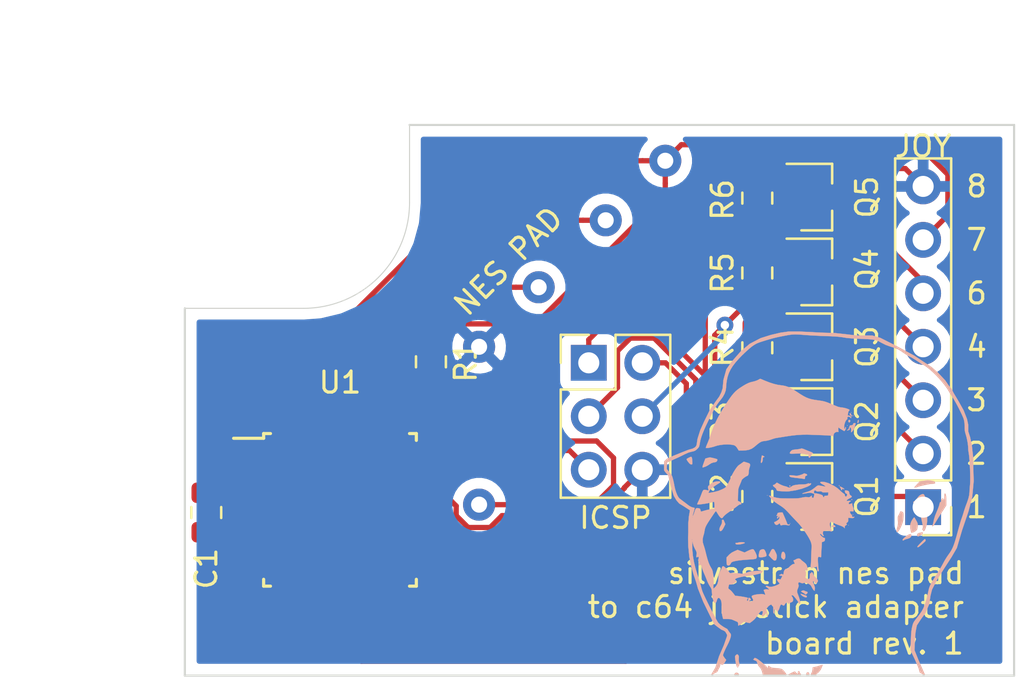
<source format=kicad_pcb>
(kicad_pcb (version 20171130) (host pcbnew "(5.1.4)-1")

  (general
    (thickness 1.6)
    (drawings 22)
    (tracks 183)
    (zones 0)
    (modules 17)
    (nets 41)
  )

  (page A4)
  (layers
    (0 F.Cu signal)
    (31 B.Cu signal)
    (32 B.Adhes user)
    (33 F.Adhes user)
    (34 B.Paste user)
    (35 F.Paste user)
    (36 B.SilkS user)
    (37 F.SilkS user)
    (38 B.Mask user)
    (39 F.Mask user)
    (40 Dwgs.User user)
    (41 Cmts.User user)
    (42 Eco1.User user)
    (43 Eco2.User user)
    (44 Edge.Cuts user)
    (45 Margin user)
    (46 B.CrtYd user)
    (47 F.CrtYd user)
    (48 B.Fab user)
    (49 F.Fab user)
  )

  (setup
    (last_trace_width 0.25)
    (trace_clearance 0.2)
    (zone_clearance 0.508)
    (zone_45_only no)
    (trace_min 0.2)
    (via_size 0.8)
    (via_drill 0.4)
    (via_min_size 0.4)
    (via_min_drill 0.3)
    (uvia_size 0.3)
    (uvia_drill 0.1)
    (uvias_allowed no)
    (uvia_min_size 0.2)
    (uvia_min_drill 0.1)
    (edge_width 0.05)
    (segment_width 0.2)
    (pcb_text_width 0.3)
    (pcb_text_size 1.5 1.5)
    (mod_edge_width 0.12)
    (mod_text_size 1 1)
    (mod_text_width 0.15)
    (pad_size 1.7 1.7)
    (pad_drill 1)
    (pad_to_mask_clearance 0.051)
    (solder_mask_min_width 0.25)
    (aux_axis_origin 0 0)
    (visible_elements 7FFFFFFF)
    (pcbplotparams
      (layerselection 0x010fc_ffffffff)
      (usegerberextensions false)
      (usegerberattributes false)
      (usegerberadvancedattributes false)
      (creategerberjobfile false)
      (excludeedgelayer true)
      (linewidth 0.100000)
      (plotframeref false)
      (viasonmask false)
      (mode 1)
      (useauxorigin false)
      (hpglpennumber 1)
      (hpglpenspeed 20)
      (hpglpendiameter 15.000000)
      (psnegative false)
      (psa4output false)
      (plotreference true)
      (plotvalue true)
      (plotinvisibletext false)
      (padsonsilk false)
      (subtractmaskfromsilk false)
      (outputformat 1)
      (mirror false)
      (drillshape 0)
      (scaleselection 1)
      (outputdirectory "gerbers/"))
  )

  (net 0 "")
  (net 1 "Net-(J1-Pad4)")
  (net 2 "Net-(J1-Pad2)")
  (net 3 "Net-(J1-Pad3)")
  (net 4 "Net-(J2-Pad4)")
  (net 5 "Net-(J2-Pad3)")
  (net 6 "Net-(J2-Pad2)")
  (net 7 "Net-(J2-Pad1)")
  (net 8 "Net-(U1-Pad28)")
  (net 9 "Net-(U1-Pad27)")
  (net 10 "Net-(U1-Pad26)")
  (net 11 "Net-(U1-Pad25)")
  (net 12 "Net-(U1-Pad24)")
  (net 13 "Net-(U1-Pad23)")
  (net 14 "Net-(U1-Pad22)")
  (net 15 "Net-(U1-Pad20)")
  (net 16 "Net-(U1-Pad19)")
  (net 17 "Net-(J2-Pad6)")
  (net 18 "Net-(U1-Pad11)")
  (net 19 "Net-(U1-Pad10)")
  (net 20 "Net-(U1-Pad9)")
  (net 21 "Net-(U1-Pad8)")
  (net 22 "Net-(U1-Pad7)")
  (net 23 "Net-(U1-Pad6)")
  (net 24 "Net-(U1-Pad3)")
  (net 25 "Net-(J3-Pad5)")
  (net 26 "Net-(J3-Pad3)")
  (net 27 "Net-(U1-Pad2)")
  (net 28 "Net-(U1-Pad1)")
  (net 29 GND)
  (net 30 +5V)
  (net 31 "Net-(J3-Pad4)")
  (net 32 "Net-(J3-Pad1)")
  (net 33 "Net-(R2-Pad2)")
  (net 34 "Net-(R3-Pad2)")
  (net 35 "Net-(R4-Pad2)")
  (net 36 "Net-(Q1-Pad1)")
  (net 37 "Net-(Q2-Pad1)")
  (net 38 "Net-(Q3-Pad1)")
  (net 39 "Net-(Q4-Pad1)")
  (net 40 "Net-(Q5-Pad1)")

  (net_class Default "This is the default net class."
    (clearance 0.2)
    (trace_width 0.25)
    (via_dia 0.8)
    (via_drill 0.4)
    (uvia_dia 0.3)
    (uvia_drill 0.1)
    (add_net +5V)
    (add_net GND)
    (add_net "Net-(J1-Pad2)")
    (add_net "Net-(J1-Pad3)")
    (add_net "Net-(J1-Pad4)")
    (add_net "Net-(J2-Pad1)")
    (add_net "Net-(J2-Pad2)")
    (add_net "Net-(J2-Pad3)")
    (add_net "Net-(J2-Pad4)")
    (add_net "Net-(J2-Pad6)")
    (add_net "Net-(J3-Pad1)")
    (add_net "Net-(J3-Pad3)")
    (add_net "Net-(J3-Pad4)")
    (add_net "Net-(J3-Pad5)")
    (add_net "Net-(Q1-Pad1)")
    (add_net "Net-(Q2-Pad1)")
    (add_net "Net-(Q3-Pad1)")
    (add_net "Net-(Q4-Pad1)")
    (add_net "Net-(Q5-Pad1)")
    (add_net "Net-(R2-Pad2)")
    (add_net "Net-(R3-Pad2)")
    (add_net "Net-(R4-Pad2)")
    (add_net "Net-(U1-Pad1)")
    (add_net "Net-(U1-Pad10)")
    (add_net "Net-(U1-Pad11)")
    (add_net "Net-(U1-Pad19)")
    (add_net "Net-(U1-Pad2)")
    (add_net "Net-(U1-Pad20)")
    (add_net "Net-(U1-Pad22)")
    (add_net "Net-(U1-Pad23)")
    (add_net "Net-(U1-Pad24)")
    (add_net "Net-(U1-Pad25)")
    (add_net "Net-(U1-Pad26)")
    (add_net "Net-(U1-Pad27)")
    (add_net "Net-(U1-Pad28)")
    (add_net "Net-(U1-Pad3)")
    (add_net "Net-(U1-Pad6)")
    (add_net "Net-(U1-Pad7)")
    (add_net "Net-(U1-Pad8)")
    (add_net "Net-(U1-Pad9)")
  )

  (module Connector_PinHeader_2.54mm:PinHeader_1x07_P2.54mm_Vertical (layer F.Cu) (tedit 5E9A83FE) (tstamp 5E9BC678)
    (at 200.025 107.188 180)
    (descr "Through hole straight pin header, 1x07, 2.54mm pitch, single row")
    (tags "Through hole pin header THT 1x07 2.54mm single row")
    (path /5E987689)
    (fp_text reference JOY (at 0 17.145) (layer F.SilkS)
      (effects (font (size 1 1) (thickness 0.15)))
    )
    (fp_text value "C64 joystick" (at 0 17.57) (layer F.Fab)
      (effects (font (size 1 1) (thickness 0.15)))
    )
    (fp_line (start -0.635 -1.27) (end 1.27 -1.27) (layer F.Fab) (width 0.1))
    (fp_line (start 1.27 -1.27) (end 1.27 16.51) (layer F.Fab) (width 0.1))
    (fp_line (start 1.27 16.51) (end -1.27 16.51) (layer F.Fab) (width 0.1))
    (fp_line (start -1.27 16.51) (end -1.27 -0.635) (layer F.Fab) (width 0.1))
    (fp_line (start -1.27 -0.635) (end -0.635 -1.27) (layer F.Fab) (width 0.1))
    (fp_line (start -1.33 16.57) (end 1.33 16.57) (layer F.SilkS) (width 0.12))
    (fp_line (start -1.33 1.27) (end -1.33 16.57) (layer F.SilkS) (width 0.12))
    (fp_line (start 1.33 1.27) (end 1.33 16.57) (layer F.SilkS) (width 0.12))
    (fp_line (start -1.33 1.27) (end 1.33 1.27) (layer F.SilkS) (width 0.12))
    (fp_line (start -1.33 0) (end -1.33 -1.33) (layer F.SilkS) (width 0.12))
    (fp_line (start -1.33 -1.33) (end 0 -1.33) (layer F.SilkS) (width 0.12))
    (fp_line (start -1.8 -1.8) (end -1.8 17.05) (layer F.CrtYd) (width 0.05))
    (fp_line (start -1.8 17.05) (end 1.8 17.05) (layer F.CrtYd) (width 0.05))
    (fp_line (start 1.8 17.05) (end 1.8 -1.8) (layer F.CrtYd) (width 0.05))
    (fp_line (start 1.8 -1.8) (end -1.8 -1.8) (layer F.CrtYd) (width 0.05))
    (fp_text user %R (at 0 7.62 90) (layer F.Fab)
      (effects (font (size 1 1) (thickness 0.15)))
    )
    (pad 1 thru_hole rect (at 0 0 180) (size 1.7 1.7) (drill 1) (layers *.Cu *.Mask)
      (net 7 "Net-(J2-Pad1)"))
    (pad 2 thru_hole oval (at 0 2.54 180) (size 1.7 1.7) (drill 1) (layers *.Cu *.Mask)
      (net 6 "Net-(J2-Pad2)"))
    (pad 3 thru_hole oval (at 0 5.08 180) (size 1.7 1.7) (drill 1) (layers *.Cu *.Mask)
      (net 5 "Net-(J2-Pad3)"))
    (pad 4 thru_hole oval (at 0 7.62 180) (size 1.7 1.7) (drill 1) (layers *.Cu *.Mask)
      (net 4 "Net-(J2-Pad4)"))
    (pad 6 thru_hole oval (at 0 10.16 180) (size 1.7 1.7) (drill 1) (layers *.Cu *.Mask)
      (net 17 "Net-(J2-Pad6)"))
    (pad 7 thru_hole oval (at 0 12.7 180) (size 1.7 1.7) (drill 1) (layers *.Cu *.Mask)
      (net 30 +5V))
    (pad 8 thru_hole oval (at 0 15.24 180) (size 1.7 1.7) (drill 1) (layers *.Cu *.Mask)
      (net 29 GND))
    (model ${KISYS3DMOD}/Connector_PinHeader_2.54mm.3dshapes/PinHeader_1x07_P2.54mm_Vertical.wrl
      (at (xyz 0 0 0))
      (scale (xyz 1 1 1))
      (rotate (xyz 0 0 0))
    )
  )

  (module Silvestron_Components:NES_Dpad_Conn (layer F.Cu) (tedit 5E9A9073) (tstamp 5E9AA967)
    (at 181.693 96.818)
    (path /5E98B766)
    (fp_text reference "NES PAD" (at -1.353 -1.314 45) (layer F.SilkS)
      (effects (font (size 1 1) (thickness 0.15)))
    )
    (fp_text value "NES board" (at 2.75 3.8) (layer F.Fab)
      (effects (font (size 1 1) (thickness 0.15)))
    )
    (pad 1 thru_hole circle (at 6.088834 -6.088834) (size 1.524 1.524) (drill 0.762) (layers *.Cu *.Mask)
      (net 30 +5V))
    (pad 3 thru_hole circle (at 3.260407 -3.260407) (size 1.524 1.524) (drill 0.762) (layers *.Cu *.Mask)
      (net 3 "Net-(J1-Pad3)"))
    (pad 2 thru_hole circle (at 0.078427 -0.078427) (size 1.524 1.524) (drill 0.762) (layers *.Cu *.Mask)
      (net 2 "Net-(J1-Pad2)"))
    (pad 5 thru_hole circle (at -2.75 2.75) (size 1.524 1.524) (drill 0.762) (layers *.Cu *.Mask)
      (net 29 GND))
    (pad 4 thru_hole circle (at -2.75 10.25) (size 1.524 1.524) (drill 0.762) (layers *.Cu *.Mask)
      (net 1 "Net-(J1-Pad4)"))
  )

  (module Connector_PinHeader_2.54mm:PinHeader_2x03_P2.54mm_Vertical (layer F.Cu) (tedit 59FED5CC) (tstamp 5E995CC4)
    (at 184.15 100.33)
    (descr "Through hole straight pin header, 2x03, 2.54mm pitch, double rows")
    (tags "Through hole pin header THT 2x03 2.54mm double row")
    (path /5E9C7097)
    (fp_text reference ICSP (at 1.27 7.366 180) (layer F.SilkS)
      (effects (font (size 1 1) (thickness 0.15)))
    )
    (fp_text value ICSP (at 1.27 7.41) (layer F.Fab)
      (effects (font (size 1 1) (thickness 0.15)))
    )
    (fp_text user %R (at 1.27 2.54 90) (layer F.Fab)
      (effects (font (size 1 1) (thickness 0.15)))
    )
    (fp_line (start 4.35 -1.8) (end -1.8 -1.8) (layer F.CrtYd) (width 0.05))
    (fp_line (start 4.35 6.85) (end 4.35 -1.8) (layer F.CrtYd) (width 0.05))
    (fp_line (start -1.8 6.85) (end 4.35 6.85) (layer F.CrtYd) (width 0.05))
    (fp_line (start -1.8 -1.8) (end -1.8 6.85) (layer F.CrtYd) (width 0.05))
    (fp_line (start -1.33 -1.33) (end 0 -1.33) (layer F.SilkS) (width 0.12))
    (fp_line (start -1.33 0) (end -1.33 -1.33) (layer F.SilkS) (width 0.12))
    (fp_line (start 1.27 -1.33) (end 3.87 -1.33) (layer F.SilkS) (width 0.12))
    (fp_line (start 1.27 1.27) (end 1.27 -1.33) (layer F.SilkS) (width 0.12))
    (fp_line (start -1.33 1.27) (end 1.27 1.27) (layer F.SilkS) (width 0.12))
    (fp_line (start 3.87 -1.33) (end 3.87 6.41) (layer F.SilkS) (width 0.12))
    (fp_line (start -1.33 1.27) (end -1.33 6.41) (layer F.SilkS) (width 0.12))
    (fp_line (start -1.33 6.41) (end 3.87 6.41) (layer F.SilkS) (width 0.12))
    (fp_line (start -1.27 0) (end 0 -1.27) (layer F.Fab) (width 0.1))
    (fp_line (start -1.27 6.35) (end -1.27 0) (layer F.Fab) (width 0.1))
    (fp_line (start 3.81 6.35) (end -1.27 6.35) (layer F.Fab) (width 0.1))
    (fp_line (start 3.81 -1.27) (end 3.81 6.35) (layer F.Fab) (width 0.1))
    (fp_line (start 0 -1.27) (end 3.81 -1.27) (layer F.Fab) (width 0.1))
    (pad 6 thru_hole oval (at 2.54 5.08) (size 1.7 1.7) (drill 1) (layers *.Cu *.Mask)
      (net 29 GND))
    (pad 5 thru_hole oval (at 0 5.08) (size 1.7 1.7) (drill 1) (layers *.Cu *.Mask)
      (net 25 "Net-(J3-Pad5)"))
    (pad 4 thru_hole oval (at 2.54 2.54) (size 1.7 1.7) (drill 1) (layers *.Cu *.Mask)
      (net 31 "Net-(J3-Pad4)"))
    (pad 3 thru_hole oval (at 0 2.54) (size 1.7 1.7) (drill 1) (layers *.Cu *.Mask)
      (net 26 "Net-(J3-Pad3)"))
    (pad 2 thru_hole oval (at 2.54 0) (size 1.7 1.7) (drill 1) (layers *.Cu *.Mask)
      (net 30 +5V))
    (pad 1 thru_hole rect (at 0 0) (size 1.7 1.7) (drill 1) (layers *.Cu *.Mask)
      (net 32 "Net-(J3-Pad1)"))
    (model ${KISYS3DMOD}/Connector_PinHeader_2.54mm.3dshapes/PinHeader_2x03_P2.54mm_Vertical.wrl
      (at (xyz 0 0 0))
      (scale (xyz 1 1 1))
      (rotate (xyz 0 0 0))
    )
  )

  (module Package_TO_SOT_SMD:SOT-23 (layer F.Cu) (tedit 5A02FF57) (tstamp 5E9BC5CA)
    (at 194.945 92.456)
    (descr "SOT-23, Standard")
    (tags SOT-23)
    (path /5E9AAA49)
    (attr smd)
    (fp_text reference Q5 (at 2.413 0 90) (layer F.SilkS)
      (effects (font (size 1 1) (thickness 0.15)))
    )
    (fp_text value BC847 (at 0 2.5) (layer F.Fab)
      (effects (font (size 1 1) (thickness 0.15)))
    )
    (fp_text user %R (at 0 0 90) (layer F.Fab)
      (effects (font (size 0.5 0.5) (thickness 0.075)))
    )
    (fp_line (start -0.7 -0.95) (end -0.7 1.5) (layer F.Fab) (width 0.1))
    (fp_line (start -0.15 -1.52) (end 0.7 -1.52) (layer F.Fab) (width 0.1))
    (fp_line (start -0.7 -0.95) (end -0.15 -1.52) (layer F.Fab) (width 0.1))
    (fp_line (start 0.7 -1.52) (end 0.7 1.52) (layer F.Fab) (width 0.1))
    (fp_line (start -0.7 1.52) (end 0.7 1.52) (layer F.Fab) (width 0.1))
    (fp_line (start 0.76 1.58) (end 0.76 0.65) (layer F.SilkS) (width 0.12))
    (fp_line (start 0.76 -1.58) (end 0.76 -0.65) (layer F.SilkS) (width 0.12))
    (fp_line (start -1.7 -1.75) (end 1.7 -1.75) (layer F.CrtYd) (width 0.05))
    (fp_line (start 1.7 -1.75) (end 1.7 1.75) (layer F.CrtYd) (width 0.05))
    (fp_line (start 1.7 1.75) (end -1.7 1.75) (layer F.CrtYd) (width 0.05))
    (fp_line (start -1.7 1.75) (end -1.7 -1.75) (layer F.CrtYd) (width 0.05))
    (fp_line (start 0.76 -1.58) (end -1.4 -1.58) (layer F.SilkS) (width 0.12))
    (fp_line (start 0.76 1.58) (end -0.7 1.58) (layer F.SilkS) (width 0.12))
    (pad 1 smd rect (at -1 -0.95) (size 0.9 0.8) (layers F.Cu F.Paste F.Mask)
      (net 40 "Net-(Q5-Pad1)"))
    (pad 2 smd rect (at -1 0.95) (size 0.9 0.8) (layers F.Cu F.Paste F.Mask)
      (net 29 GND))
    (pad 3 smd rect (at 1 0) (size 0.9 0.8) (layers F.Cu F.Paste F.Mask)
      (net 17 "Net-(J2-Pad6)"))
    (model ${KISYS3DMOD}/Package_TO_SOT_SMD.3dshapes/SOT-23.wrl
      (at (xyz 0 0 0))
      (scale (xyz 1 1 1))
      (rotate (xyz 0 0 0))
    )
  )

  (module Package_TO_SOT_SMD:SOT-23 (layer F.Cu) (tedit 5A02FF57) (tstamp 5E9BC456)
    (at 194.945 96.012)
    (descr "SOT-23, Standard")
    (tags SOT-23)
    (path /5E9AA1F2)
    (attr smd)
    (fp_text reference Q4 (at 2.413 -0.127 90) (layer F.SilkS)
      (effects (font (size 1 1) (thickness 0.15)))
    )
    (fp_text value BC847 (at 0 2.5) (layer F.Fab)
      (effects (font (size 1 1) (thickness 0.15)))
    )
    (fp_text user %R (at 0 0 90) (layer F.Fab)
      (effects (font (size 0.5 0.5) (thickness 0.075)))
    )
    (fp_line (start -0.7 -0.95) (end -0.7 1.5) (layer F.Fab) (width 0.1))
    (fp_line (start -0.15 -1.52) (end 0.7 -1.52) (layer F.Fab) (width 0.1))
    (fp_line (start -0.7 -0.95) (end -0.15 -1.52) (layer F.Fab) (width 0.1))
    (fp_line (start 0.7 -1.52) (end 0.7 1.52) (layer F.Fab) (width 0.1))
    (fp_line (start -0.7 1.52) (end 0.7 1.52) (layer F.Fab) (width 0.1))
    (fp_line (start 0.76 1.58) (end 0.76 0.65) (layer F.SilkS) (width 0.12))
    (fp_line (start 0.76 -1.58) (end 0.76 -0.65) (layer F.SilkS) (width 0.12))
    (fp_line (start -1.7 -1.75) (end 1.7 -1.75) (layer F.CrtYd) (width 0.05))
    (fp_line (start 1.7 -1.75) (end 1.7 1.75) (layer F.CrtYd) (width 0.05))
    (fp_line (start 1.7 1.75) (end -1.7 1.75) (layer F.CrtYd) (width 0.05))
    (fp_line (start -1.7 1.75) (end -1.7 -1.75) (layer F.CrtYd) (width 0.05))
    (fp_line (start 0.76 -1.58) (end -1.4 -1.58) (layer F.SilkS) (width 0.12))
    (fp_line (start 0.76 1.58) (end -0.7 1.58) (layer F.SilkS) (width 0.12))
    (pad 1 smd rect (at -1 -0.95) (size 0.9 0.8) (layers F.Cu F.Paste F.Mask)
      (net 39 "Net-(Q4-Pad1)"))
    (pad 2 smd rect (at -1 0.95) (size 0.9 0.8) (layers F.Cu F.Paste F.Mask)
      (net 29 GND))
    (pad 3 smd rect (at 1 0) (size 0.9 0.8) (layers F.Cu F.Paste F.Mask)
      (net 4 "Net-(J2-Pad4)"))
    (model ${KISYS3DMOD}/Package_TO_SOT_SMD.3dshapes/SOT-23.wrl
      (at (xyz 0 0 0))
      (scale (xyz 1 1 1))
      (rotate (xyz 0 0 0))
    )
  )

  (module Package_TO_SOT_SMD:SOT-23 (layer F.Cu) (tedit 5A02FF57) (tstamp 5E9BC58E)
    (at 194.945 99.568)
    (descr "SOT-23, Standard")
    (tags SOT-23)
    (path /5E9A995E)
    (attr smd)
    (fp_text reference Q3 (at 2.413 0 90) (layer F.SilkS)
      (effects (font (size 1 1) (thickness 0.15)))
    )
    (fp_text value BC847 (at 0 2.5) (layer F.Fab)
      (effects (font (size 1 1) (thickness 0.15)))
    )
    (fp_text user %R (at 0 0 90) (layer F.Fab)
      (effects (font (size 0.5 0.5) (thickness 0.075)))
    )
    (fp_line (start -0.7 -0.95) (end -0.7 1.5) (layer F.Fab) (width 0.1))
    (fp_line (start -0.15 -1.52) (end 0.7 -1.52) (layer F.Fab) (width 0.1))
    (fp_line (start -0.7 -0.95) (end -0.15 -1.52) (layer F.Fab) (width 0.1))
    (fp_line (start 0.7 -1.52) (end 0.7 1.52) (layer F.Fab) (width 0.1))
    (fp_line (start -0.7 1.52) (end 0.7 1.52) (layer F.Fab) (width 0.1))
    (fp_line (start 0.76 1.58) (end 0.76 0.65) (layer F.SilkS) (width 0.12))
    (fp_line (start 0.76 -1.58) (end 0.76 -0.65) (layer F.SilkS) (width 0.12))
    (fp_line (start -1.7 -1.75) (end 1.7 -1.75) (layer F.CrtYd) (width 0.05))
    (fp_line (start 1.7 -1.75) (end 1.7 1.75) (layer F.CrtYd) (width 0.05))
    (fp_line (start 1.7 1.75) (end -1.7 1.75) (layer F.CrtYd) (width 0.05))
    (fp_line (start -1.7 1.75) (end -1.7 -1.75) (layer F.CrtYd) (width 0.05))
    (fp_line (start 0.76 -1.58) (end -1.4 -1.58) (layer F.SilkS) (width 0.12))
    (fp_line (start 0.76 1.58) (end -0.7 1.58) (layer F.SilkS) (width 0.12))
    (pad 1 smd rect (at -1 -0.95) (size 0.9 0.8) (layers F.Cu F.Paste F.Mask)
      (net 38 "Net-(Q3-Pad1)"))
    (pad 2 smd rect (at -1 0.95) (size 0.9 0.8) (layers F.Cu F.Paste F.Mask)
      (net 29 GND))
    (pad 3 smd rect (at 1 0) (size 0.9 0.8) (layers F.Cu F.Paste F.Mask)
      (net 5 "Net-(J2-Pad3)"))
    (model ${KISYS3DMOD}/Package_TO_SOT_SMD.3dshapes/SOT-23.wrl
      (at (xyz 0 0 0))
      (scale (xyz 1 1 1))
      (rotate (xyz 0 0 0))
    )
  )

  (module Package_TO_SOT_SMD:SOT-23 (layer F.Cu) (tedit 5A02FF57) (tstamp 5E9BC552)
    (at 194.945 103.124)
    (descr "SOT-23, Standard")
    (tags SOT-23)
    (path /5E9A91AD)
    (attr smd)
    (fp_text reference Q2 (at 2.413 0 90) (layer F.SilkS)
      (effects (font (size 1 1) (thickness 0.15)))
    )
    (fp_text value BC847 (at 0 2.5) (layer F.Fab)
      (effects (font (size 1 1) (thickness 0.15)))
    )
    (fp_text user %R (at 0 0 90) (layer F.Fab)
      (effects (font (size 0.5 0.5) (thickness 0.075)))
    )
    (fp_line (start -0.7 -0.95) (end -0.7 1.5) (layer F.Fab) (width 0.1))
    (fp_line (start -0.15 -1.52) (end 0.7 -1.52) (layer F.Fab) (width 0.1))
    (fp_line (start -0.7 -0.95) (end -0.15 -1.52) (layer F.Fab) (width 0.1))
    (fp_line (start 0.7 -1.52) (end 0.7 1.52) (layer F.Fab) (width 0.1))
    (fp_line (start -0.7 1.52) (end 0.7 1.52) (layer F.Fab) (width 0.1))
    (fp_line (start 0.76 1.58) (end 0.76 0.65) (layer F.SilkS) (width 0.12))
    (fp_line (start 0.76 -1.58) (end 0.76 -0.65) (layer F.SilkS) (width 0.12))
    (fp_line (start -1.7 -1.75) (end 1.7 -1.75) (layer F.CrtYd) (width 0.05))
    (fp_line (start 1.7 -1.75) (end 1.7 1.75) (layer F.CrtYd) (width 0.05))
    (fp_line (start 1.7 1.75) (end -1.7 1.75) (layer F.CrtYd) (width 0.05))
    (fp_line (start -1.7 1.75) (end -1.7 -1.75) (layer F.CrtYd) (width 0.05))
    (fp_line (start 0.76 -1.58) (end -1.4 -1.58) (layer F.SilkS) (width 0.12))
    (fp_line (start 0.76 1.58) (end -0.7 1.58) (layer F.SilkS) (width 0.12))
    (pad 1 smd rect (at -1 -0.95) (size 0.9 0.8) (layers F.Cu F.Paste F.Mask)
      (net 37 "Net-(Q2-Pad1)"))
    (pad 2 smd rect (at -1 0.95) (size 0.9 0.8) (layers F.Cu F.Paste F.Mask)
      (net 29 GND))
    (pad 3 smd rect (at 1 0) (size 0.9 0.8) (layers F.Cu F.Paste F.Mask)
      (net 6 "Net-(J2-Pad2)"))
    (model ${KISYS3DMOD}/Package_TO_SOT_SMD.3dshapes/SOT-23.wrl
      (at (xyz 0 0 0))
      (scale (xyz 1 1 1))
      (rotate (xyz 0 0 0))
    )
  )

  (module Package_TO_SOT_SMD:SOT-23 (layer F.Cu) (tedit 5A02FF57) (tstamp 5E9BC636)
    (at 194.945 106.68)
    (descr "SOT-23, Standard")
    (tags SOT-23)
    (path /5E9A7D11)
    (attr smd)
    (fp_text reference Q1 (at 2.413 0 90) (layer F.SilkS)
      (effects (font (size 1 1) (thickness 0.15)))
    )
    (fp_text value BC847 (at 0 2.5) (layer F.Fab)
      (effects (font (size 1 1) (thickness 0.15)))
    )
    (fp_text user %R (at 0 0 90) (layer F.Fab)
      (effects (font (size 0.5 0.5) (thickness 0.075)))
    )
    (fp_line (start -0.7 -0.95) (end -0.7 1.5) (layer F.Fab) (width 0.1))
    (fp_line (start -0.15 -1.52) (end 0.7 -1.52) (layer F.Fab) (width 0.1))
    (fp_line (start -0.7 -0.95) (end -0.15 -1.52) (layer F.Fab) (width 0.1))
    (fp_line (start 0.7 -1.52) (end 0.7 1.52) (layer F.Fab) (width 0.1))
    (fp_line (start -0.7 1.52) (end 0.7 1.52) (layer F.Fab) (width 0.1))
    (fp_line (start 0.76 1.58) (end 0.76 0.65) (layer F.SilkS) (width 0.12))
    (fp_line (start 0.76 -1.58) (end 0.76 -0.65) (layer F.SilkS) (width 0.12))
    (fp_line (start -1.7 -1.75) (end 1.7 -1.75) (layer F.CrtYd) (width 0.05))
    (fp_line (start 1.7 -1.75) (end 1.7 1.75) (layer F.CrtYd) (width 0.05))
    (fp_line (start 1.7 1.75) (end -1.7 1.75) (layer F.CrtYd) (width 0.05))
    (fp_line (start -1.7 1.75) (end -1.7 -1.75) (layer F.CrtYd) (width 0.05))
    (fp_line (start 0.76 -1.58) (end -1.4 -1.58) (layer F.SilkS) (width 0.12))
    (fp_line (start 0.76 1.58) (end -0.7 1.58) (layer F.SilkS) (width 0.12))
    (pad 1 smd rect (at -1 -0.95) (size 0.9 0.8) (layers F.Cu F.Paste F.Mask)
      (net 36 "Net-(Q1-Pad1)"))
    (pad 2 smd rect (at -1 0.95) (size 0.9 0.8) (layers F.Cu F.Paste F.Mask)
      (net 29 GND))
    (pad 3 smd rect (at 1 0) (size 0.9 0.8) (layers F.Cu F.Paste F.Mask)
      (net 7 "Net-(J2-Pad1)"))
    (model ${KISYS3DMOD}/Package_TO_SOT_SMD.3dshapes/SOT-23.wrl
      (at (xyz 0 0 0))
      (scale (xyz 1 1 1))
      (rotate (xyz 0 0 0))
    )
  )

  (module Resistor_SMD:R_0805_2012Metric (layer F.Cu) (tedit 5B36C52B) (tstamp 5E9BC51E)
    (at 192.151 106.68 270)
    (descr "Resistor SMD 0805 (2012 Metric), square (rectangular) end terminal, IPC_7351 nominal, (Body size source: https://docs.google.com/spreadsheets/d/1BsfQQcO9C6DZCsRaXUlFlo91Tg2WpOkGARC1WS5S8t0/edit?usp=sharing), generated with kicad-footprint-generator")
    (tags resistor)
    (path /5EA043B3)
    (attr smd)
    (fp_text reference R2 (at -0.127 1.651 90) (layer F.SilkS)
      (effects (font (size 1 1) (thickness 0.15)))
    )
    (fp_text value 4k7 (at 0 1.65 90) (layer F.Fab)
      (effects (font (size 1 1) (thickness 0.15)))
    )
    (fp_line (start -1 0.6) (end -1 -0.6) (layer F.Fab) (width 0.1))
    (fp_line (start -1 -0.6) (end 1 -0.6) (layer F.Fab) (width 0.1))
    (fp_line (start 1 -0.6) (end 1 0.6) (layer F.Fab) (width 0.1))
    (fp_line (start 1 0.6) (end -1 0.6) (layer F.Fab) (width 0.1))
    (fp_line (start -0.258578 -0.71) (end 0.258578 -0.71) (layer F.SilkS) (width 0.12))
    (fp_line (start -0.258578 0.71) (end 0.258578 0.71) (layer F.SilkS) (width 0.12))
    (fp_line (start -1.68 0.95) (end -1.68 -0.95) (layer F.CrtYd) (width 0.05))
    (fp_line (start -1.68 -0.95) (end 1.68 -0.95) (layer F.CrtYd) (width 0.05))
    (fp_line (start 1.68 -0.95) (end 1.68 0.95) (layer F.CrtYd) (width 0.05))
    (fp_line (start 1.68 0.95) (end -1.68 0.95) (layer F.CrtYd) (width 0.05))
    (fp_text user %R (at 0 0 90) (layer F.Fab)
      (effects (font (size 0.5 0.5) (thickness 0.08)))
    )
    (pad 1 smd roundrect (at -0.9375 0 270) (size 0.975 1.4) (layers F.Cu F.Paste F.Mask) (roundrect_rratio 0.25)
      (net 36 "Net-(Q1-Pad1)"))
    (pad 2 smd roundrect (at 0.9375 0 270) (size 0.975 1.4) (layers F.Cu F.Paste F.Mask) (roundrect_rratio 0.25)
      (net 33 "Net-(R2-Pad2)"))
    (model ${KISYS3DMOD}/Resistor_SMD.3dshapes/R_0805_2012Metric.wrl
      (at (xyz 0 0 0))
      (scale (xyz 1 1 1))
      (rotate (xyz 0 0 0))
    )
  )

  (module Resistor_SMD:R_0805_2012Metric (layer F.Cu) (tedit 5B36C52B) (tstamp 5E9BC602)
    (at 192.151 96.0605 270)
    (descr "Resistor SMD 0805 (2012 Metric), square (rectangular) end terminal, IPC_7351 nominal, (Body size source: https://docs.google.com/spreadsheets/d/1BsfQQcO9C6DZCsRaXUlFlo91Tg2WpOkGARC1WS5S8t0/edit?usp=sharing), generated with kicad-footprint-generator")
    (tags resistor)
    (path /5EA132A6)
    (attr smd)
    (fp_text reference R5 (at 0 1.651 90) (layer F.SilkS)
      (effects (font (size 1 1) (thickness 0.15)))
    )
    (fp_text value 4k7 (at 0 1.65 90) (layer F.Fab)
      (effects (font (size 1 1) (thickness 0.15)))
    )
    (fp_line (start -1 0.6) (end -1 -0.6) (layer F.Fab) (width 0.1))
    (fp_line (start -1 -0.6) (end 1 -0.6) (layer F.Fab) (width 0.1))
    (fp_line (start 1 -0.6) (end 1 0.6) (layer F.Fab) (width 0.1))
    (fp_line (start 1 0.6) (end -1 0.6) (layer F.Fab) (width 0.1))
    (fp_line (start -0.258578 -0.71) (end 0.258578 -0.71) (layer F.SilkS) (width 0.12))
    (fp_line (start -0.258578 0.71) (end 0.258578 0.71) (layer F.SilkS) (width 0.12))
    (fp_line (start -1.68 0.95) (end -1.68 -0.95) (layer F.CrtYd) (width 0.05))
    (fp_line (start -1.68 -0.95) (end 1.68 -0.95) (layer F.CrtYd) (width 0.05))
    (fp_line (start 1.68 -0.95) (end 1.68 0.95) (layer F.CrtYd) (width 0.05))
    (fp_line (start 1.68 0.95) (end -1.68 0.95) (layer F.CrtYd) (width 0.05))
    (fp_text user %R (at 0 0 90) (layer F.Fab)
      (effects (font (size 0.5 0.5) (thickness 0.08)))
    )
    (pad 1 smd roundrect (at -0.9375 0 270) (size 0.975 1.4) (layers F.Cu F.Paste F.Mask) (roundrect_rratio 0.25)
      (net 39 "Net-(Q4-Pad1)"))
    (pad 2 smd roundrect (at 0.9375 0 270) (size 0.975 1.4) (layers F.Cu F.Paste F.Mask) (roundrect_rratio 0.25)
      (net 31 "Net-(J3-Pad4)"))
    (model ${KISYS3DMOD}/Resistor_SMD.3dshapes/R_0805_2012Metric.wrl
      (at (xyz 0 0 0))
      (scale (xyz 1 1 1))
      (rotate (xyz 0 0 0))
    )
  )

  (module Resistor_SMD:R_0805_2012Metric (layer F.Cu) (tedit 5B36C52B) (tstamp 5E9BC4EE)
    (at 192.151 92.5045 270)
    (descr "Resistor SMD 0805 (2012 Metric), square (rectangular) end terminal, IPC_7351 nominal, (Body size source: https://docs.google.com/spreadsheets/d/1BsfQQcO9C6DZCsRaXUlFlo91Tg2WpOkGARC1WS5S8t0/edit?usp=sharing), generated with kicad-footprint-generator")
    (tags resistor)
    (path /5EA173B1)
    (attr smd)
    (fp_text reference R6 (at 0.0785 1.651 90) (layer F.SilkS)
      (effects (font (size 1 1) (thickness 0.15)))
    )
    (fp_text value 4k7 (at 0 1.65 90) (layer F.Fab)
      (effects (font (size 1 1) (thickness 0.15)))
    )
    (fp_line (start -1 0.6) (end -1 -0.6) (layer F.Fab) (width 0.1))
    (fp_line (start -1 -0.6) (end 1 -0.6) (layer F.Fab) (width 0.1))
    (fp_line (start 1 -0.6) (end 1 0.6) (layer F.Fab) (width 0.1))
    (fp_line (start 1 0.6) (end -1 0.6) (layer F.Fab) (width 0.1))
    (fp_line (start -0.258578 -0.71) (end 0.258578 -0.71) (layer F.SilkS) (width 0.12))
    (fp_line (start -0.258578 0.71) (end 0.258578 0.71) (layer F.SilkS) (width 0.12))
    (fp_line (start -1.68 0.95) (end -1.68 -0.95) (layer F.CrtYd) (width 0.05))
    (fp_line (start -1.68 -0.95) (end 1.68 -0.95) (layer F.CrtYd) (width 0.05))
    (fp_line (start 1.68 -0.95) (end 1.68 0.95) (layer F.CrtYd) (width 0.05))
    (fp_line (start 1.68 0.95) (end -1.68 0.95) (layer F.CrtYd) (width 0.05))
    (fp_text user %R (at 0 0 90) (layer F.Fab)
      (effects (font (size 0.5 0.5) (thickness 0.08)))
    )
    (pad 1 smd roundrect (at -0.9375 0 270) (size 0.975 1.4) (layers F.Cu F.Paste F.Mask) (roundrect_rratio 0.25)
      (net 40 "Net-(Q5-Pad1)"))
    (pad 2 smd roundrect (at 0.9375 0 270) (size 0.975 1.4) (layers F.Cu F.Paste F.Mask) (roundrect_rratio 0.25)
      (net 32 "Net-(J3-Pad1)"))
    (model ${KISYS3DMOD}/Resistor_SMD.3dshapes/R_0805_2012Metric.wrl
      (at (xyz 0 0 0))
      (scale (xyz 1 1 1))
      (rotate (xyz 0 0 0))
    )
  )

  (module Resistor_SMD:R_0805_2012Metric (layer F.Cu) (tedit 5B36C52B) (tstamp 5E9BC4BE)
    (at 192.151 99.6165 270)
    (descr "Resistor SMD 0805 (2012 Metric), square (rectangular) end terminal, IPC_7351 nominal, (Body size source: https://docs.google.com/spreadsheets/d/1BsfQQcO9C6DZCsRaXUlFlo91Tg2WpOkGARC1WS5S8t0/edit?usp=sharing), generated with kicad-footprint-generator")
    (tags resistor)
    (path /5EA1162F)
    (attr smd)
    (fp_text reference R4 (at -0.0485 1.651 90) (layer F.SilkS)
      (effects (font (size 1 1) (thickness 0.15)))
    )
    (fp_text value 4k7 (at 0 1.65 90) (layer F.Fab)
      (effects (font (size 1 1) (thickness 0.15)))
    )
    (fp_line (start -1 0.6) (end -1 -0.6) (layer F.Fab) (width 0.1))
    (fp_line (start -1 -0.6) (end 1 -0.6) (layer F.Fab) (width 0.1))
    (fp_line (start 1 -0.6) (end 1 0.6) (layer F.Fab) (width 0.1))
    (fp_line (start 1 0.6) (end -1 0.6) (layer F.Fab) (width 0.1))
    (fp_line (start -0.258578 -0.71) (end 0.258578 -0.71) (layer F.SilkS) (width 0.12))
    (fp_line (start -0.258578 0.71) (end 0.258578 0.71) (layer F.SilkS) (width 0.12))
    (fp_line (start -1.68 0.95) (end -1.68 -0.95) (layer F.CrtYd) (width 0.05))
    (fp_line (start -1.68 -0.95) (end 1.68 -0.95) (layer F.CrtYd) (width 0.05))
    (fp_line (start 1.68 -0.95) (end 1.68 0.95) (layer F.CrtYd) (width 0.05))
    (fp_line (start 1.68 0.95) (end -1.68 0.95) (layer F.CrtYd) (width 0.05))
    (fp_text user %R (at 0 0 90) (layer F.Fab)
      (effects (font (size 0.5 0.5) (thickness 0.08)))
    )
    (pad 1 smd roundrect (at -0.9375 0 270) (size 0.975 1.4) (layers F.Cu F.Paste F.Mask) (roundrect_rratio 0.25)
      (net 38 "Net-(Q3-Pad1)"))
    (pad 2 smd roundrect (at 0.9375 0 270) (size 0.975 1.4) (layers F.Cu F.Paste F.Mask) (roundrect_rratio 0.25)
      (net 35 "Net-(R4-Pad2)"))
    (model ${KISYS3DMOD}/Resistor_SMD.3dshapes/R_0805_2012Metric.wrl
      (at (xyz 0 0 0))
      (scale (xyz 1 1 1))
      (rotate (xyz 0 0 0))
    )
  )

  (module Resistor_SMD:R_0805_2012Metric (layer F.Cu) (tedit 5B36C52B) (tstamp 5E9BC48E)
    (at 192.151 103.1725 270)
    (descr "Resistor SMD 0805 (2012 Metric), square (rectangular) end terminal, IPC_7351 nominal, (Body size source: https://docs.google.com/spreadsheets/d/1BsfQQcO9C6DZCsRaXUlFlo91Tg2WpOkGARC1WS5S8t0/edit?usp=sharing), generated with kicad-footprint-generator")
    (tags resistor)
    (path /5EA06DE7)
    (attr smd)
    (fp_text reference R3 (at -0.0485 1.651 90) (layer F.SilkS)
      (effects (font (size 1 1) (thickness 0.15)))
    )
    (fp_text value 4k7 (at 0 1.65 90) (layer F.Fab)
      (effects (font (size 1 1) (thickness 0.15)))
    )
    (fp_line (start -1 0.6) (end -1 -0.6) (layer F.Fab) (width 0.1))
    (fp_line (start -1 -0.6) (end 1 -0.6) (layer F.Fab) (width 0.1))
    (fp_line (start 1 -0.6) (end 1 0.6) (layer F.Fab) (width 0.1))
    (fp_line (start 1 0.6) (end -1 0.6) (layer F.Fab) (width 0.1))
    (fp_line (start -0.258578 -0.71) (end 0.258578 -0.71) (layer F.SilkS) (width 0.12))
    (fp_line (start -0.258578 0.71) (end 0.258578 0.71) (layer F.SilkS) (width 0.12))
    (fp_line (start -1.68 0.95) (end -1.68 -0.95) (layer F.CrtYd) (width 0.05))
    (fp_line (start -1.68 -0.95) (end 1.68 -0.95) (layer F.CrtYd) (width 0.05))
    (fp_line (start 1.68 -0.95) (end 1.68 0.95) (layer F.CrtYd) (width 0.05))
    (fp_line (start 1.68 0.95) (end -1.68 0.95) (layer F.CrtYd) (width 0.05))
    (fp_text user %R (at 0 0 90) (layer F.Fab)
      (effects (font (size 0.5 0.5) (thickness 0.08)))
    )
    (pad 1 smd roundrect (at -0.9375 0 270) (size 0.975 1.4) (layers F.Cu F.Paste F.Mask) (roundrect_rratio 0.25)
      (net 37 "Net-(Q2-Pad1)"))
    (pad 2 smd roundrect (at 0.9375 0 270) (size 0.975 1.4) (layers F.Cu F.Paste F.Mask) (roundrect_rratio 0.25)
      (net 34 "Net-(R3-Pad2)"))
    (model ${KISYS3DMOD}/Resistor_SMD.3dshapes/R_0805_2012Metric.wrl
      (at (xyz 0 0 0))
      (scale (xyz 1 1 1))
      (rotate (xyz 0 0 0))
    )
  )

  (module Package_QFP:TQFP-32_7x7mm_P0.8mm (layer F.Cu) (tedit 5A02F146) (tstamp 5E995DBB)
    (at 172.339 107.315)
    (descr "32-Lead Plastic Thin Quad Flatpack (PT) - 7x7x1.0 mm Body, 2.00 mm [TQFP] (see Microchip Packaging Specification 00000049BS.pdf)")
    (tags "QFP 0.8")
    (path /5E984462)
    (attr smd)
    (fp_text reference U1 (at 0 -6.05) (layer F.SilkS)
      (effects (font (size 1 1) (thickness 0.15)))
    )
    (fp_text value ATmega328PB-AU (at 0 6.05) (layer F.Fab)
      (effects (font (size 1 1) (thickness 0.15)))
    )
    (fp_line (start -3.625 -3.4) (end -5.05 -3.4) (layer F.SilkS) (width 0.15))
    (fp_line (start 3.625 -3.625) (end 3.3 -3.625) (layer F.SilkS) (width 0.15))
    (fp_line (start 3.625 3.625) (end 3.3 3.625) (layer F.SilkS) (width 0.15))
    (fp_line (start -3.625 3.625) (end -3.3 3.625) (layer F.SilkS) (width 0.15))
    (fp_line (start -3.625 -3.625) (end -3.3 -3.625) (layer F.SilkS) (width 0.15))
    (fp_line (start -3.625 3.625) (end -3.625 3.3) (layer F.SilkS) (width 0.15))
    (fp_line (start 3.625 3.625) (end 3.625 3.3) (layer F.SilkS) (width 0.15))
    (fp_line (start 3.625 -3.625) (end 3.625 -3.3) (layer F.SilkS) (width 0.15))
    (fp_line (start -3.625 -3.625) (end -3.625 -3.4) (layer F.SilkS) (width 0.15))
    (fp_line (start -5.3 5.3) (end 5.3 5.3) (layer F.CrtYd) (width 0.05))
    (fp_line (start -5.3 -5.3) (end 5.3 -5.3) (layer F.CrtYd) (width 0.05))
    (fp_line (start 5.3 -5.3) (end 5.3 5.3) (layer F.CrtYd) (width 0.05))
    (fp_line (start -5.3 -5.3) (end -5.3 5.3) (layer F.CrtYd) (width 0.05))
    (fp_line (start -3.5 -2.5) (end -2.5 -3.5) (layer F.Fab) (width 0.15))
    (fp_line (start -3.5 3.5) (end -3.5 -2.5) (layer F.Fab) (width 0.15))
    (fp_line (start 3.5 3.5) (end -3.5 3.5) (layer F.Fab) (width 0.15))
    (fp_line (start 3.5 -3.5) (end 3.5 3.5) (layer F.Fab) (width 0.15))
    (fp_line (start -2.5 -3.5) (end 3.5 -3.5) (layer F.Fab) (width 0.15))
    (fp_text user %R (at 0 0) (layer F.Fab)
      (effects (font (size 1 1) (thickness 0.15)))
    )
    (pad 32 smd rect (at -2.8 -4.25 90) (size 1.6 0.55) (layers F.Cu F.Paste F.Mask)
      (net 3 "Net-(J1-Pad3)"))
    (pad 31 smd rect (at -2 -4.25 90) (size 1.6 0.55) (layers F.Cu F.Paste F.Mask)
      (net 2 "Net-(J1-Pad2)"))
    (pad 30 smd rect (at -1.2 -4.25 90) (size 1.6 0.55) (layers F.Cu F.Paste F.Mask)
      (net 1 "Net-(J1-Pad4)"))
    (pad 29 smd rect (at -0.4 -4.25 90) (size 1.6 0.55) (layers F.Cu F.Paste F.Mask)
      (net 25 "Net-(J3-Pad5)"))
    (pad 28 smd rect (at 0.4 -4.25 90) (size 1.6 0.55) (layers F.Cu F.Paste F.Mask)
      (net 8 "Net-(U1-Pad28)"))
    (pad 27 smd rect (at 1.2 -4.25 90) (size 1.6 0.55) (layers F.Cu F.Paste F.Mask)
      (net 9 "Net-(U1-Pad27)"))
    (pad 26 smd rect (at 2 -4.25 90) (size 1.6 0.55) (layers F.Cu F.Paste F.Mask)
      (net 10 "Net-(U1-Pad26)"))
    (pad 25 smd rect (at 2.8 -4.25 90) (size 1.6 0.55) (layers F.Cu F.Paste F.Mask)
      (net 11 "Net-(U1-Pad25)"))
    (pad 24 smd rect (at 4.25 -2.8) (size 1.6 0.55) (layers F.Cu F.Paste F.Mask)
      (net 12 "Net-(U1-Pad24)"))
    (pad 23 smd rect (at 4.25 -2) (size 1.6 0.55) (layers F.Cu F.Paste F.Mask)
      (net 13 "Net-(U1-Pad23)"))
    (pad 22 smd rect (at 4.25 -1.2) (size 1.6 0.55) (layers F.Cu F.Paste F.Mask)
      (net 14 "Net-(U1-Pad22)"))
    (pad 21 smd rect (at 4.25 -0.4) (size 1.6 0.55) (layers F.Cu F.Paste F.Mask)
      (net 29 GND))
    (pad 20 smd rect (at 4.25 0.4) (size 1.6 0.55) (layers F.Cu F.Paste F.Mask)
      (net 15 "Net-(U1-Pad20)"))
    (pad 19 smd rect (at 4.25 1.2) (size 1.6 0.55) (layers F.Cu F.Paste F.Mask)
      (net 16 "Net-(U1-Pad19)"))
    (pad 18 smd rect (at 4.25 2) (size 1.6 0.55) (layers F.Cu F.Paste F.Mask)
      (net 30 +5V))
    (pad 17 smd rect (at 4.25 2.8) (size 1.6 0.55) (layers F.Cu F.Paste F.Mask)
      (net 26 "Net-(J3-Pad3)"))
    (pad 16 smd rect (at 2.8 4.25 90) (size 1.6 0.55) (layers F.Cu F.Paste F.Mask)
      (net 32 "Net-(J3-Pad1)"))
    (pad 15 smd rect (at 2 4.25 90) (size 1.6 0.55) (layers F.Cu F.Paste F.Mask)
      (net 31 "Net-(J3-Pad4)"))
    (pad 14 smd rect (at 1.2 4.25 90) (size 1.6 0.55) (layers F.Cu F.Paste F.Mask)
      (net 35 "Net-(R4-Pad2)"))
    (pad 13 smd rect (at 0.4 4.25 90) (size 1.6 0.55) (layers F.Cu F.Paste F.Mask)
      (net 34 "Net-(R3-Pad2)"))
    (pad 12 smd rect (at -0.4 4.25 90) (size 1.6 0.55) (layers F.Cu F.Paste F.Mask)
      (net 33 "Net-(R2-Pad2)"))
    (pad 11 smd rect (at -1.2 4.25 90) (size 1.6 0.55) (layers F.Cu F.Paste F.Mask)
      (net 18 "Net-(U1-Pad11)"))
    (pad 10 smd rect (at -2 4.25 90) (size 1.6 0.55) (layers F.Cu F.Paste F.Mask)
      (net 19 "Net-(U1-Pad10)"))
    (pad 9 smd rect (at -2.8 4.25 90) (size 1.6 0.55) (layers F.Cu F.Paste F.Mask)
      (net 20 "Net-(U1-Pad9)"))
    (pad 8 smd rect (at -4.25 2.8) (size 1.6 0.55) (layers F.Cu F.Paste F.Mask)
      (net 21 "Net-(U1-Pad8)"))
    (pad 7 smd rect (at -4.25 2) (size 1.6 0.55) (layers F.Cu F.Paste F.Mask)
      (net 22 "Net-(U1-Pad7)"))
    (pad 6 smd rect (at -4.25 1.2) (size 1.6 0.55) (layers F.Cu F.Paste F.Mask)
      (net 23 "Net-(U1-Pad6)"))
    (pad 5 smd rect (at -4.25 0.4) (size 1.6 0.55) (layers F.Cu F.Paste F.Mask)
      (net 29 GND))
    (pad 4 smd rect (at -4.25 -0.4) (size 1.6 0.55) (layers F.Cu F.Paste F.Mask)
      (net 30 +5V))
    (pad 3 smd rect (at -4.25 -1.2) (size 1.6 0.55) (layers F.Cu F.Paste F.Mask)
      (net 24 "Net-(U1-Pad3)"))
    (pad 2 smd rect (at -4.25 -2) (size 1.6 0.55) (layers F.Cu F.Paste F.Mask)
      (net 27 "Net-(U1-Pad2)"))
    (pad 1 smd rect (at -4.25 -2.8) (size 1.6 0.55) (layers F.Cu F.Paste F.Mask)
      (net 28 "Net-(U1-Pad1)"))
    (model ${KISYS3DMOD}/Package_QFP.3dshapes/TQFP-32_7x7mm_P0.8mm.wrl
      (at (xyz 0 0 0))
      (scale (xyz 1 1 1))
      (rotate (xyz 0 0 0))
    )
  )

  (module Resistor_SMD:R_0805_2012Metric (layer F.Cu) (tedit 5B36C52B) (tstamp 5E995D2F)
    (at 176.657 100.2815 270)
    (descr "Resistor SMD 0805 (2012 Metric), square (rectangular) end terminal, IPC_7351 nominal, (Body size source: https://docs.google.com/spreadsheets/d/1BsfQQcO9C6DZCsRaXUlFlo91Tg2WpOkGARC1WS5S8t0/edit?usp=sharing), generated with kicad-footprint-generator")
    (tags resistor)
    (path /5E991812)
    (attr smd)
    (fp_text reference R1 (at 0 -1.65 90) (layer F.SilkS)
      (effects (font (size 1 1) (thickness 0.15)))
    )
    (fp_text value 10k (at 0 1.65 90) (layer F.Fab)
      (effects (font (size 1 1) (thickness 0.15)))
    )
    (fp_text user %R (at 0 0 90) (layer F.Fab)
      (effects (font (size 0.5 0.5) (thickness 0.08)))
    )
    (fp_line (start 1.68 0.95) (end -1.68 0.95) (layer F.CrtYd) (width 0.05))
    (fp_line (start 1.68 -0.95) (end 1.68 0.95) (layer F.CrtYd) (width 0.05))
    (fp_line (start -1.68 -0.95) (end 1.68 -0.95) (layer F.CrtYd) (width 0.05))
    (fp_line (start -1.68 0.95) (end -1.68 -0.95) (layer F.CrtYd) (width 0.05))
    (fp_line (start -0.258578 0.71) (end 0.258578 0.71) (layer F.SilkS) (width 0.12))
    (fp_line (start -0.258578 -0.71) (end 0.258578 -0.71) (layer F.SilkS) (width 0.12))
    (fp_line (start 1 0.6) (end -1 0.6) (layer F.Fab) (width 0.1))
    (fp_line (start 1 -0.6) (end 1 0.6) (layer F.Fab) (width 0.1))
    (fp_line (start -1 -0.6) (end 1 -0.6) (layer F.Fab) (width 0.1))
    (fp_line (start -1 0.6) (end -1 -0.6) (layer F.Fab) (width 0.1))
    (pad 2 smd roundrect (at 0.9375 0 270) (size 0.975 1.4) (layers F.Cu F.Paste F.Mask) (roundrect_rratio 0.25)
      (net 25 "Net-(J3-Pad5)"))
    (pad 1 smd roundrect (at -0.9375 0 270) (size 0.975 1.4) (layers F.Cu F.Paste F.Mask) (roundrect_rratio 0.25)
      (net 30 +5V))
    (model ${KISYS3DMOD}/Resistor_SMD.3dshapes/R_0805_2012Metric.wrl
      (at (xyz 0 0 0))
      (scale (xyz 1 1 1))
      (rotate (xyz 0 0 0))
    )
  )

  (module Capacitor_SMD:C_0805_2012Metric (layer F.Cu) (tedit 5B36C52B) (tstamp 5E99619B)
    (at 165.989 107.442 270)
    (descr "Capacitor SMD 0805 (2012 Metric), square (rectangular) end terminal, IPC_7351 nominal, (Body size source: https://docs.google.com/spreadsheets/d/1BsfQQcO9C6DZCsRaXUlFlo91Tg2WpOkGARC1WS5S8t0/edit?usp=sharing), generated with kicad-footprint-generator")
    (tags capacitor)
    (path /5EA277E1)
    (attr smd)
    (fp_text reference C1 (at 2.667 0 90) (layer F.SilkS)
      (effects (font (size 1 1) (thickness 0.15)))
    )
    (fp_text value 0.1uF (at 0 1.65 90) (layer F.Fab)
      (effects (font (size 1 1) (thickness 0.15)))
    )
    (fp_text user %R (at 0 0 90) (layer F.Fab)
      (effects (font (size 0.5 0.5) (thickness 0.08)))
    )
    (fp_line (start 1.68 0.95) (end -1.68 0.95) (layer F.CrtYd) (width 0.05))
    (fp_line (start 1.68 -0.95) (end 1.68 0.95) (layer F.CrtYd) (width 0.05))
    (fp_line (start -1.68 -0.95) (end 1.68 -0.95) (layer F.CrtYd) (width 0.05))
    (fp_line (start -1.68 0.95) (end -1.68 -0.95) (layer F.CrtYd) (width 0.05))
    (fp_line (start -0.258578 0.71) (end 0.258578 0.71) (layer F.SilkS) (width 0.12))
    (fp_line (start -0.258578 -0.71) (end 0.258578 -0.71) (layer F.SilkS) (width 0.12))
    (fp_line (start 1 0.6) (end -1 0.6) (layer F.Fab) (width 0.1))
    (fp_line (start 1 -0.6) (end 1 0.6) (layer F.Fab) (width 0.1))
    (fp_line (start -1 -0.6) (end 1 -0.6) (layer F.Fab) (width 0.1))
    (fp_line (start -1 0.6) (end -1 -0.6) (layer F.Fab) (width 0.1))
    (pad 2 smd roundrect (at 0.9375 0 270) (size 0.975 1.4) (layers F.Cu F.Paste F.Mask) (roundrect_rratio 0.25)
      (net 29 GND))
    (pad 1 smd roundrect (at -0.9375 0 270) (size 0.975 1.4) (layers F.Cu F.Paste F.Mask) (roundrect_rratio 0.25)
      (net 30 +5V))
    (model ${KISYS3DMOD}/Capacitor_SMD.3dshapes/C_0805_2012Metric.wrl
      (at (xyz 0 0 0))
      (scale (xyz 1 1 1))
      (rotate (xyz 0 0 0))
    )
  )

  (module Silvestron_Components:logo (layer B.Cu) (tedit 5E5B988F) (tstamp 5E99D50F)
    (at 194.945 106.045 180)
    (fp_text reference G*** (at 0 0 180) (layer B.SilkS) hide
      (effects (font (size 1.524 1.524) (thickness 0.3)) (justify mirror))
    )
    (fp_text value LOGO (at 0.75 0 180) (layer B.SilkS) hide
      (effects (font (size 1.524 1.524) (thickness 0.3)) (justify mirror))
    )
    (fp_poly (pts (xy -1.651 3.354917) (xy -1.661584 3.344334) (xy -1.672167 3.354917) (xy -1.661584 3.3655)
      (xy -1.651 3.354917)) (layer B.SilkS) (width 0.01))
    (fp_poly (pts (xy -1.742375 3.221303) (xy -1.739851 3.188222) (xy -1.744046 3.180733) (xy -1.753666 3.187046)
      (xy -1.755163 3.208514) (xy -1.749993 3.2311) (xy -1.742375 3.221303)) (layer B.SilkS) (width 0.01))
    (fp_poly (pts (xy -1.590222 3.307189) (xy -1.588262 3.296709) (xy -1.598659 3.269702) (xy -1.623021 3.231413)
      (xy -1.652625 3.192961) (xy -1.678749 3.165463) (xy -1.69267 3.160037) (xy -1.693229 3.162914)
      (xy -1.684671 3.208739) (xy -1.663722 3.261218) (xy -1.63807 3.304606) (xy -1.6154 3.323158)
      (xy -1.614998 3.323167) (xy -1.590222 3.307189)) (layer B.SilkS) (width 0.01))
    (fp_poly (pts (xy -1.539091 2.989283) (xy -1.529307 2.946014) (xy -1.534644 2.920811) (xy -1.556518 2.883551)
      (xy -1.586236 2.887811) (xy -1.606441 2.907734) (xy -1.620179 2.94767) (xy -1.608839 2.986649)
      (xy -1.578372 3.005585) (xy -1.575902 3.005667) (xy -1.539091 2.989283)) (layer B.SilkS) (width 0.01))
    (fp_poly (pts (xy -1.987099 2.979558) (xy -1.976918 2.950211) (xy -1.962977 2.893112) (xy -1.96434 2.856818)
      (xy -1.978534 2.8482) (xy -2.003082 2.874131) (xy -2.003867 2.875377) (xy -2.017811 2.924047)
      (xy -2.016273 2.972565) (xy -2.0084 3.008213) (xy -2.000511 3.011586) (xy -1.987099 2.979558)) (layer B.SilkS) (width 0.01))
    (fp_poly (pts (xy -1.467556 2.744612) (xy -1.470462 2.732028) (xy -1.481667 2.7305) (xy -1.49909 2.738245)
      (xy -1.495778 2.744612) (xy -1.470658 2.747145) (xy -1.467556 2.744612)) (layer B.SilkS) (width 0.01))
    (fp_poly (pts (xy -1.773246 2.843173) (xy -1.757049 2.818045) (xy -1.756834 2.812889) (xy -1.745494 2.773211)
      (xy -1.706525 2.752717) (xy -1.651447 2.747043) (xy -1.610771 2.741099) (xy -1.59891 2.7292)
      (xy -1.599158 2.728763) (xy -1.59508 2.704307) (xy -1.590245 2.700447) (xy -1.573728 2.673351)
      (xy -1.558876 2.622959) (xy -1.557628 2.61665) (xy -1.534735 2.557004) (xy -1.497945 2.532589)
      (xy -1.466251 2.519362) (xy -1.462489 2.50979) (xy -1.488266 2.507241) (xy -1.535295 2.516115)
      (xy -1.535648 2.516211) (xy -1.579921 2.53535) (xy -1.593119 2.567613) (xy -1.591991 2.589595)
      (xy -1.596418 2.634718) (xy -1.616768 2.645834) (xy -1.643283 2.627136) (xy -1.661109 2.580252)
      (xy -1.666847 2.518998) (xy -1.660374 2.468634) (xy -1.655634 2.424949) (xy -1.670458 2.416239)
      (xy -1.702103 2.4415) (xy -1.747825 2.499728) (xy -1.748663 2.500933) (xy -1.791696 2.576628)
      (xy -1.825946 2.660367) (xy -1.833352 2.686141) (xy -1.850577 2.751878) (xy -1.866391 2.803797)
      (xy -1.871304 2.816931) (xy -1.872683 2.840752) (xy -1.843364 2.849792) (xy -1.821245 2.850445)
      (xy -1.773246 2.843173)) (layer B.SilkS) (width 0.01))
    (fp_poly (pts (xy 2.757945 4.90245) (xy 2.8318 4.869559) (xy 2.926726 4.838097) (xy 3.019417 4.815475)
      (xy 3.11708 4.791488) (xy 3.216579 4.755097) (xy 3.32504 4.702767) (xy 3.449592 4.63096)
      (xy 3.59736 4.536138) (xy 3.640666 4.50714) (xy 3.737166 4.436655) (xy 3.82735 4.358041)
      (xy 3.915947 4.265804) (xy 4.007682 4.154449) (xy 4.107284 4.018481) (xy 4.219479 3.852405)
      (xy 4.267694 3.77825) (xy 4.42971 3.520972) (xy 4.567682 3.287912) (xy 4.685452 3.071437)
      (xy 4.786864 2.863915) (xy 4.875762 2.657715) (xy 4.955987 2.445205) (xy 4.992477 2.338917)
      (xy 5.035844 2.213078) (xy 5.082113 2.085844) (xy 5.12657 1.969748) (xy 5.164503 1.877324)
      (xy 5.17481 1.8541) (xy 5.207345 1.777203) (xy 5.228869 1.714912) (xy 5.236227 1.676941)
      (xy 5.234416 1.670659) (xy 5.204456 1.665348) (xy 5.14421 1.669877) (xy 5.064051 1.682301)
      (xy 4.974351 1.700672) (xy 4.885484 1.723044) (xy 4.807822 1.747472) (xy 4.790794 1.7539)
      (xy 4.676489 1.788453) (xy 4.534659 1.815213) (xy 4.379684 1.832381) (xy 4.225947 1.838157)
      (xy 4.139781 1.835373) (xy 4.017448 1.825117) (xy 3.928309 1.810025) (xy 3.863233 1.78607)
      (xy 3.81309 1.749226) (xy 3.768746 1.695465) (xy 3.7465 1.661932) (xy 3.672416 1.545386)
      (xy 3.4925 1.546894) (xy 3.355372 1.555113) (xy 3.227223 1.57556) (xy 3.178706 1.587901)
      (xy 3.058792 1.636229) (xy 2.947498 1.711355) (xy 2.926182 1.729158) (xy 2.818055 1.820706)
      (xy 2.733841 1.887905) (xy 2.666146 1.934902) (xy 2.607577 1.965844) (xy 2.550739 1.984877)
      (xy 2.488239 1.996148) (xy 2.440966 2.001286) (xy 2.326242 2.019385) (xy 2.202982 2.050219)
      (xy 2.128378 2.075232) (xy 2.037133 2.106849) (xy 1.944913 2.133134) (xy 1.871599 2.148424)
      (xy 1.871266 2.14847) (xy 1.812219 2.157143) (xy 1.722386 2.171052) (xy 1.612739 2.188469)
      (xy 1.494249 2.207665) (xy 1.4605 2.213202) (xy 1.172006 2.256174) (xy 0.911139 2.284862)
      (xy 0.665995 2.300139) (xy 0.424672 2.302876) (xy 0.28575 2.299217) (xy 0.136635 2.293478)
      (xy -0.035834 2.286907) (xy -0.212706 2.280222) (xy -0.375029 2.274141) (xy -0.41275 2.272739)
      (xy -0.533233 2.267136) (xy -0.639759 2.260046) (xy -0.724769 2.252141) (xy -0.780702 2.244093)
      (xy -0.799042 2.238354) (xy -0.817992 2.233317) (xy -0.825147 2.263055) (xy -0.8255 2.279719)
      (xy -0.844674 2.34991) (xy -0.895293 2.403878) (xy -0.967007 2.432116) (xy -0.993659 2.434167)
      (xy -1.063839 2.434167) (xy -1.053066 2.529752) (xy -1.050955 2.587387) (xy -1.057011 2.62893)
      (xy -1.068587 2.645621) (xy -1.082984 2.628843) (xy -1.103772 2.610355) (xy -1.151383 2.578565)
      (xy -1.214606 2.540881) (xy -1.339129 2.470173) (xy -1.378177 2.520962) (xy -1.404596 2.569095)
      (xy -1.416842 2.618631) (xy -1.413126 2.65568) (xy -1.397 2.667) (xy -1.381423 2.648722)
      (xy -1.375161 2.608792) (xy -1.3725 2.570246) (xy -1.361712 2.569166) (xy -1.346862 2.586951)
      (xy -1.329831 2.638889) (xy -1.330758 2.715214) (xy -1.346421 2.80366) (xy -1.373598 2.89196)
      (xy -1.409066 2.967849) (xy -1.449603 3.019061) (xy -1.462738 3.028031) (xy -1.492154 3.052376)
      (xy -1.484229 3.075072) (xy -1.474609 3.104063) (xy -1.494572 3.135232) (xy -1.528506 3.159875)
      (xy -1.569557 3.153139) (xy -1.578949 3.149057) (xy -1.616868 3.125828) (xy -1.629834 3.108103)
      (xy -1.646038 3.09083) (xy -1.651 3.090334) (xy -1.670998 3.102255) (xy -1.657377 3.136272)
      (xy -1.627321 3.172821) (xy -1.575781 3.208338) (xy -1.540102 3.209876) (xy -1.515894 3.206685)
      (xy -1.505492 3.220031) (xy -1.506276 3.259205) (xy -1.51229 3.308562) (xy -1.526022 3.374134)
      (xy -1.545204 3.42167) (xy -1.557176 3.4353) (xy -1.58384 3.458885) (xy -1.5875 3.468767)
      (xy -1.568347 3.491206) (xy -1.517618 3.517579) (xy -1.44541 3.544375) (xy -1.361822 3.568081)
      (xy -1.27695 3.585183) (xy -1.239082 3.58998) (xy -1.153682 3.601122) (xy -1.076179 3.61615)
      (xy -1.027416 3.630402) (xy -0.984835 3.647837) (xy -0.912193 3.677693) (xy -0.818559 3.716237)
      (xy -0.713002 3.759738) (xy -0.677334 3.774447) (xy -0.562791 3.82077) (xy -0.470277 3.85489)
      (xy -0.38717 3.88011) (xy -0.300848 3.899731) (xy -0.19869 3.917057) (xy -0.068074 3.935389)
      (xy -0.056063 3.936992) (xy 0.100712 3.960472) (xy 0.234341 3.987749) (xy 0.354102 4.022567)
      (xy 0.469273 4.068668) (xy 0.589129 4.129796) (xy 0.722949 4.209695) (xy 0.880009 4.312106)
      (xy 0.889725 4.318613) (xy 1.062666 4.429575) (xy 1.212757 4.51407) (xy 1.347369 4.575272)
      (xy 1.473877 4.616356) (xy 1.599653 4.640497) (xy 1.650102 4.646004) (xy 1.823997 4.670243)
      (xy 2.008322 4.714102) (xy 2.211028 4.779794) (xy 2.413 4.858275) (xy 2.656416 4.958824)
      (xy 2.757945 4.90245)) (layer B.SilkS) (width 0.01))
    (fp_poly (pts (xy 0.7352 1.633972) (xy 0.784375 1.621449) (xy 0.860652 1.608936) (xy 0.948864 1.598849)
      (xy 0.963083 1.597622) (xy 1.054032 1.588119) (xy 1.114871 1.575222) (xy 1.157822 1.555228)
      (xy 1.190625 1.528733) (xy 1.229134 1.481941) (xy 1.248343 1.438194) (xy 1.248833 1.432372)
      (xy 1.246723 1.415901) (xy 1.236 1.404882) (xy 1.210072 1.398621) (xy 1.16235 1.396424)
      (xy 1.086242 1.397596) (xy 0.975158 1.401442) (xy 0.960548 1.401998) (xy 0.809731 1.405493)
      (xy 0.694013 1.402756) (xy 0.606576 1.393486) (xy 0.564459 1.38456) (xy 0.492913 1.370336)
      (xy 0.431002 1.365847) (xy 0.408244 1.368273) (xy 0.377553 1.372057) (xy 0.363604 1.356034)
      (xy 0.359913 1.310185) (xy 0.359833 1.293462) (xy 0.351181 1.230887) (xy 0.328072 1.20563)
      (xy 0.294773 1.219506) (xy 0.267275 1.254125) (xy 0.237887 1.310568) (xy 0.223027 1.349375)
      (xy 0.199938 1.386468) (xy 0.176726 1.397) (xy 0.149744 1.404881) (xy 0.155916 1.424913)
      (xy 0.189878 1.451681) (xy 0.246269 1.479769) (xy 0.266344 1.487494) (xy 0.339459 1.515315)
      (xy 0.431507 1.552264) (xy 0.522684 1.59039) (xy 0.523533 1.590754) (xy 0.605985 1.624168)
      (xy 0.662006 1.640663) (xy 0.702879 1.642545) (xy 0.7352 1.633972)) (layer B.SilkS) (width 0.01))
    (fp_poly (pts (xy 2.579679 1.293327) (xy 2.59073 1.244471) (xy 2.60246 1.178013) (xy 2.612969 1.1062)
      (xy 2.62036 1.04128) (xy 2.622734 0.995498) (xy 2.62188 0.98542) (xy 2.613562 0.9579)
      (xy 2.597074 0.962891) (xy 2.577041 0.981982) (xy 2.54912 1.034385) (xy 2.54 1.100448)
      (xy 2.53427 1.184495) (xy 2.51674 1.229) (xy 2.486898 1.235221) (xy 2.485331 1.234649)
      (xy 2.459247 1.2368) (xy 2.455333 1.247093) (xy 2.472386 1.268335) (xy 2.51139 1.292628)
      (xy 2.554113 1.309707) (xy 2.571205 1.312334) (xy 2.579679 1.293327)) (layer B.SilkS) (width 0.01))
    (fp_poly (pts (xy 5.975471 1.238868) (xy 6.032088 1.214362) (xy 6.090987 1.183399) (xy 6.136301 1.154064)
      (xy 6.15086 1.139855) (xy 6.14504 1.114397) (xy 6.118029 1.066522) (xy 6.075615 1.006436)
      (xy 6.074097 1.004464) (xy 6.018604 0.938172) (xy 5.975464 0.902025) (xy 5.936193 0.889319)
      (xy 5.928033 0.889) (xy 5.897092 0.890766) (xy 5.880735 0.902563) (xy 5.875328 0.93414)
      (xy 5.877239 0.995245) (xy 5.878725 1.021292) (xy 5.886428 1.125537) (xy 5.89619 1.193801)
      (xy 5.909637 1.232433) (xy 5.928395 1.247783) (xy 5.937001 1.248834) (xy 5.975471 1.238868)) (layer B.SilkS) (width 0.01))
    (fp_poly (pts (xy 5.110073 1.208889) (xy 5.151471 1.197587) (xy 5.260439 1.165909) (xy 5.329168 0.97983)
      (xy 5.366713 0.87482) (xy 5.388719 0.803856) (xy 5.39627 0.762051) (xy 5.390453 0.744518)
      (xy 5.381625 0.743503) (xy 5.353585 0.751318) (xy 5.300665 0.768076) (xy 5.2705 0.778038)
      (xy 5.199204 0.809471) (xy 5.11803 0.856103) (xy 5.069416 0.889542) (xy 4.975272 0.948592)
      (xy 4.8821 0.979205) (xy 4.853523 0.983846) (xy 4.776036 0.99853) (xy 4.729229 1.021985)
      (xy 4.70146 1.061977) (xy 4.69045 1.092637) (xy 4.687199 1.114885) (xy 4.698256 1.131955)
      (xy 4.730852 1.147724) (xy 4.792219 1.166072) (xy 4.859611 1.183394) (xy 4.950031 1.205089)
      (xy 5.01301 1.216138) (xy 5.061905 1.217188) (xy 5.110073 1.208889)) (layer B.SilkS) (width 0.01))
    (fp_poly (pts (xy 0.594001 0.451109) (xy 0.602833 0.444846) (xy 0.63779 0.426102) (xy 0.699465 0.401686)
      (xy 0.766056 0.379554) (xy 0.839892 0.359337) (xy 0.902101 0.349972) (xy 0.969585 0.35051)
      (xy 1.059243 0.359997) (xy 1.075567 0.362122) (xy 1.173611 0.373293) (xy 1.23511 0.37495)
      (xy 1.26501 0.365993) (xy 1.268253 0.345323) (xy 1.256434 0.321893) (xy 1.242994 0.306442)
      (xy 1.220429 0.293608) (xy 1.182898 0.282193) (xy 1.12456 0.270996) (xy 1.039573 0.258817)
      (xy 0.922098 0.244457) (xy 0.8255 0.233379) (xy 0.729522 0.221965) (xy 0.646679 0.211088)
      (xy 0.587676 0.20221) (xy 0.566208 0.197945) (xy 0.540926 0.198709) (xy 0.53053 0.226388)
      (xy 0.529166 0.260863) (xy 0.523443 0.313373) (xy 0.50027 0.339123) (xy 0.47625 0.347359)
      (xy 0.432845 0.369084) (xy 0.427965 0.398248) (xy 0.460151 0.428384) (xy 0.498235 0.444771)
      (xy 0.55701 0.458659) (xy 0.594001 0.451109)) (layer B.SilkS) (width 0.01))
    (fp_poly (pts (xy -1.086208 -0.101864) (xy -1.083685 -0.134945) (xy -1.087879 -0.142434) (xy -1.097499 -0.136121)
      (xy -1.098996 -0.114652) (xy -1.093827 -0.092067) (xy -1.086208 -0.101864)) (layer B.SilkS) (width 0.01))
    (fp_poly (pts (xy 1.272289 -0.131742) (xy 1.273175 -0.137583) (xy 1.256696 -0.162401) (xy 1.25042 -0.165276)
      (xy 1.23112 -0.155058) (xy 1.227666 -0.137583) (xy 1.238406 -0.111239) (xy 1.25042 -0.10989)
      (xy 1.272289 -0.131742)) (layer B.SilkS) (width 0.01))
    (fp_poly (pts (xy -5.275824 0.139492) (xy -5.237448 0.131034) (xy -5.170745 0.119473) (xy -5.089369 0.107156)
      (xy -5.08 0.10584) (xy -4.92125 0.083737) (xy -4.788959 -0.058241) (xy -4.731058 -0.120963)
      (xy -4.686026 -0.170849) (xy -4.660292 -0.200724) (xy -4.656667 -0.205943) (xy -4.674124 -0.211949)
      (xy -4.714154 -0.209777) (xy -4.75825 -0.201465) (xy -4.783667 -0.191967) (xy -4.828262 -0.174107)
      (xy -4.904883 -0.15137) (xy -5.003814 -0.125929) (xy -5.115338 -0.099957) (xy -5.229739 -0.075627)
      (xy -5.337301 -0.055114) (xy -5.428309 -0.040589) (xy -5.487933 -0.034439) (xy -5.573081 -0.028928)
      (xy -5.623198 -0.020591) (xy -5.645579 -0.00596) (xy -5.647522 0.018433) (xy -5.642041 0.038794)
      (xy -5.623834 0.06417) (xy -5.582087 0.085749) (xy -5.509024 0.107032) (xy -5.470807 0.115909)
      (xy -5.389701 0.131463) (xy -5.321309 0.140104) (xy -5.278888 0.14023) (xy -5.275824 0.139492)) (layer B.SilkS) (width 0.01))
    (fp_poly (pts (xy -1.127 -0.183386) (xy -1.152911 -0.223496) (xy -1.177937 -0.27095) (xy -1.184661 -0.301625)
      (xy -1.19422 -0.334345) (xy -1.213964 -0.332359) (xy -1.23326 -0.297821) (xy -1.235089 -0.291406)
      (xy -1.248918 -0.259887) (xy -1.268993 -0.265922) (xy -1.273541 -0.27024) (xy -1.308243 -0.293818)
      (xy -1.330652 -0.289808) (xy -1.3335 -0.27853) (xy -1.3164 -0.25955) (xy -1.272216 -0.229036)
      (xy -1.227667 -0.203126) (xy -1.161459 -0.17075) (xy -1.128191 -0.164091) (xy -1.127 -0.183386)) (layer B.SilkS) (width 0.01))
    (fp_poly (pts (xy 1.92396 -0.029636) (xy 1.971014 -0.066056) (xy 2.01218 -0.084208) (xy 2.017283 -0.084666)
      (xy 2.049064 -0.095277) (xy 2.047635 -0.123455) (xy 2.015296 -0.163714) (xy 1.9685 -0.201083)
      (xy 1.905636 -0.256288) (xy 1.883845 -0.306029) (xy 1.883833 -0.307149) (xy 1.873103 -0.343624)
      (xy 1.833894 -0.364084) (xy 1.815041 -0.368496) (xy 1.750751 -0.377243) (xy 1.658253 -0.384653)
      (xy 1.551665 -0.390153) (xy 1.445105 -0.393168) (xy 1.352692 -0.393125) (xy 1.291166 -0.389766)
      (xy 0.969929 -0.339912) (xy 0.681894 -0.267213) (xy 0.424158 -0.170927) (xy 0.409136 -0.164176)
      (xy 0.320649 -0.119023) (xy 0.264412 -0.079284) (xy 0.245933 -0.053841) (xy 0.241224 -0.011158)
      (xy 0.258785 -0.003222) (xy 0.281508 -0.017646) (xy 0.315536 -0.029638) (xy 0.332504 -0.018861)
      (xy 0.364707 -0.00956) (xy 0.419031 -0.029526) (xy 0.41985 -0.029948) (xy 0.482941 -0.050319)
      (xy 0.577786 -0.061167) (xy 0.672394 -0.0635) (xy 0.823812 -0.068521) (xy 0.955662 -0.08281)
      (xy 1.061378 -0.105207) (xy 1.134394 -0.134552) (xy 1.153583 -0.148534) (xy 1.21958 -0.1957)
      (xy 1.281497 -0.215663) (xy 1.329339 -0.205614) (xy 1.336255 -0.199839) (xy 1.373095 -0.179254)
      (xy 1.435287 -0.158722) (xy 1.480192 -0.148446) (xy 1.559416 -0.12606) (xy 1.652631 -0.08919)
      (xy 1.730457 -0.050697) (xy 1.866521 0.025395) (xy 1.92396 -0.029636)) (layer B.SilkS) (width 0.01))
    (fp_poly (pts (xy 2.328333 -0.582083) (xy 2.31775 -0.592666) (xy 2.307166 -0.582083) (xy 2.31775 -0.5715)
      (xy 2.328333 -0.582083)) (layer B.SilkS) (width 0.01))
    (fp_poly (pts (xy -1.672782 -0.778107) (xy -1.672167 -0.783166) (xy -1.688274 -0.803718) (xy -1.693334 -0.804333)
      (xy -1.713885 -0.788226) (xy -1.7145 -0.783166) (xy -1.698393 -0.762615) (xy -1.693334 -0.762)
      (xy -1.672782 -0.778107)) (layer B.SilkS) (width 0.01))
    (fp_poly (pts (xy -1.742723 -1.488722) (xy -1.740189 -1.513842) (xy -1.742723 -1.516944) (xy -1.755306 -1.514038)
      (xy -1.756834 -1.502833) (xy -1.749089 -1.48541) (xy -1.742723 -1.488722)) (layer B.SilkS) (width 0.01))
    (fp_poly (pts (xy 1.248833 -1.915583) (xy 1.23825 -1.926166) (xy 1.227666 -1.915583) (xy 1.23825 -1.905)
      (xy 1.248833 -1.915583)) (layer B.SilkS) (width 0.01))
    (fp_poly (pts (xy 1.770007 -1.401909) (xy 1.820001 -1.418236) (xy 1.840314 -1.448381) (xy 1.8415 -1.461515)
      (xy 1.851759 -1.501088) (xy 1.862666 -1.513416) (xy 1.883107 -1.540536) (xy 1.870156 -1.56268)
      (xy 1.852083 -1.566333) (xy 1.823946 -1.553044) (xy 1.820333 -1.541638) (xy 1.812097 -1.527122)
      (xy 1.806882 -1.530394) (xy 1.807577 -1.555493) (xy 1.828049 -1.596678) (xy 1.856063 -1.643773)
      (xy 1.858576 -1.66603) (xy 1.835966 -1.672112) (xy 1.831319 -1.672166) (xy 1.803664 -1.654045)
      (xy 1.786024 -1.61659) (xy 1.774074 -1.580306) (xy 1.761699 -1.581583) (xy 1.751961 -1.596957)
      (xy 1.739893 -1.656728) (xy 1.770065 -1.717523) (xy 1.842513 -1.779406) (xy 1.856705 -1.788583)
      (xy 1.914596 -1.82241) (xy 1.958059 -1.843241) (xy 1.973791 -1.846791) (xy 1.988776 -1.854693)
      (xy 1.984899 -1.886886) (xy 1.964373 -1.930946) (xy 1.956716 -1.942623) (xy 1.907549 -1.981745)
      (xy 1.848483 -1.984738) (xy 1.792257 -1.951244) (xy 1.788583 -1.947333) (xy 1.749191 -1.911632)
      (xy 1.724293 -1.913426) (xy 1.706901 -1.953731) (xy 1.705429 -1.959426) (xy 1.691485 -1.99566)
      (xy 1.665587 -2.005008) (xy 1.623759 -1.997362) (xy 1.538063 -1.9836) (xy 1.447825 -1.986)
      (xy 1.362616 -1.999012) (xy 1.295063 -2.005542) (xy 1.261482 -1.992717) (xy 1.259955 -1.990538)
      (xy 1.255213 -1.95918) (xy 1.260194 -1.951216) (xy 1.279653 -1.953183) (xy 1.285188 -1.963039)
      (xy 1.306564 -1.975261) (xy 1.340413 -1.96587) (xy 1.3688 -1.942708) (xy 1.375833 -1.923409)
      (xy 1.383864 -1.896478) (xy 1.405815 -1.838894) (xy 1.438478 -1.758718) (xy 1.478642 -1.664008)
      (xy 1.48514 -1.648987) (xy 1.594448 -1.397) (xy 1.684492 -1.397) (xy 1.770007 -1.401909)) (layer B.SilkS) (width 0.01))
    (fp_poly (pts (xy -1.524 -2.00025) (xy -1.534584 -2.010833) (xy -1.545167 -2.00025) (xy -1.534584 -1.989666)
      (xy -1.524 -2.00025)) (layer B.SilkS) (width 0.01))
    (fp_poly (pts (xy -6.095139 -0.5193) (xy -6.090725 -0.578663) (xy -6.091768 -0.605995) (xy -6.091691 -0.67928)
      (xy -6.084113 -0.743039) (xy -6.078888 -0.762237) (xy -6.059658 -0.814221) (xy -6.044653 -0.766944)
      (xy -6.024801 -0.727467) (xy -5.998064 -0.72626) (xy -5.95979 -0.760483) (xy -5.934249 -0.81109)
      (xy -5.935936 -0.842525) (xy -5.934848 -0.879513) (xy -5.908905 -0.894242) (xy -5.879626 -0.91611)
      (xy -5.860364 -0.968433) (xy -5.853837 -1.004435) (xy -5.839251 -1.062637) (xy -5.810542 -1.147669)
      (xy -5.771843 -1.248168) (xy -5.727288 -1.352767) (xy -5.72671 -1.354055) (xy -5.64806 -1.547298)
      (xy -5.594777 -1.722156) (xy -5.576219 -1.807403) (xy -5.558299 -1.893803) (xy -5.541026 -1.961978)
      (xy -5.526845 -2.002981) (xy -5.520619 -2.010833) (xy -5.503814 -2.02705) (xy -5.503334 -2.032)
      (xy -5.51512 -2.052084) (xy -5.544575 -2.041248) (xy -5.57118 -2.016125) (xy -5.596298 -1.981115)
      (xy -5.635009 -1.92044) (xy -5.680205 -1.845361) (xy -5.694761 -1.820333) (xy -5.73874 -1.746495)
      (xy -5.799518 -1.647833) (xy -5.870537 -1.534827) (xy -5.945238 -1.417959) (xy -5.983467 -1.358977)
      (xy -6.180667 -1.056371) (xy -6.180667 -0.83826) (xy -6.176883 -0.707062) (xy -6.166073 -0.603627)
      (xy -6.149049 -0.531892) (xy -6.126623 -0.495791) (xy -6.10947 -0.493322) (xy -6.095139 -0.5193)) (layer B.SilkS) (width 0.01))
    (fp_poly (pts (xy -0.821077 -2.00679) (xy -0.783964 -2.020152) (xy -0.770005 -2.017498) (xy -0.745797 -2.023445)
      (xy -0.740834 -2.04764) (xy -0.747228 -2.073541) (xy -0.773609 -2.085147) (xy -0.830778 -2.087012)
      (xy -0.833991 -2.086946) (xy -0.890619 -2.083581) (xy -0.913305 -2.073966) (xy -0.910396 -2.053825)
      (xy -0.907961 -2.049053) (xy -0.872397 -2.004428) (xy -0.836327 -1.996827) (xy -0.821077 -2.00679)) (layer B.SilkS) (width 0.01))
    (fp_poly (pts (xy -0.804334 -2.148416) (xy -0.814917 -2.159) (xy -0.8255 -2.148416) (xy -0.814917 -2.137833)
      (xy -0.804334 -2.148416)) (layer B.SilkS) (width 0.01))
    (fp_poly (pts (xy 4.420556 -1.73715) (xy 4.426175 -1.748163) (xy 4.439007 -1.769703) (xy 4.443512 -1.762125)
      (xy 4.455391 -1.737465) (xy 4.461434 -1.735666) (xy 4.469966 -1.754289) (xy 4.471248 -1.800792)
      (xy 4.46989 -1.819329) (xy 4.471449 -1.883303) (xy 4.492281 -1.949515) (xy 4.527539 -2.017698)
      (xy 4.572483 -2.106705) (xy 4.59128 -2.175294) (xy 4.586361 -2.234278) (xy 4.580318 -2.252518)
      (xy 4.565657 -2.278514) (xy 4.541213 -2.281442) (xy 4.497916 -2.266103) (xy 4.468657 -2.239443)
      (xy 4.430157 -2.184694) (xy 4.389863 -2.112673) (xy 4.383589 -2.099945) (xy 4.311595 -1.950999)
      (xy 4.36096 -1.829371) (xy 4.38902 -1.764757) (xy 4.407616 -1.735598) (xy 4.420556 -1.73715)) (layer B.SilkS) (width 0.01))
    (fp_poly (pts (xy -4.988157 -0.543203) (xy -4.965803 -0.553747) (xy -4.891866 -0.603965) (xy -4.822371 -0.683641)
      (xy -4.796283 -0.721913) (xy -4.740544 -0.797777) (xy -4.690721 -0.846259) (xy -4.66478 -0.859761)
      (xy -4.619868 -0.883873) (xy -4.612181 -0.922057) (xy -4.640218 -0.971292) (xy -4.702473 -1.028559)
      (xy -4.772444 -1.076021) (xy -4.877637 -1.140283) (xy -4.924728 -1.358599) (xy -4.966657 -1.553116)
      (xy -5.000379 -1.710533) (xy -5.026597 -1.835133) (xy -5.046011 -1.931202) (xy -5.059324 -2.003024)
      (xy -5.067239 -2.054884) (xy -5.070456 -2.091067) (xy -5.069678 -2.115856) (xy -5.065607 -2.133537)
      (xy -5.058944 -2.148395) (xy -5.05526 -2.155354) (xy -5.038525 -2.195822) (xy -5.047063 -2.214391)
      (xy -5.053542 -2.217144) (xy -5.077751 -2.243192) (xy -5.08 -2.256013) (xy -5.090789 -2.283268)
      (xy -5.119572 -2.275777) (xy -5.148615 -2.248958) (xy -5.169577 -2.211675) (xy -5.195785 -2.145932)
      (xy -5.222339 -2.064365) (xy -5.228319 -2.043479) (xy -5.243375 -1.986976) (xy -5.254565 -1.935778)
      (xy -5.262243 -1.882858) (xy -5.266767 -1.821191) (xy -5.268492 -1.743752) (xy -5.267774 -1.643514)
      (xy -5.264969 -1.513452) (xy -5.261577 -1.387312) (xy -5.256809 -1.227508) (xy -5.252017 -1.102725)
      (xy -5.246428 -1.005659) (xy -5.23927 -0.929005) (xy -5.229771 -0.865457) (xy -5.217158 -0.80771)
      (xy -5.20066 -0.748459) (xy -5.190557 -0.715488) (xy -5.156858 -0.616207) (xy -5.125983 -0.55381)
      (xy -5.091718 -0.523825) (xy -5.047848 -0.52178) (xy -4.988157 -0.543203)) (layer B.SilkS) (width 0.01))
    (fp_poly (pts (xy -3.99762 -1.348379) (xy -3.979499 -1.381449) (xy -3.979334 -1.386172) (xy -3.968577 -1.422669)
      (xy -3.941318 -1.477624) (xy -3.924391 -1.506043) (xy -3.897791 -1.551405) (xy -3.88255 -1.591645)
      (xy -3.876703 -1.639501) (xy -3.878287 -1.707709) (xy -3.882847 -1.775497) (xy -3.887967 -1.880361)
      (xy -3.884184 -1.96175) (xy -3.869811 -2.037899) (xy -3.853285 -2.0955) (xy -3.823716 -2.204558)
      (xy -3.812935 -2.280402) (xy -3.820508 -2.321766) (xy -3.845998 -2.327385) (xy -3.888972 -2.295994)
      (xy -3.913314 -2.270123) (xy -3.956652 -2.207712) (xy -4.005171 -2.117639) (xy -4.052922 -2.013084)
      (xy -4.093959 -1.907229) (xy -4.122333 -1.813257) (xy -4.125258 -1.800403) (xy -4.13789 -1.71847)
      (xy -4.14639 -1.619248) (xy -4.148667 -1.546559) (xy -4.147209 -1.468206) (xy -4.140429 -1.420226)
      (xy -4.124716 -1.39069) (xy -4.096461 -1.367672) (xy -4.09404 -1.366075) (xy -4.038987 -1.342696)
      (xy -3.99762 -1.348379)) (layer B.SilkS) (width 0.01))
    (fp_poly (pts (xy -4.646269 -1.63758) (xy -4.613537 -1.670938) (xy -4.573966 -1.724647) (xy -4.534241 -1.790281)
      (xy -4.521624 -1.814338) (xy -4.478726 -1.927305) (xy -4.466167 -2.040264) (xy -4.470096 -2.119287)
      (xy -4.480436 -2.20229) (xy -4.49502 -2.278599) (xy -4.511677 -2.337541) (xy -4.52824 -2.368442)
      (xy -4.533303 -2.370666) (xy -4.550428 -2.354545) (xy -4.550834 -2.350164) (xy -4.566282 -2.338353)
      (xy -4.581722 -2.341514) (xy -4.614957 -2.336568) (xy -4.667476 -2.311209) (xy -4.707146 -2.285477)
      (xy -4.756292 -2.248493) (xy -4.785609 -2.216671) (xy -4.801667 -2.176751) (xy -4.811034 -2.11547)
      (xy -4.815894 -2.065929) (xy -4.822148 -1.986303) (xy -4.820199 -1.930346) (xy -4.806261 -1.881282)
      (xy -4.776552 -1.822334) (xy -4.750799 -1.777344) (xy -4.711857 -1.710476) (xy -4.681764 -1.659493)
      (xy -4.666222 -1.634039) (xy -4.665479 -1.632996) (xy -4.646269 -1.63758)) (layer B.SilkS) (width 0.01))
    (fp_poly (pts (xy -5.011209 -2.338654) (xy -4.955344 -2.353004) (xy -4.894265 -2.364667) (xy -4.828392 -2.390142)
      (xy -4.796101 -2.438223) (xy -4.797806 -2.494244) (xy -4.810432 -2.524521) (xy -4.832661 -2.534457)
      (xy -4.872555 -2.523299) (xy -4.938175 -2.490295) (xy -4.958231 -2.479271) (xy -5.021826 -2.438542)
      (xy -5.052626 -2.4025) (xy -5.058773 -2.373489) (xy -5.052628 -2.337765) (xy -5.025791 -2.334471)
      (xy -5.011209 -2.338654)) (layer B.SilkS) (width 0.01))
    (fp_poly (pts (xy -4.43765 -2.427988) (xy -4.388304 -2.447734) (xy -4.324194 -2.486669) (xy -4.254787 -2.537201)
      (xy -4.189548 -2.59174) (xy -4.137941 -2.642696) (xy -4.109432 -2.682477) (xy -4.106617 -2.693458)
      (xy -4.114706 -2.7251) (xy -4.142325 -2.722616) (xy -4.174317 -2.701625) (xy -4.214997 -2.681538)
      (xy -4.279842 -2.659987) (xy -4.32491 -2.648505) (xy -4.424408 -2.615046) (xy -4.490557 -2.56819)
      (xy -4.520097 -2.510956) (xy -4.518121 -2.469618) (xy -4.50327 -2.432584) (xy -4.475083 -2.422742)
      (xy -4.43765 -2.427988)) (layer B.SilkS) (width 0.01))
    (fp_poly (pts (xy 3.595741 -2.807349) (xy 3.66359 -2.816616) (xy 3.68449 -2.821954) (xy 3.746468 -2.837235)
      (xy 3.793461 -2.842866) (xy 3.804923 -2.841553) (xy 3.827095 -2.846095) (xy 3.829509 -2.870354)
      (xy 3.813981 -2.897622) (xy 3.797685 -2.908152) (xy 3.736881 -2.917649) (xy 3.648421 -2.91332)
      (xy 3.598333 -2.906126) (xy 3.512608 -2.888494) (xy 3.442654 -2.868764) (xy 3.397941 -2.849972)
      (xy 3.386666 -2.838244) (xy 3.405704 -2.821632) (xy 3.454857 -2.810509) (xy 3.522183 -2.805531)
      (xy 3.595741 -2.807349)) (layer B.SilkS) (width 0.01))
    (fp_poly (pts (xy -5.146031 -2.668415) (xy -5.110504 -2.697597) (xy -5.055368 -2.750299) (xy -4.98751 -2.817736)
      (xy -4.917048 -2.889984) (xy -4.859206 -2.952832) (xy -4.81985 -2.999652) (xy -4.804846 -3.023818)
      (xy -4.804834 -3.024111) (xy -4.817854 -3.047418) (xy -4.856286 -3.038083) (xy -4.919185 -2.996589)
      (xy -5.005605 -2.923423) (xy -5.011743 -2.917831) (xy -5.078193 -2.857073) (xy -5.134819 -2.805313)
      (xy -5.172818 -2.7706) (xy -5.181269 -2.762889) (xy -5.19774 -2.724996) (xy -5.18932 -2.686683)
      (xy -5.180003 -2.666489) (xy -5.167385 -2.659223) (xy -5.146031 -2.668415)) (layer B.SilkS) (width 0.01))
    (fp_poly (pts (xy 2.593247 -3.15457) (xy 2.607651 -3.160365) (xy 2.649977 -3.1819) (xy 2.676244 -3.210554)
      (xy 2.694482 -3.25888) (xy 2.708097 -3.317344) (xy 2.721327 -3.39184) (xy 2.7279 -3.454268)
      (xy 2.727224 -3.483897) (xy 2.702856 -3.515766) (xy 2.644617 -3.527976) (xy 2.551048 -3.52066)
      (xy 2.476662 -3.506808) (xy 2.406755 -3.488033) (xy 2.366967 -3.463089) (xy 2.354393 -3.42385)
      (xy 2.36613 -3.36219) (xy 2.395514 -3.279683) (xy 2.434267 -3.195915) (xy 2.475159 -3.149942)
      (xy 2.525663 -3.13756) (xy 2.593247 -3.15457)) (layer B.SilkS) (width 0.01))
    (fp_poly (pts (xy 1.606837 -3.273806) (xy 1.634081 -3.319277) (xy 1.652076 -3.400655) (xy 1.656068 -3.433217)
      (xy 1.65975 -3.497621) (xy 1.649213 -3.53889) (xy 1.618473 -3.575415) (xy 1.606128 -3.586675)
      (xy 1.562827 -3.624353) (xy 1.537987 -3.63676) (xy 1.517631 -3.625827) (xy 1.49553 -3.601958)
      (xy 1.467651 -3.547719) (xy 1.458773 -3.477056) (xy 1.466466 -3.40145) (xy 1.488297 -3.33238)
      (xy 1.521835 -3.281328) (xy 1.564649 -3.259774) (xy 1.568022 -3.259666) (xy 1.606837 -3.273806)) (layer B.SilkS) (width 0.01))
    (fp_poly (pts (xy 2.084261 -3.137829) (xy 2.111064 -3.15854) (xy 2.140319 -3.202634) (xy 2.178768 -3.277944)
      (xy 2.179492 -3.27944) (xy 2.250497 -3.426214) (xy 2.181464 -3.504839) (xy 2.116762 -3.573739)
      (xy 2.055616 -3.63051) (xy 2.005965 -3.668361) (xy 1.976027 -3.680544) (xy 1.941085 -3.673351)
      (xy 1.923175 -3.668852) (xy 1.898733 -3.646171) (xy 1.881221 -3.589757) (xy 1.8735 -3.540091)
      (xy 1.867532 -3.473379) (xy 1.871518 -3.41986) (xy 1.888801 -3.36343) (xy 1.922725 -3.287986)
      (xy 1.928206 -3.276617) (xy 1.966526 -3.201576) (xy 1.995763 -3.157842) (xy 2.02278 -3.13751)
      (xy 2.053166 -3.132666) (xy 2.084261 -3.137829)) (layer B.SilkS) (width 0.01))
    (fp_poly (pts (xy 3.046585 -3.144052) (xy 3.102544 -3.160346) (xy 3.179002 -3.190337) (xy 3.258252 -3.226974)
      (xy 3.39725 -3.296742) (xy 3.562601 -3.233584) (xy 3.727953 -3.170426) (xy 3.884768 -3.238798)
      (xy 4.005817 -3.301223) (xy 4.104189 -3.376346) (xy 4.148041 -3.419735) (xy 4.2545 -3.532299)
      (xy 4.2545 -3.698666) (xy 4.251165 -3.792242) (xy 4.241883 -3.859283) (xy 4.2291 -3.890433)
      (xy 4.178523 -3.915663) (xy 4.123876 -3.905634) (xy 4.079193 -3.863349) (xy 4.075901 -3.857625)
      (xy 4.047261 -3.806845) (xy 4.025696 -3.771685) (xy 3.986193 -3.744005) (xy 3.907887 -3.717569)
      (xy 3.794306 -3.693014) (xy 3.648977 -3.670977) (xy 3.475426 -3.652094) (xy 3.280833 -3.637228)
      (xy 3.131487 -3.627248) (xy 3.019332 -3.618052) (xy 2.93925 -3.608952) (xy 2.886122 -3.599263)
      (xy 2.854832 -3.5883) (xy 2.842298 -3.578427) (xy 2.817431 -3.512504) (xy 2.827777 -3.423398)
      (xy 2.873355 -3.311001) (xy 2.894541 -3.271588) (xy 2.93551 -3.200596) (xy 2.964311 -3.15962)
      (xy 2.989301 -3.141653) (xy 3.018835 -3.139683) (xy 3.046585 -3.144052)) (layer B.SilkS) (width 0.01))
    (fp_poly (pts (xy -0.222774 0.057588) (xy -0.193112 0.039998) (xy -0.203994 0.010952) (xy -0.255376 -0.029331)
      (xy -0.3175 -0.065207) (xy -0.38634 -0.105614) (xy -0.4299 -0.138592) (xy -0.445116 -0.160427)
      (xy -0.428921 -0.167405) (xy -0.396875 -0.161358) (xy -0.350984 -0.150844) (xy -0.280297 -0.136683)
      (xy -0.215558 -0.124722) (xy -0.142095 -0.112763) (xy -0.095065 -0.111293) (xy -0.059277 -0.123081)
      (xy -0.019538 -0.1509) (xy -0.003891 -0.163332) (xy 0.09804 -0.24364) (xy 0.177875 -0.30224)
      (xy 0.245836 -0.34477) (xy 0.312143 -0.376868) (xy 0.387017 -0.404171) (xy 0.480679 -0.432316)
      (xy 0.487129 -0.434157) (xy 0.585347 -0.46435) (xy 0.642471 -0.486643) (xy 0.659124 -0.500332)
      (xy 0.63593 -0.504713) (xy 0.573512 -0.499082) (xy 0.472494 -0.482735) (xy 0.448133 -0.478198)
      (xy 0.359394 -0.462655) (xy 0.297672 -0.456646) (xy 0.248728 -0.460211) (xy 0.198322 -0.473392)
      (xy 0.181567 -0.478962) (xy 0.084795 -0.511935) (xy 0.098528 -0.599926) (xy 0.115381 -0.670604)
      (xy 0.139344 -0.701632) (xy 0.173278 -0.695479) (xy 0.192652 -0.681162) (xy 0.217355 -0.651117)
      (xy 0.206539 -0.631831) (xy 0.192321 -0.60934) (xy 0.196488 -0.600789) (xy 0.220459 -0.603025)
      (xy 0.258204 -0.629086) (xy 0.261905 -0.632484) (xy 0.298417 -0.660408) (xy 0.338727 -0.671014)
      (xy 0.399523 -0.667775) (xy 0.419388 -0.665275) (xy 0.520762 -0.662293) (xy 0.638437 -0.680324)
      (xy 0.681441 -0.690638) (xy 0.740183 -0.704082) (xy 0.801694 -0.714094) (xy 0.873108 -0.721096)
      (xy 0.961555 -0.725509) (xy 1.074168 -0.727756) (xy 1.218077 -0.728257) (xy 1.312333 -0.727945)
      (xy 1.474284 -0.72682) (xy 1.602949 -0.724335) (xy 1.707377 -0.719191) (xy 1.796614 -0.710088)
      (xy 1.879709 -0.695729) (xy 1.96571 -0.674812) (xy 2.063663 -0.64604) (xy 2.182617 -0.608112)
      (xy 2.211003 -0.598898) (xy 2.229806 -0.59264) (xy 2.239598 -0.591783) (xy 2.237094 -0.601551)
      (xy 2.219007 -0.627166) (xy 2.182051 -0.673852) (xy 2.122939 -0.746832) (xy 2.100531 -0.774464)
      (xy 2.054063 -0.820279) (xy 1.979059 -0.880861) (xy 1.883734 -0.949971) (xy 1.776303 -1.021367)
      (xy 1.771529 -1.024398) (xy 1.6695 -1.090489) (xy 1.58666 -1.148686) (xy 1.513733 -1.206964)
      (xy 1.441439 -1.273302) (xy 1.360501 -1.355676) (xy 1.261641 -1.462064) (xy 1.258498 -1.465495)
      (xy 1.162656 -1.569412) (xy 1.063682 -1.675441) (xy 0.970409 -1.774207) (xy 0.891667 -1.856333)
      (xy 0.856558 -1.892221) (xy 0.775487 -1.981929) (xy 0.68427 -2.095713) (xy 0.588768 -2.224947)
      (xy 0.494843 -2.361001) (xy 0.408356 -2.495248) (xy 0.335167 -2.619059) (xy 0.281138 -2.723807)
      (xy 0.263593 -2.765141) (xy 0.241275 -2.826063) (xy 0.226431 -2.877208) (xy 0.218072 -2.928897)
      (xy 0.215209 -2.991448) (xy 0.216854 -3.075181) (xy 0.222018 -3.190416) (xy 0.2223 -3.196166)
      (xy 0.228144 -3.325561) (xy 0.233449 -3.462161) (xy 0.237602 -3.589046) (xy 0.239886 -3.683)
      (xy 0.243176 -3.773316) (xy 0.249075 -3.848874) (xy 0.256581 -3.898764) (xy 0.260846 -3.911036)
      (xy 0.265368 -3.948905) (xy 0.251382 -3.998748) (xy 0.230073 -4.039104) (xy 0.208552 -4.045835)
      (xy 0.177369 -4.028634) (xy 0.120735 -4.005087) (xy 0.065125 -3.995909) (xy 0.019805 -3.989532)
      (xy 0.000031 -3.976671) (xy 0 -3.976112) (xy -0.0162 -3.958668) (xy -0.021167 -3.958166)
      (xy -0.034534 -3.976919) (xy -0.041859 -4.023655) (xy -0.042334 -4.041102) (xy -0.048359 -4.127097)
      (xy -0.067333 -4.175891) (xy -0.099831 -4.191) (xy -0.119551 -4.182261) (xy -0.122682 -4.149444)
      (xy -0.117043 -4.111625) (xy -0.109983 -4.058535) (xy -0.10199 -3.975238) (xy -0.094118 -3.873815)
      (xy -0.088268 -3.781669) (xy -0.082814 -3.662241) (xy -0.08341 -3.579704) (xy -0.091786 -3.528838)
      (xy -0.109669 -3.50442) (xy -0.13879 -3.50123) (xy -0.177343 -3.512687) (xy -0.219497 -3.523401)
      (xy -0.234166 -3.510523) (xy -0.234437 -3.507851) (xy -0.236319 -3.474307) (xy -0.239636 -3.412545)
      (xy -0.243231 -3.344333) (xy -0.247882 -3.257719) (xy -0.253914 -3.148625) (xy -0.260228 -3.03683)
      (xy -0.262017 -3.005666) (xy -0.273611 -2.804583) (xy -0.343181 -2.780769) (xy -0.391632 -2.757457)
      (xy -0.413234 -2.721309) (xy -0.41932 -2.680228) (xy -0.420051 -2.628708) (xy -0.406674 -2.607064)
      (xy -0.384053 -2.6035) (xy -0.345803 -2.590707) (xy -0.29701 -2.55828) (xy -0.247107 -2.515142)
      (xy -0.205526 -2.470217) (xy -0.181698 -2.432429) (xy -0.182363 -2.41267) (xy -0.20979 -2.410558)
      (xy -0.25251 -2.445768) (xy -0.260902 -2.454944) (xy -0.308281 -2.50034) (xy -0.343184 -2.518865)
      (xy -0.359384 -2.507565) (xy -0.359834 -2.5019) (xy -0.346651 -2.473336) (xy -0.337223 -2.462355)
      (xy -0.324185 -2.428004) (xy -0.320543 -2.371638) (xy -0.321348 -2.357667) (xy -0.327123 -2.309955)
      (xy -0.341744 -2.283587) (xy -0.376293 -2.269241) (xy -0.439959 -2.257894) (xy -0.53881 -2.250736)
      (xy -0.627034 -2.266212) (xy -0.646423 -2.272428) (xy -0.741011 -2.304657) (xy -0.727305 -2.247703)
      (xy -0.711476 -2.19418) (xy -0.686845 -2.122924) (xy -0.67333 -2.086965) (xy -0.647298 -1.988121)
      (xy -0.650192 -1.905796) (xy -0.681601 -1.847147) (xy -0.687349 -1.841971) (xy -0.713811 -1.833737)
      (xy -0.755742 -1.846699) (xy -0.821779 -1.883555) (xy -0.823244 -1.884456) (xy -0.897719 -1.923542)
      (xy -0.99362 -1.964796) (xy -1.091367 -1.999865) (xy -1.100229 -2.00263) (xy -1.184778 -2.032422)
      (xy -1.257567 -2.06493) (xy -1.305616 -2.094176) (xy -1.312224 -2.100257) (xy -1.354667 -2.145815)
      (xy -1.354667 -2.088454) (xy -1.36995 -2.034784) (xy -1.407584 -2.006981) (xy -1.450719 -1.98183)
      (xy -1.456553 -1.95748) (xy -1.437071 -1.93237) (xy -1.430306 -1.908357) (xy -1.459579 -1.879054)
      (xy -1.468821 -1.872786) (xy -1.504564 -1.841607) (xy -1.520632 -1.799785) (xy -1.524 -1.740901)
      (xy -1.524 -1.645171) (xy -1.641605 -1.658993) (xy -1.716997 -1.664548) (xy -1.763662 -1.658103)
      (xy -1.792291 -1.639733) (xy -1.815004 -1.60616) (xy -1.8034 -1.592761) (xy -1.762996 -1.605383)
      (xy -1.760914 -1.606482) (xy -1.732079 -1.616561) (xy -1.716151 -1.600331) (xy -1.705226 -1.555281)
      (xy -1.687296 -1.502931) (xy -1.661961 -1.481718) (xy -1.660625 -1.481666) (xy -1.63481 -1.46427)
      (xy -1.629834 -1.443566) (xy -1.616843 -1.397061) (xy -1.605128 -1.38076) (xy -1.596965 -1.356221)
      (xy -1.621973 -1.340117) (xy -1.671314 -1.335638) (xy -1.715154 -1.341038) (xy -1.757132 -1.346301)
      (xy -1.774454 -1.331805) (xy -1.777987 -1.286888) (xy -1.778 -1.279374) (xy -1.76928 -1.207533)
      (xy -1.748104 -1.133713) (xy -1.74625 -1.129151) (xy -1.72502 -1.065277) (xy -1.714692 -1.008558)
      (xy -1.7145 -1.002547) (xy -1.712079 -0.970366) (xy -1.697085 -0.962479) (xy -1.657925 -0.975619)
      (xy -1.642144 -0.982164) (xy -1.592038 -0.998865) (xy -1.560331 -1.001652) (xy -1.557477 -1.000087)
      (xy -1.543944 -0.961221) (xy -1.560196 -0.9169) (xy -1.598084 -0.885148) (xy -1.636824 -0.863497)
      (xy -1.651 -0.84856) (xy -1.633069 -0.839417) (xy -1.591334 -0.836117) (xy -1.543886 -0.838413)
      (xy -1.508813 -0.846058) (xy -1.502275 -0.850593) (xy -1.477719 -0.854315) (xy -1.461072 -0.84702)
      (xy -1.446074 -0.828998) (xy -1.461851 -0.804269) (xy -1.482798 -0.785904) (xy -1.537525 -0.748345)
      (xy -1.604191 -0.711727) (xy -1.613959 -0.707135) (xy -1.672932 -0.670936) (xy -1.690506 -0.635832)
      (xy -1.666386 -0.603092) (xy -1.641262 -0.5892) (xy -1.603105 -0.559579) (xy -1.581467 -0.506562)
      (xy -1.575573 -0.474661) (xy -1.560123 -0.411341) (xy -1.530565 -0.374497) (xy -1.476343 -0.355465)
      (xy -1.421819 -0.348444) (xy -1.374689 -0.347879) (xy -1.360632 -0.360816) (xy -1.36361 -0.373774)
      (xy -1.37431 -0.422686) (xy -1.375834 -0.446231) (xy -1.391835 -0.480634) (xy -1.415698 -0.486833)
      (xy -1.446115 -0.501639) (xy -1.468027 -0.534901) (xy -1.474197 -0.569887) (xy -1.45996 -0.589138)
      (xy -1.441238 -0.613414) (xy -1.439334 -0.626925) (xy -1.431826 -0.646456) (xy -1.402555 -0.637884)
      (xy -1.395983 -0.634455) (xy -1.364071 -0.600943) (xy -1.364215 -0.574763) (xy -1.35794 -0.539145)
      (xy -1.313703 -0.50193) (xy -1.307024 -0.497921) (xy -1.259443 -0.463634) (xy -1.224932 -0.434329)
      (xy -0.582084 -0.434329) (xy -0.57483 -0.508206) (xy -0.56843 -0.559058) (xy -0.562219 -0.587166)
      (xy -0.561461 -0.588396) (xy -0.538538 -0.593092) (xy -0.488586 -0.597205) (xy -0.468173 -0.598185)
      (xy -0.410917 -0.60441) (xy -0.385443 -0.620367) (xy -0.381 -0.641261) (xy -0.371017 -0.669941)
      (xy -0.349324 -0.668671) (xy -0.328308 -0.642307) (xy -0.321374 -0.617879) (xy -0.308368 -0.589482)
      (xy -0.273266 -0.565082) (xy -0.207764 -0.539626) (xy -0.176269 -0.529579) (xy -0.093252 -0.507233)
      (xy -0.01538 -0.491763) (xy 0.033979 -0.486833) (xy 0.082756 -0.483024) (xy 0.102368 -0.463858)
      (xy 0.105833 -0.422669) (xy 0.093164 -0.366382) (xy 0.060047 -0.344076) (xy 0.013817 -0.359349)
      (xy -0.000255 -0.370647) (xy -0.036681 -0.393258) (xy -0.086126 -0.399329) (xy -0.144754 -0.394034)
      (xy -0.213951 -0.388632) (xy -0.255251 -0.396917) (xy -0.276307 -0.414123) (xy -0.303448 -0.433206)
      (xy -0.350431 -0.4419) (xy -0.427411 -0.441847) (xy -0.443229 -0.441135) (xy -0.582084 -0.434329)
      (xy -1.224932 -0.434329) (xy -1.195092 -0.408991) (xy -1.126183 -0.344493) (xy -1.110932 -0.329326)
      (xy -0.998768 -0.232363) (xy -0.864453 -0.141603) (xy -0.717992 -0.061852) (xy -0.56939 0.002084)
      (xy -0.428653 0.0454) (xy -0.305787 0.06329) (xy -0.29302 0.0635) (xy -0.222774 0.057588)) (layer B.SilkS) (width 0.01))
    (fp_poly (pts (xy 0.654374 -5.106743) (xy 0.67684 -5.120662) (xy 0.677333 -5.123582) (xy 0.6903 -5.136224)
      (xy 0.6985 -5.132916) (xy 0.718051 -5.133517) (xy 0.719666 -5.140362) (xy 0.702219 -5.160614)
      (xy 0.657692 -5.189591) (xy 0.624416 -5.207) (xy 0.569659 -5.237035) (xy 0.53522 -5.262711)
      (xy 0.529166 -5.272388) (xy 0.515004 -5.290696) (xy 0.481755 -5.285343) (xy 0.443271 -5.259253)
      (xy 0.437197 -5.252958) (xy 0.40598 -5.20504) (xy 0.414156 -5.171958) (xy 0.462319 -5.151605)
      (xy 0.466107 -5.15082) (xy 0.51484 -5.136279) (xy 0.541439 -5.119599) (xy 0.56804 -5.105665)
      (xy 0.611896 -5.101562) (xy 0.654374 -5.106743)) (layer B.SilkS) (width 0.01))
    (fp_poly (pts (xy 0.737777 -5.260388) (xy 0.732511 -5.281093) (xy 0.707239 -5.31487) (xy 0.657314 -5.358102)
      (xy 0.596817 -5.39409) (xy 0.535648 -5.419306) (xy 0.483707 -5.430222) (xy 0.450894 -5.423312)
      (xy 0.4445 -5.408486) (xy 0.4445 -5.36575) (xy 0.462706 -5.353062) (xy 0.509135 -5.332487)
      (xy 0.571502 -5.308437) (xy 0.637525 -5.285326) (xy 0.694919 -5.267566) (xy 0.7314 -5.259571)
      (xy 0.737777 -5.260388)) (layer B.SilkS) (width 0.01))
    (fp_poly (pts (xy 3.794779 -8.158657) (xy 3.795653 -8.15923) (xy 3.842397 -8.208836) (xy 3.851582 -8.252142)
      (xy 3.846719 -8.323799) (xy 3.83518 -8.413632) (xy 3.819177 -8.509645) (xy 3.800923 -8.599842)
      (xy 3.78263 -8.672227) (xy 3.766511 -8.714804) (xy 3.76616 -8.715375) (xy 3.734616 -8.753954)
      (xy 3.711745 -8.760709) (xy 3.704166 -8.738208) (xy 3.69107 -8.704561) (xy 3.668574 -8.674087)
      (xy 3.648475 -8.645433) (xy 3.643578 -8.6115) (xy 3.653004 -8.557539) (xy 3.659966 -8.529469)
      (xy 3.675854 -8.421614) (xy 3.67297 -8.322524) (xy 3.667598 -8.252068) (xy 3.677627 -8.204706)
      (xy 3.698981 -8.17148) (xy 3.728961 -8.138961) (xy 3.754383 -8.135512) (xy 3.794779 -8.158657)) (layer B.SilkS) (width 0.01))
    (fp_poly (pts (xy 0.434554 -8.993582) (xy 0.45866 -9.044021) (xy 0.459886 -9.047943) (xy 0.48287 -9.122833)
      (xy 0.412017 -9.122833) (xy 0.36076 -9.118102) (xy 0.331303 -9.106587) (xy 0.330353 -9.105339)
      (xy 0.326247 -9.073133) (xy 0.335267 -9.031207) (xy 0.351642 -9.000471) (xy 0.36057 -8.995833)
      (xy 0.394052 -8.988959) (xy 0.407219 -8.984443) (xy 0.434554 -8.993582)) (layer B.SilkS) (width 0.01))
    (fp_poly (pts (xy 3.850902 -9.035624) (xy 3.855979 -9.042021) (xy 3.888989 -9.09406) (xy 3.888157 -9.125549)
      (xy 3.850784 -9.140735) (xy 3.791097 -9.144) (xy 3.721057 -9.139386) (xy 3.683909 -9.123853)
      (xy 3.674316 -9.109567) (xy 3.675642 -9.062834) (xy 3.714483 -9.025206) (xy 3.762068 -9.007056)
      (xy 3.811884 -9.005189) (xy 3.850902 -9.035624)) (layer B.SilkS) (width 0.01))
    (fp_poly (pts (xy 2.936824 -8.314574) (xy 2.942166 -8.332611) (xy 2.95482 -8.358436) (xy 2.963333 -8.360833)
      (xy 2.986992 -8.368544) (xy 2.978646 -8.387082) (xy 2.944735 -8.409552) (xy 2.902403 -8.426064)
      (xy 2.855952 -8.443052) (xy 2.826293 -8.467024) (xy 2.804209 -8.509547) (xy 2.78199 -8.57721)
      (xy 2.743702 -8.674067) (xy 2.699762 -8.731954) (xy 2.692256 -8.737451) (xy 2.646848 -8.785261)
      (xy 2.602628 -8.862742) (xy 2.565544 -8.957499) (xy 2.54293 -9.04875) (xy 2.528252 -9.133416)
      (xy 1.613376 -9.138933) (xy 1.380688 -9.139873) (xy 1.178764 -9.139732) (xy 1.009545 -9.138541)
      (xy 0.874973 -9.136331) (xy 0.776987 -9.133134) (xy 0.71753 -9.12898) (xy 0.6985 -9.124148)
      (xy 0.71172 -9.096351) (xy 0.744141 -9.054735) (xy 0.750108 -9.048161) (xy 0.781497 -9.00345)
      (xy 0.791186 -8.966391) (xy 0.790176 -8.962404) (xy 0.795401 -8.937749) (xy 0.823235 -8.932333)
      (xy 0.853156 -8.939352) (xy 0.865768 -8.96812) (xy 0.867833 -9.010568) (xy 0.867833 -9.088804)
      (xy 0.940562 -9.018312) (xy 1.013292 -8.94782) (xy 1.103383 -8.983867) (xy 1.173761 -9.01613)
      (xy 1.237518 -9.051849) (xy 1.25088 -9.06079) (xy 1.302411 -9.087199) (xy 1.356372 -9.100167)
      (xy 1.399394 -9.098272) (xy 1.418108 -9.080093) (xy 1.418166 -9.078584) (xy 1.431076 -9.051952)
      (xy 1.464976 -9.003998) (xy 1.512622 -8.944942) (xy 1.514256 -8.943027) (xy 1.568926 -8.882182)
      (xy 1.613253 -8.845712) (xy 1.662724 -8.824454) (xy 1.732826 -8.809243) (xy 1.743531 -8.807359)
      (xy 1.838447 -8.794336) (xy 1.938411 -8.785921) (xy 1.992579 -8.784166) (xy 2.076727 -8.778333)
      (xy 2.139691 -8.75707) (xy 2.180166 -8.73125) (xy 2.237138 -8.692461) (xy 2.269186 -8.682628)
      (xy 2.283207 -8.702784) (xy 2.286111 -8.747125) (xy 2.286222 -8.815916) (xy 2.323153 -8.758821)
      (xy 2.357495 -8.718345) (xy 2.41759 -8.659593) (xy 2.495276 -8.589627) (xy 2.582394 -8.515512)
      (xy 2.670784 -8.44431) (xy 2.752286 -8.383084) (xy 2.778008 -8.365092) (xy 2.850817 -8.322712)
      (xy 2.905523 -8.305523) (xy 2.936824 -8.314574)) (layer B.SilkS) (width 0.01))
    (fp_poly (pts (xy 0.570884 -9.117773) (xy 0.5715 -9.122833) (xy 0.555392 -9.143384) (xy 0.550333 -9.144)
      (xy 0.529781 -9.127892) (xy 0.529166 -9.122833) (xy 0.545273 -9.102281) (xy 0.550333 -9.101666)
      (xy 0.570884 -9.117773)) (layer B.SilkS) (width 0.01))
    (fp_poly (pts (xy -0.275217 -8.64084) (xy -0.221428 -8.654941) (xy -0.134655 -8.68231) (xy -0.114369 -8.688916)
      (xy -0.029161 -8.714285) (xy 0.048027 -8.733016) (xy 0.102525 -8.741626) (xy 0.108535 -8.741833)
      (xy 0.145551 -8.744706) (xy 0.163343 -8.760867) (xy 0.168925 -8.801631) (xy 0.169333 -8.839876)
      (xy 0.18533 -8.946568) (xy 0.213417 -9.009249) (xy 0.239744 -9.06062) (xy 0.250105 -9.099161)
      (xy 0.249362 -9.104997) (xy 0.223657 -9.123101) (xy 0.172323 -9.130736) (xy 0.110916 -9.127213)
      (xy 0.058689 -9.113438) (xy -0.025031 -9.06483) (xy -0.110066 -8.992882) (xy -0.183995 -8.910076)
      (xy -0.234403 -8.828896) (xy -0.241337 -8.811842) (xy -0.266552 -8.74494) (xy -0.289421 -8.69028)
      (xy -0.297773 -8.673041) (xy -0.30748 -8.650402) (xy -0.301931 -8.639498) (xy -0.275217 -8.64084)) (layer B.SilkS) (width 0.01))
    (fp_poly (pts (xy 5.17 -6.03) (xy 4.95 -6.48) (xy 4.83 -6.71) (xy 4.68 -6.83)
      (xy 4.5 -6.96) (xy 4.38 -7.01) (xy 4.31 -7.06) (xy 4.27 -7.13)
      (xy 4.23 -7.2) (xy 4.23 -7.27) (xy 4.29 -7.44) (xy 4.38 -7.7)
      (xy 4.61 -8.23) (xy 4.78 -8.76) (xy 5.005916 -9.143891) (xy 4.886972 -9.072165)
      (xy 4.818518 -9.032664) (xy 4.75926 -9.001559) (xy 4.726189 -8.987161) (xy 4.691007 -8.95768)
      (xy 4.66028 -8.900187) (xy 4.656437 -8.889304) (xy 4.632565 -8.830602) (xy 4.607499 -8.788594)
      (xy 4.601299 -8.782132) (xy 4.581876 -8.74863) (xy 4.564682 -8.690522) (xy 4.55951 -8.662419)
      (xy 4.549229 -8.60574) (xy 4.538723 -8.585085) (xy 4.523975 -8.594314) (xy 4.519098 -8.600649)
      (xy 4.478495 -8.634139) (xy 4.433599 -8.627769) (xy 4.383048 -8.580917) (xy 4.340946 -8.519404)
      (xy 4.270282 -8.402808) (xy 4.347057 -8.304264) (xy 4.388463 -8.247261) (xy 4.416338 -8.201502)
      (xy 4.423833 -8.181456) (xy 4.414575 -8.139561) (xy 4.389275 -8.068907) (xy 4.351647 -7.978178)
      (xy 4.305401 -7.876055) (xy 4.25425 -7.771222) (xy 4.221782 -7.708826) (xy 4.153605 -7.571474)
      (xy 4.099202 -7.441806) (xy 4.061604 -7.328129) (xy 4.043841 -7.238751) (xy 4.042833 -7.218356)
      (xy 4.058297 -7.160444) (xy 4.086162 -7.121681) (xy 4.124513 -7.077725) (xy 4.165576 -7.017606)
      (xy 4.174727 -7.001984) (xy 4.205525 -6.952963) (xy 4.229726 -6.924445) (xy 4.235554 -6.9215)
      (xy 4.259381 -6.911109) (xy 4.310159 -6.883271) (xy 4.378949 -6.84299) (xy 4.416538 -6.820216)
      (xy 4.545342 -6.729962) (xy 4.642945 -6.637347) (xy 4.662105 -6.613841) (xy 4.690738 -6.569412)
      (xy 4.734643 -6.49247) (xy 4.790942 -6.388746) (xy 4.856754 -6.263971) (xy 4.929199 -6.123877)
      (xy 5.005399 -5.974194) (xy 5.082472 -5.820654) (xy 5.157539 -5.668987) (xy 5.227721 -5.524924)
      (xy 5.290138 -5.394198) (xy 5.34191 -5.282537) (xy 5.380156 -5.195674) (xy 5.399908 -5.145541)
      (xy 5.424807 -5.067139) (xy 5.453027 -4.967784) (xy 5.478802 -4.867867) (xy 5.480745 -4.859791)
      (xy 5.506772 -4.761202) (xy 5.541699 -4.642648) (xy 5.579617 -4.52382) (xy 5.595963 -4.475845)
      (xy 5.710856 -4.113074) (xy 5.796994 -3.765937) (xy 5.853644 -3.438195) (xy 5.88007 -3.133609)
      (xy 5.88196 -3.010948) (xy 5.880918 -2.895628) (xy 5.879596 -2.819167) (xy 5.877371 -2.778092)
      (xy 5.873621 -2.768932) (xy 5.867723 -2.788213) (xy 5.859057 -2.832463) (xy 5.854471 -2.8575)
      (xy 5.813666 -2.997745) (xy 5.7485 -3.132666) (xy 5.706979 -3.206054) (xy 5.683934 -3.259491)
      (xy 5.675328 -3.308876) (xy 5.67712 -3.370109) (xy 5.679942 -3.402541) (xy 5.684777 -3.482088)
      (xy 5.679708 -3.523809) (xy 5.663174 -3.531379) (xy 5.634566 -3.509433) (xy 5.602713 -3.492605)
      (xy 5.582244 -3.510254) (xy 5.57651 -3.555295) (xy 5.586232 -3.61167) (xy 5.598403 -3.668175)
      (xy 5.592944 -3.700468) (xy 5.575235 -3.718625) (xy 5.554727 -3.741668) (xy 5.554 -3.775411)
      (xy 5.566834 -3.820585) (xy 5.582548 -3.881469) (xy 5.576273 -3.90848) (xy 5.546053 -3.905038)
      (xy 5.5245 -3.894666) (xy 5.486182 -3.879283) (xy 5.469091 -3.87952) (xy 5.458782 -3.90322)
      (xy 5.440973 -3.956076) (xy 5.420275 -4.02411) (xy 5.389966 -4.115817) (xy 5.349937 -4.221055)
      (xy 5.313121 -4.307416) (xy 5.270363 -4.405151) (xy 5.223793 -4.51815) (xy 5.184061 -4.62045)
      (xy 5.142319 -4.719162) (xy 5.091033 -4.821435) (xy 5.041083 -4.905624) (xy 5.039622 -4.907786)
      (xy 4.99662 -4.97468) (xy 4.9708 -5.02934) (xy 4.956949 -5.088337) (xy 4.94985 -5.168242)
      (xy 4.948295 -5.198002) (xy 4.9378 -5.316924) (xy 4.919303 -5.431162) (xy 4.894975 -5.532725)
      (xy 4.866987 -5.613621) (xy 4.837509 -5.665859) (xy 4.817035 -5.681127) (xy 4.777144 -5.685688)
      (xy 4.750816 -5.668295) (xy 4.730265 -5.621043) (xy 4.719216 -5.581814) (xy 4.687859 -5.499075)
      (xy 4.649197 -5.457023) (xy 4.605666 -5.456098) (xy 4.559702 -5.496741) (xy 4.528765 -5.547434)
      (xy 4.511102 -5.588434) (xy 4.499166 -5.635609) (xy 4.491918 -5.697953) (xy 4.488319 -5.784463)
      (xy 4.487333 -5.904131) (xy 4.487333 -5.906474) (xy 4.484068 -6.069364) (xy 4.473809 -6.198347)
      (xy 4.455861 -6.301381) (xy 4.451156 -6.320067) (xy 4.41498 -6.455833) (xy 4.231283 -6.455833)
      (xy 4.130974 -6.458049) (xy 4.055653 -6.466899) (xy 3.988104 -6.485685) (xy 3.912918 -6.516887)
      (xy 3.839542 -6.549538) (xy 3.777629 -6.575998) (xy 3.741208 -6.590306) (xy 3.715055 -6.613282)
      (xy 3.704714 -6.664897) (xy 3.704166 -6.688002) (xy 3.700669 -6.741276) (xy 3.691925 -6.771052)
      (xy 3.688291 -6.77332) (xy 3.664926 -6.761123) (xy 3.618402 -6.729048) (xy 3.55847 -6.683844)
      (xy 3.554097 -6.68042) (xy 3.435778 -6.587534) (xy 3.294957 -6.619124) (xy 3.154135 -6.650714)
      (xy 3.025997 -6.555493) (xy 2.937747 -6.479952) (xy 2.854891 -6.385978) (xy 2.772665 -6.270235)
      (xy 2.705843 -6.173842) (xy 2.652027 -6.10969) (xy 2.605157 -6.072228) (xy 2.559172 -6.055898)
      (xy 2.536722 -6.053955) (xy 2.529863 -6.071762) (xy 2.531349 -6.115824) (xy 2.539084 -6.171374)
      (xy 2.550971 -6.223642) (xy 2.564914 -6.25786) (xy 2.565847 -6.259114) (xy 2.57525 -6.296492)
      (xy 2.55213 -6.324135) (xy 2.529816 -6.328833) (xy 2.500624 -6.313796) (xy 2.457195 -6.275279)
      (xy 2.428083 -6.243687) (xy 2.355202 -6.158542) (xy 2.343547 -6.245435) (xy 2.330191 -6.316595)
      (xy 2.31381 -6.348163) (xy 2.292971 -6.342851) (xy 2.292388 -6.342277) (xy 2.288744 -6.314604)
      (xy 2.297519 -6.263283) (xy 2.302971 -6.243499) (xy 2.326762 -6.164819) (xy 2.350741 -6.08568)
      (xy 2.352702 -6.079218) (xy 2.365255 -6.026216) (xy 2.360759 -5.985078) (xy 2.335486 -5.936559)
      (xy 2.320633 -5.913653) (xy 2.270083 -5.853454) (xy 2.211026 -5.804787) (xy 2.191575 -5.793739)
      (xy 2.143754 -5.772784) (xy 2.120481 -5.771903) (xy 2.108638 -5.791843) (xy 2.106422 -5.798599)
      (xy 2.081174 -5.83771) (xy 2.062944 -5.849963) (xy 2.046595 -5.867128) (xy 2.036866 -5.908068)
      (xy 2.03253 -5.980054) (xy 2.032 -6.033599) (xy 2.030221 -6.122813) (xy 2.024303 -6.17518)
      (xy 2.013375 -6.196058) (xy 2.005541 -6.19629) (xy 1.987687 -6.170578) (xy 1.981404 -6.120557)
      (xy 1.987436 -6.062842) (xy 1.998074 -6.029606) (xy 2.002624 -6.007356) (xy 1.981758 -6.002852)
      (xy 1.944173 -6.009146) (xy 1.886928 -6.032769) (xy 1.863368 -6.071862) (xy 1.851911 -6.120394)
      (xy 1.80695 -6.071155) (xy 1.775778 -6.021939) (xy 1.746327 -5.951249) (xy 1.734005 -5.909865)
      (xy 1.706723 -5.822636) (xy 1.677425 -5.775592) (xy 1.64399 -5.766582) (xy 1.611894 -5.786162)
      (xy 1.559179 -5.817392) (xy 1.516559 -5.81105) (xy 1.490416 -5.768132) (xy 1.490173 -5.767177)
      (xy 1.462153 -5.719091) (xy 1.41706 -5.682677) (xy 1.375011 -5.663873) (xy 1.354913 -5.668808)
      (xy 1.34403 -5.694) (xy 1.324785 -5.72648) (xy 1.302672 -5.736384) (xy 1.291219 -5.718128)
      (xy 1.291166 -5.715815) (xy 1.272748 -5.698281) (xy 1.226571 -5.678694) (xy 1.20557 -5.672416)
      (xy 1.138138 -5.644273) (xy 1.101972 -5.601326) (xy 1.098907 -5.593957) (xy 1.091064 -5.520815)
      (xy 1.112865 -5.440184) (xy 1.154693 -5.375106) (xy 1.174807 -5.346877) (xy 1.160044 -5.332863)
      (xy 1.142591 -5.32776) (xy 1.117124 -5.328379) (xy 1.086602 -5.346623) (xy 1.045306 -5.387579)
      (xy 0.987517 -5.456332) (xy 0.961828 -5.488547) (xy 0.904799 -5.564137) (xy 0.859488 -5.630799)
      (xy 0.8316 -5.679742) (xy 0.8255 -5.69856) (xy 0.815941 -5.731636) (xy 0.785356 -5.729019)
      (xy 0.769064 -5.719814) (xy 0.755672 -5.687225) (xy 0.760312 -5.62153) (xy 0.782029 -5.527458)
      (xy 0.819867 -5.409737) (xy 0.845714 -5.340444) (xy 0.880585 -5.24847) (xy 0.900415 -5.183421)
      (xy 0.905886 -5.132913) (xy 0.897678 -5.084566) (xy 0.876473 -5.025998) (xy 0.864591 -4.997146)
      (xy 0.838331 -4.925392) (xy 0.830597 -4.872917) (xy 0.83916 -4.822103) (xy 0.841458 -4.814358)
      (xy 0.849442 -4.751281) (xy 0.828084 -4.717733) (xy 0.780406 -4.715953) (xy 0.733634 -4.734472)
      (xy 0.682326 -4.753492) (xy 0.627111 -4.753005) (xy 0.580242 -4.743077) (xy 0.523624 -4.731882)
      (xy 0.477165 -4.73417) (xy 0.423379 -4.752748) (xy 0.373467 -4.776226) (xy 0.304012 -4.814657)
      (xy 0.257904 -4.85566) (xy 0.220272 -4.914465) (xy 0.201335 -4.952472) (xy 0.163985 -5.020726)
      (xy 0.125713 -5.075154) (xy 0.100685 -5.099469) (xy 0.070103 -5.1157) (xy 0.066372 -5.104507)
      (xy 0.071731 -5.089079) (xy 0.07303 -5.051272) (xy 0.062325 -5.03694) (xy 0.055304 -5.009991)
      (xy 0.062872 -4.955077) (xy 0.08225 -4.882841) (xy 0.110659 -4.803925) (xy 0.140103 -4.739011)
      (xy 0.156782 -4.696185) (xy 0.156966 -4.672522) (xy 0.127538 -4.666917) (xy 0.089096 -4.679154)
      (xy 0.064488 -4.700891) (xy 0.063175 -4.70676) (xy 0.05232 -4.745203) (xy 0.044694 -4.759403)
      (xy 0.02567 -4.773496) (xy -0.004313 -4.759836) (xy -0.029065 -4.739711) (xy -0.075569 -4.683511)
      (xy -0.083829 -4.626108) (xy -0.05312 -4.563745) (xy 0.017283 -4.492664) (xy 0.018912 -4.491287)
      (xy 0.091373 -4.420436) (xy 0.131755 -4.354537) (xy 0.14138 -4.324076) (xy 0.161091 -4.275456)
      (xy 0.18854 -4.242489) (xy 0.214844 -4.231122) (xy 0.23112 -4.247299) (xy 0.232833 -4.262866)
      (xy 0.246338 -4.285659) (xy 0.264583 -4.283321) (xy 0.282861 -4.283704) (xy 0.292611 -4.307975)
      (xy 0.29614 -4.363978) (xy 0.296333 -4.39133) (xy 0.301074 -4.46652) (xy 0.313594 -4.521478)
      (xy 0.32338 -4.538571) (xy 0.367412 -4.559962) (xy 0.420096 -4.556583) (xy 0.469697 -4.534483)
      (xy 0.504479 -4.499715) (xy 0.512707 -4.458328) (xy 0.507318 -4.443727) (xy 0.495148 -4.400381)
      (xy 0.487809 -4.334484) (xy 0.486833 -4.300806) (xy 0.491153 -4.230704) (xy 0.507484 -4.187529)
      (xy 0.534458 -4.161016) (xy 0.563092 -4.1385) (xy 0.56119 -4.130998) (xy 0.523909 -4.134948)
      (xy 0.503323 -4.138111) (xy 0.450648 -4.143076) (xy 0.424755 -4.131659) (xy 0.411281 -4.097435)
      (xy 0.411139 -4.09687) (xy 0.410414 -4.041728) (xy 0.426108 -3.967142) (xy 0.435561 -3.938141)
      (xy 0.464679 -3.87275) (xy 0.504784 -3.819729) (xy 0.567053 -3.765644) (xy 0.598527 -3.742254)
      (xy 0.66298 -3.69272) (xy 0.714258 -3.648103) (xy 0.741792 -3.617639) (xy 0.742436 -3.616505)
      (xy 0.778102 -3.589892) (xy 0.836341 -3.581921) (xy 0.901892 -3.592235) (xy 0.959496 -3.620477)
      (xy 0.960966 -3.621616) (xy 1.008265 -3.650625) (xy 1.045796 -3.661833) (xy 1.072947 -3.668179)
      (xy 1.074348 -3.692391) (xy 1.05018 -3.742226) (xy 1.04775 -3.7465) (xy 1.020645 -3.806294)
      (xy 1.021551 -3.839773) (xy 1.050262 -3.844181) (xy 1.05492 -3.842833) (xy 1.096133 -3.8488)
      (xy 1.154376 -3.880794) (xy 1.22019 -3.931822) (xy 1.284113 -3.99489) (xy 1.319945 -4.038727)
      (xy 1.353138 -4.07614) (xy 1.375806 -4.087707) (xy 1.379902 -4.083543) (xy 1.402124 -4.066538)
      (xy 1.439616 -4.077208) (xy 1.481266 -4.110121) (xy 1.508836 -4.146613) (xy 1.535003 -4.210709)
      (xy 1.545166 -4.272391) (xy 1.551493 -4.322025) (xy 1.566333 -4.34975) (xy 1.585838 -4.348071)
      (xy 1.5875 -4.340415) (xy 1.605606 -4.323568) (xy 1.640416 -4.318) (xy 1.680195 -4.325245)
      (xy 1.693333 -4.339166) (xy 1.710477 -4.357945) (xy 1.725083 -4.360333) (xy 1.755975 -4.366544)
      (xy 1.754198 -4.38004) (xy 1.726675 -4.393118) (xy 1.691159 -4.398091) (xy 1.631446 -4.405111)
      (xy 1.60973 -4.42389) (xy 1.622509 -4.457824) (xy 1.62534 -4.46189) (xy 1.654508 -4.510647)
      (xy 1.672568 -4.547842) (xy 1.693769 -4.581296) (xy 1.717602 -4.57794) (xy 1.722334 -4.574281)
      (xy 1.759119 -4.559225) (xy 1.806519 -4.556017) (xy 1.84689 -4.563861) (xy 1.862666 -4.580598)
      (xy 1.851445 -4.611163) (xy 1.824425 -4.656623) (xy 1.791572 -4.702576) (xy 1.762852 -4.734621)
      (xy 1.751541 -4.741188) (xy 1.737132 -4.758108) (xy 1.736235 -4.767791) (xy 1.755454 -4.791595)
      (xy 1.80556 -4.821853) (xy 1.876469 -4.854379) (xy 1.958095 -4.884982) (xy 2.040352 -4.909477)
      (xy 2.111003 -4.923412) (xy 2.190904 -4.928324) (xy 2.246336 -4.917548) (xy 2.273936 -4.902999)
      (xy 2.320758 -4.883932) (xy 2.364606 -4.882831) (xy 2.389921 -4.899081) (xy 2.391571 -4.907639)
      (xy 2.375303 -4.926533) (xy 2.334898 -4.957411) (xy 2.317487 -4.969069) (xy 2.271097 -5.006754)
      (xy 2.245452 -5.04242) (xy 2.243666 -5.051036) (xy 2.249684 -5.073265) (xy 2.27369 -5.060264)
      (xy 2.274095 -5.059929) (xy 2.308969 -5.047697) (xy 2.361684 -5.04536) (xy 2.418601 -5.051157)
      (xy 2.466083 -5.063329) (xy 2.49049 -5.080114) (xy 2.490675 -5.087885) (xy 2.477388 -5.120926)
      (xy 2.455029 -5.176338) (xy 2.444422 -5.202586) (xy 2.423931 -5.26596) (xy 2.421942 -5.304141)
      (xy 2.437608 -5.312041) (xy 2.459919 -5.295547) (xy 2.500042 -5.278711) (xy 2.569673 -5.271532)
      (xy 2.658918 -5.272785) (xy 2.757882 -5.281245) (xy 2.856673 -5.295689) (xy 2.945395 -5.314892)
      (xy 3.014155 -5.33763) (xy 3.053059 -5.36268) (xy 3.057066 -5.36943) (xy 3.054898 -5.407698)
      (xy 3.03346 -5.460231) (xy 3.027084 -5.471176) (xy 2.99488 -5.528826) (xy 2.989009 -5.565053)
      (xy 3.010914 -5.592674) (xy 3.043091 -5.613483) (xy 3.099742 -5.635589) (xy 3.138341 -5.627578)
      (xy 3.169781 -5.599517) (xy 3.170195 -5.575376) (xy 3.144499 -5.566833) (xy 3.106456 -5.553747)
      (xy 3.099998 -5.522003) (xy 3.126768 -5.482873) (xy 3.131643 -5.478738) (xy 3.176186 -5.447559)
      (xy 3.202289 -5.448065) (xy 3.217892 -5.484293) (xy 3.225798 -5.526604) (xy 3.236903 -5.579728)
      (xy 3.250233 -5.597671) (xy 3.270052 -5.588163) (xy 3.288581 -5.564753) (xy 3.281073 -5.535015)
      (xy 3.266598 -5.511314) (xy 3.244939 -5.47211) (xy 3.240924 -5.451641) (xy 3.267047 -5.442205)
      (xy 3.32495 -5.428643) (xy 3.404506 -5.412809) (xy 3.495587 -5.39656) (xy 3.588064 -5.381751)
      (xy 3.67181 -5.370238) (xy 3.706069 -5.366414) (xy 3.845556 -5.352522) (xy 3.944593 -5.223196)
      (xy 4.002209 -5.153988) (xy 4.060342 -5.093933) (xy 4.106962 -5.055395) (xy 4.109243 -5.053969)
      (xy 4.150614 -5.024674) (xy 4.166275 -4.993829) (xy 4.163495 -4.943646) (xy 4.160987 -4.927344)
      (xy 4.147611 -4.857756) (xy 4.131682 -4.822078) (xy 4.106668 -4.812075) (xy 4.073839 -4.817494)
      (xy 4.024094 -4.815901) (xy 3.955977 -4.787848) (xy 3.911094 -4.762124) (xy 3.851135 -4.725122)
      (xy 3.807298 -4.697335) (xy 3.790726 -4.686015) (xy 3.796579 -4.66665) (xy 3.819752 -4.636418)
      (xy 3.84399 -4.594472) (xy 3.845501 -4.56356) (xy 3.815822 -4.536972) (xy 3.750121 -4.508429)
      (xy 3.654553 -4.479588) (xy 3.535274 -4.452109) (xy 3.398441 -4.427651) (xy 3.280833 -4.411417)
      (xy 3.069508 -4.382347) (xy 2.88131 -4.347934) (xy 2.697067 -4.304588) (xy 2.665157 -4.296178)
      (xy 2.593893 -4.260365) (xy 2.563798 -4.220073) (xy 2.538366 -4.164255) (xy 2.819641 -4.174428)
      (xy 2.944367 -4.180087) (xy 3.039757 -4.188074) (xy 3.118809 -4.200503) (xy 3.194518 -4.219489)
      (xy 3.279883 -4.247145) (xy 3.291416 -4.251154) (xy 3.384033 -4.282378) (xy 3.450449 -4.300358)
      (xy 3.503992 -4.30701) (xy 3.557986 -4.304251) (xy 3.608916 -4.296809) (xy 3.693675 -4.286629)
      (xy 3.799478 -4.279155) (xy 3.905055 -4.275838) (xy 3.916775 -4.275789) (xy 4.097634 -4.275666)
      (xy 4.174561 -4.175125) (xy 4.259313 -4.071703) (xy 4.332052 -3.997885) (xy 4.389977 -3.956139)
      (xy 4.430287 -3.948935) (xy 4.430856 -3.949146) (xy 4.461169 -3.976502) (xy 4.466166 -3.994867)
      (xy 4.475935 -4.027519) (xy 4.501889 -4.085792) (xy 4.539005 -4.158674) (xy 4.550833 -4.180416)
      (xy 4.594227 -4.262922) (xy 4.61969 -4.326116) (xy 4.63187 -4.386492) (xy 4.635416 -4.460545)
      (xy 4.6355 -4.480805) (xy 4.648285 -4.650783) (xy 4.687192 -4.789266) (xy 4.753048 -4.8987)
      (xy 4.789519 -4.937125) (xy 4.837158 -4.98062) (xy 4.869867 -5.009451) (xy 4.878965 -5.0165)
      (xy 4.879549 -4.9968) (xy 4.878352 -4.943473) (xy 4.87562 -4.865176) (xy 4.872501 -4.790479)
      (xy 4.870816 -4.664955) (xy 4.874985 -4.524806) (xy 4.884123 -4.393873) (xy 4.888743 -4.351271)
      (xy 4.903311 -4.24632) (xy 4.919357 -4.169814) (xy 4.941196 -4.107961) (xy 4.97314 -4.046966)
      (xy 4.995131 -4.011083) (xy 5.050042 -3.911039) (xy 5.101837 -3.788401) (xy 5.152347 -3.637883)
      (xy 5.203401 -3.454199) (xy 5.240692 -3.302) (xy 5.26711 -3.195732) (xy 5.294643 -3.095523)
      (xy 5.319706 -3.013891) (xy 5.33591 -2.969572) (xy 5.380542 -2.819775) (xy 5.388205 -2.688166)
      (xy 5.884333 -2.688166) (xy 5.892077 -2.705589) (xy 5.898444 -2.702277) (xy 5.900977 -2.677157)
      (xy 5.898444 -2.674055) (xy 5.88586 -2.676961) (xy 5.884333 -2.688166) (xy 5.388205 -2.688166)
      (xy 5.389332 -2.668825) (xy 5.361744 -2.527293) (xy 5.358738 -2.518833) (xy 5.33086 -2.428024)
      (xy 5.308342 -2.329335) (xy 5.301384 -2.286) (xy 5.288476 -2.206504) (xy 5.268877 -2.133154)
      (xy 5.238894 -2.058016) (xy 5.194831 -1.97315) (xy 5.132993 -1.870623) (xy 5.049683 -1.742496)
      (xy 5.045148 -1.735666) (xy 4.967622 -1.61925) (xy 5.863166 -1.61925) (xy 5.87375 -1.629833)
      (xy 5.884333 -1.61925) (xy 5.87375 -1.608666) (xy 5.863166 -1.61925) (xy 4.967622 -1.61925)
      (xy 4.95823 -1.605147) (xy 4.891589 -1.505888) (xy 4.842272 -1.433756) (xy 4.807329 -1.38462)
      (xy 4.783808 -1.354347) (xy 4.768758 -1.338804) (xy 4.759229 -1.333859) (xy 4.758141 -1.333777)
      (xy 4.741201 -1.350625) (xy 4.709649 -1.395562) (xy 4.669578 -1.459749) (xy 4.65928 -1.47719)
      (xy 4.611775 -1.550379) (xy 4.563699 -1.611176) (xy 4.524474 -1.647847) (xy 4.520186 -1.650409)
      (xy 4.478535 -1.667911) (xy 4.451749 -1.657229) (xy 4.429539 -1.628427) (xy 4.381577 -1.568568)
      (xy 4.316743 -1.50631) (xy 4.228854 -1.436463) (xy 4.111728 -1.353837) (xy 4.065289 -1.32267)
      (xy 3.969081 -1.2569) (xy 3.87219 -1.187602) (xy 3.78829 -1.124698) (xy 3.74683 -1.091632)
      (xy 3.668233 -1.032978) (xy 3.613196 -1.007043) (xy 3.593372 -1.006991) (xy 3.564838 -1.00636)
      (xy 3.556069 -0.97348) (xy 3.556 -0.967724) (xy 3.567461 -0.927107) (xy 3.607892 -0.89441)
      (xy 3.63595 -0.880543) (xy 3.7159 -0.844491) (xy 3.708931 -0.554537) (xy 3.705676 -0.437112)
      (xy 3.701077 -0.35076) (xy 3.693028 -0.284226) (xy 3.679423 -0.226256) (xy 3.658157 -0.165597)
      (xy 3.627125 -0.090994) (xy 3.618398 -0.070712) (xy 3.582954 0.01347) (xy 3.554968 0.083649)
      (xy 3.538102 0.130434) (xy 3.534833 0.143697) (xy 3.518514 0.170615) (xy 3.476795 0.210964)
      (xy 3.420532 0.256322) (xy 3.36058 0.298264) (xy 3.307795 0.328369) (xy 3.28601 0.336759)
      (xy 3.244026 0.358331) (xy 3.217315 0.400891) (xy 3.202933 0.471801) (xy 3.198276 0.556305)
      (xy 3.189886 0.636701) (xy 3.171507 0.714148) (xy 3.164416 0.733515) (xy 3.13728 0.82233)
      (xy 3.137443 0.889889) (xy 3.159125 0.926187) (xy 3.19279 0.943131) (xy 3.252931 0.965321)
      (xy 3.310262 0.98315) (xy 3.434941 1.01891) (xy 3.532512 0.949878) (xy 3.596782 0.904677)
      (xy 3.654444 0.864576) (xy 3.678819 0.847881) (xy 3.723562 0.805483) (xy 3.78053 0.734029)
      (xy 3.843835 0.642724) (xy 3.907589 0.540775) (xy 3.965904 0.437387) (xy 4.012891 0.341768)
      (xy 4.031583 0.296334) (xy 4.071521 0.19986) (xy 4.123493 0.088525) (xy 4.177474 -0.016399)
      (xy 4.18744 -0.034405) (xy 4.234093 -0.115655) (xy 4.271448 -0.170546) (xy 4.310732 -0.209743)
      (xy 4.363175 -0.243913) (xy 4.440003 -0.28372) (xy 4.460772 -0.294035) (xy 4.637314 -0.367505)
      (xy 4.831213 -0.419166) (xy 4.85345 -0.423607) (xy 4.966189 -0.445275) (xy 5.0429 -0.458636)
      (xy 5.089115 -0.463457) (xy 5.110362 -0.459503) (xy 5.11217 -0.446541) (xy 5.10007 -0.424339)
      (xy 5.093017 -0.413494) (xy 5.067999 -0.36604) (xy 5.058833 -0.33238) (xy 5.042257 -0.31001)
      (xy 4.99774 -0.270658) (xy 4.933094 -0.220008) (xy 4.856132 -0.163742) (xy 4.774667 -0.107542)
      (xy 4.696513 -0.057093) (xy 4.629483 -0.018076) (xy 4.619625 -0.012922) (xy 4.566783 0.023456)
      (xy 4.551453 0.055568) (xy 4.573496 0.077779) (xy 4.622027 0.084667) (xy 4.77082 0.072191)
      (xy 4.896218 0.03205) (xy 5.009977 -0.039827) (xy 5.030541 -0.056805) (xy 5.092034 -0.111094)
      (xy 5.12569 -0.151935) (xy 5.135908 -0.193321) (xy 5.127087 -0.249246) (xy 5.110255 -0.310431)
      (xy 5.104993 -0.339075) (xy 5.118397 -0.34817) (xy 5.160228 -0.34157) (xy 5.178537 -0.337394)
      (xy 5.255875 -0.320613) (xy 5.310314 -0.316257) (xy 5.349331 -0.32976) (xy 5.380398 -0.366558)
      (xy 5.410992 -0.432083) (xy 5.448585 -0.531772) (xy 5.449572 -0.534458) (xy 5.490143 -0.639688)
      (xy 5.533925 -0.744956) (xy 5.574319 -0.83473) (xy 5.593558 -0.873502) (xy 5.624395 -0.937835)
      (xy 5.642383 -0.987001) (xy 5.643813 -1.009575) (xy 5.615995 -1.014292) (xy 5.555453 -1.012196)
      (xy 5.471045 -1.004433) (xy 5.371627 -0.992146) (xy 5.266053 -0.976482) (xy 5.16318 -0.958585)
      (xy 5.071865 -0.9396) (xy 5.037666 -0.931206) (xy 4.958448 -0.911311) (xy 4.893702 -0.896519)
      (xy 4.855544 -0.889569) (xy 4.852458 -0.889362) (xy 4.837961 -0.903673) (xy 4.829414 -0.950101)
      (xy 4.826098 -1.033164) (xy 4.826 -1.055867) (xy 4.826 -1.222734) (xy 4.968875 -1.237113)
      (xy 5.061653 -1.250912) (xy 5.171803 -1.273744) (xy 5.276663 -1.300866) (xy 5.284144 -1.303079)
      (xy 5.363638 -1.326523) (xy 5.426436 -1.344397) (xy 5.462475 -1.353863) (xy 5.466997 -1.354666)
      (xy 5.477368 -1.336245) (xy 5.489318 -1.290955) (xy 5.491201 -1.28139) (xy 5.507338 -1.229351)
      (xy 5.539376 -1.20414) (xy 5.57611 -1.194765) (xy 5.644001 -1.185766) (xy 5.689814 -1.193942)
      (xy 5.722159 -1.226008) (xy 5.749646 -1.288685) (xy 5.767481 -1.344083) (xy 5.79617 -1.431505)
      (xy 5.822763 -1.501105) (xy 5.844497 -1.546853) (xy 5.858605 -1.562724) (xy 5.862523 -1.551264)
      (xy 5.856737 -1.520074) (xy 5.84081 -1.460205) (xy 5.817865 -1.383181) (xy 5.811311 -1.362318)
      (xy 5.788414 -1.284271) (xy 5.773573 -1.221748) (xy 5.769238 -1.18553) (xy 5.770226 -1.181595)
      (xy 5.797655 -1.167639) (xy 5.827687 -1.164166) (xy 5.880301 -1.152528) (xy 5.95064 -1.122653)
      (xy 6.022862 -1.082101) (xy 6.069023 -1.048992) (xy 6.101726 -1.023259) (xy 6.158884 -0.97945)
      (xy 6.231022 -0.924799) (xy 6.275916 -0.891041) (xy 6.353606 -0.832392) (xy 6.422948 -0.779334)
      (xy 6.473931 -0.739561) (xy 6.490689 -0.725994) (xy 6.541721 -0.664923) (xy 6.593717 -0.570194)
      (xy 6.643318 -0.450261) (xy 6.687169 -0.313578) (xy 6.721911 -0.1686) (xy 6.730515 -0.122074)
      (xy 6.75268 -0.004665) (xy 6.778423 0.112487) (xy 6.804973 0.218107) (xy 6.829556 0.300919)
      (xy 6.843832 0.338667) (xy 6.868277 0.379745) (xy 6.911781 0.441372) (xy 6.965983 0.511847)
      (xy 6.979972 0.529167) (xy 7.092257 0.66675) (xy 7.086253 0.824455) (xy 7.08025 0.98216)
      (xy 6.741583 1.132711) (xy 6.616331 1.189389) (xy 6.491179 1.247781) (xy 6.376916 1.302731)
      (xy 6.284334 1.349084) (xy 6.244166 1.370358) (xy 6.053949 1.454189) (xy 5.916083 1.491811)
      (xy 5.82673 1.511929) (xy 5.764545 1.533326) (xy 5.71478 1.563211) (xy 5.662688 1.60879)
      (xy 5.648438 1.622633) (xy 5.599021 1.673457) (xy 5.567585 1.716326) (xy 5.547717 1.765059)
      (xy 5.533007 1.833472) (xy 5.523727 1.891425) (xy 5.498026 2.023496) (xy 5.459092 2.165618)
      (xy 5.405014 2.322903) (xy 5.333879 2.500457) (xy 5.243775 2.703392) (xy 5.13279 2.936815)
      (xy 5.131349 2.93977) (xy 5.029388 3.146849) (xy 4.941635 3.320257) (xy 4.865155 3.46503)
      (xy 4.797015 3.586206) (xy 4.734283 3.688821) (xy 4.674024 3.777912) (xy 4.613305 3.858516)
      (xy 4.555904 3.927892) (xy 4.435718 4.087514) (xy 4.347242 4.248074) (xy 4.293049 4.403925)
      (xy 4.275666 4.542533) (xy 4.272166 4.617294) (xy 4.262792 4.717133) (xy 4.249233 4.825474)
      (xy 4.241694 4.875884) (xy 4.203925 5.053948) (xy 4.147097 5.22336) (xy 4.068121 5.389208)
      (xy 3.963912 5.556581) (xy 3.831384 5.730566) (xy 3.667448 5.916253) (xy 3.516009 6.072268)
      (xy 3.408171 6.176995) (xy 3.296046 6.281026) (xy 3.18808 6.376859) (xy 3.09272 6.456993)
      (xy 3.019746 6.512988) (xy 2.930988 6.573114) (xy 2.851982 6.619216) (xy 2.769454 6.657594)
      (xy 2.67013 6.694548) (xy 2.565232 6.728713) (xy 2.376385 6.787453) (xy 2.217431 6.835099)
      (xy 2.078208 6.874264) (xy 1.948556 6.907556) (xy 1.818313 6.937586) (xy 1.677318 6.966964)
      (xy 1.51683 6.998032) (xy 1.391759 7.021388) (xy 1.287357 7.039516) (xy 1.196259 7.052627)
      (xy 1.111097 7.06093) (xy 1.024506 7.064635) (xy 0.929118 7.063952) (xy 0.817568 7.059091)
      (xy 0.682488 7.050262) (xy 0.516512 7.037674) (xy 0.41275 7.029491) (xy 0.308854 7.022277)
      (xy 0.172223 7.014306) (xy 0.012435 7.006052) (xy -0.16093 6.99799) (xy -0.338294 6.990594)
      (xy -0.47625 6.985488) (xy -0.690886 6.977108) (xy -0.869206 6.967928) (xy -1.017227 6.957481)
      (xy -1.140966 6.9453) (xy -1.24644 6.930918) (xy -1.30175 6.921358) (xy -1.43158 6.901275)
      (xy -1.590365 6.884511) (xy -1.782373 6.870702) (xy -2.011871 6.859486) (xy -2.042584 6.858279)
      (xy -2.249489 6.849883) (xy -2.419542 6.84149) (xy -2.558211 6.832151) (xy -2.670968 6.82092)
      (xy -2.763282 6.806849) (xy -2.840623 6.78899) (xy -2.90846 6.766397) (xy -2.972264 6.73812)
      (xy -3.037505 6.703213) (xy -3.07975 6.678612) (xy -3.299846 6.568003) (xy -3.4925 6.498003)
      (xy -3.649622 6.448394) (xy -3.774757 6.403913) (xy -3.877204 6.360325) (xy -3.966263 6.313393)
      (xy -4.051232 6.258884) (xy -4.108798 6.217289) (xy -4.205634 6.150427) (xy -4.319282 6.080069)
      (xy -4.427773 6.019699) (xy -4.445 6.010962) (xy -4.550525 5.95458) (xy -4.665644 5.887044)
      (xy -4.768241 5.821425) (xy -4.783667 5.810828) (xy -4.878531 5.747477) (xy -4.983493 5.681605)
      (xy -5.078059 5.626014) (xy -5.090584 5.619078) (xy -5.220244 5.536457) (xy -5.365737 5.423896)
      (xy -5.520991 5.28768) (xy -5.67993 5.134094) (xy -5.836482 4.969421) (xy -5.984573 4.799947)
      (xy -6.118128 4.631956) (xy -6.231074 4.471733) (xy -6.286677 4.3815) (xy -6.34166 4.289382)
      (xy -6.408996 4.181187) (xy -6.476952 4.075653) (xy -6.499625 4.041449) (xy -6.559076 3.946505)
      (xy -6.62838 3.825962) (xy -6.703093 3.68856) (xy -6.778772 3.543044) (xy -6.850974 3.398154)
      (xy -6.915256 3.262633) (xy -6.967174 3.145224) (xy -7.002285 3.054669) (xy -7.00446 3.048163)
      (xy -7.028986 2.956487) (xy -7.042968 2.856812) (xy -7.048298 2.73409) (xy -7.0485 2.697957)
      (xy -7.051252 2.576046) (xy -7.061098 2.478876) (xy -7.080432 2.389118) (xy -7.100126 2.323753)
      (xy -7.138504 2.189164) (xy -7.172058 2.039664) (xy -7.198131 1.889926) (xy -7.214065 1.754626)
      (xy -7.217766 1.674279) (xy -7.222012 1.593888) (xy -7.233064 1.49412) (xy -7.248088 1.399113)
      (xy -7.261956 1.304138) (xy -7.274906 1.175891) (xy -7.286622 1.02253) (xy -7.296788 0.852208)
      (xy -7.305091 0.673083) (xy -7.311213 0.493311) (xy -7.31484 0.321047) (xy -7.315657 0.164448)
      (xy -7.313348 0.031669) (xy -7.307597 -0.069133) (xy -7.305598 -0.088274) (xy -7.294554 -0.195969)
      (xy -7.28614 -0.305663) (xy -7.281701 -0.398746) (xy -7.281334 -0.424658) (xy -7.268354 -0.562189)
      (xy -7.229159 -0.728612) (xy -7.163363 -0.925415) (xy -7.128301 -1.016) (xy -7.092304 -1.112133)
      (xy -7.05243 -1.228297) (xy -7.015759 -1.343632) (xy -7.006184 -1.375833) (xy -6.97492 -1.478816)
      (xy -6.941573 -1.581613) (xy -6.911695 -1.667335) (xy -6.90185 -1.693333) (xy -6.883978 -1.745337)
      (xy -6.857391 -1.831407) (xy -6.824084 -1.944656) (xy -6.786054 -2.078194) (xy -6.745294 -2.225132)
      (xy -6.708797 -2.359887) (xy -6.652058 -2.567391) (xy -6.601714 -2.739841) (xy -6.555162 -2.88355)
      (xy -6.509801 -3.004832) (xy -6.46303 -3.109999) (xy -6.412246 -3.205364) (xy -6.354849 -3.29724)
      (xy -6.288236 -3.391941) (xy -6.277448 -3.406565) (xy -6.205109 -3.511392) (xy -6.128879 -3.633536)
      (xy -6.061809 -3.751752) (xy -6.042631 -3.788833) (xy -5.998226 -3.872777) (xy -5.936722 -3.982223)
      (xy -5.863975 -4.107105) (xy -5.785839 -4.237353) (xy -5.716434 -4.34975) (xy -5.621845 -4.500582)
      (xy -5.546647 -4.621675) (xy -5.487966 -4.719293) (xy -5.442929 -4.799703) (xy -5.40866 -4.869168)
      (xy -5.382286 -4.933956) (xy -5.360932 -5.00033) (xy -5.341725 -5.074557) (xy -5.32179 -5.162901)
      (xy -5.30249 -5.252099) (xy -5.251666 -5.471902) (xy -5.200352 -5.657995) (xy -5.14472 -5.818872)
      (xy -5.080945 -5.963026) (xy -5.005201 -6.098949) (xy -4.913662 -6.235134) (xy -4.802502 -6.380074)
      (xy -4.784044 -6.402916) (xy -4.710473 -6.494882) (xy -4.658498 -6.565819) (xy -4.622308 -6.626963)
      (xy -4.596092 -6.689548) (xy -4.57404 -6.764811) (xy -4.554167 -6.847416) (xy -4.53707 -6.932018)
      (xy -4.523626 -7.025531) (xy -4.51314 -7.135743) (xy -4.504915 -7.270446) (xy -4.498255 -7.437428)
      (xy -4.496518 -7.493) (xy -4.482969 -7.948083) (xy -4.662564 -8.324158) (xy -4.72178 -8.451704)
      (xy -4.777051 -8.577293) (xy -4.824588 -8.691817) (xy -4.860604 -8.78617) (xy -4.880633 -8.848571)
      (xy -4.919107 -8.996909) (xy -5.050618 -9.070454) (xy -5.182129 -9.144) (xy -4.87 -8.44)
      (xy -4.67 -7.94) (xy -4.68 -7.54) (xy -4.72 -7.07) (xy -4.78 -6.76)
      (xy -4.97 -6.47) (xy -5.19 -6.17) (xy -5.37 -5.74) (xy -5.43 -5.34)
      (xy -5.5 -5.06) (xy -5.75 -4.57) (xy -6.08 -4.05) (xy -6.43 -3.51)
      (xy -6.68 -3.08) (xy -6.93 -2.23) (xy -7.23 -1.35) (xy -7.41 -0.66)
      (xy -7.48 0.1) (xy -7.46 0.73) (xy -7.45 1.26) (xy -7.39 1.81)
      (xy -7.31 2.18) (xy -7.22 2.46) (xy -7.22 2.77) (xy -7.16 3.05)
      (xy -7 3.46) (xy -6.76 3.89) (xy -6.52 4.29) (xy -6.43 4.47)
      (xy -6.29 4.64) (xy -6.12 4.89) (xy -5.79 5.24) (xy -5.47 5.52)
      (xy -4.65 6.06) (xy -3.82 6.51) (xy -3.05 6.9) (xy -2.67 7.01)
      (xy -2.36 7.01) (xy -1.95 7.01) (xy -1.44 7.07) (xy -0.88 7.13)
      (xy -0.23 7.15) (xy 0.75 7.2) (xy 1.32 7.2) (xy 1.68 7.15)
      (xy 2.15 7.04) (xy 2.63 6.89) (xy 3.15 6.62) (xy 3.57 6.27)
      (xy 4 5.78) (xy 4.26 5.41) (xy 4.4 4.91) (xy 4.44 4.5)
      (xy 4.5 4.31) (xy 4.6 4.11) (xy 4.79 3.85) (xy 5.07 3.43)
      (xy 5.32 2.92) (xy 5.5 2.52) (xy 5.63 2.11) (xy 5.67 1.85)
      (xy 5.69 1.77) (xy 5.75 1.7) (xy 5.86 1.64) (xy 6.07 1.58)
      (xy 6.4 1.45) (xy 6.77 1.3) (xy 7.08 1.16) (xy 7.21 1.04)
      (xy 7.22 0.88) (xy 7.22 0.61) (xy 7.15 0.51) (xy 7.02 0.37)
      (xy 6.95 0.09) (xy 6.88 -0.21) (xy 6.76 -0.6) (xy 6.63 -0.82)
      (xy 6.5 -0.97) (xy 6.3 -1.09) (xy 5.99 -1.29) (xy 6.04 -1.58)
      (xy 6.07 -1.91) (xy 6.07 -2.35) (xy 6.08 -2.59) (xy 6.07 -3.01)
      (xy 6.02 -3.51) (xy 5.93 -3.94) (xy 5.82 -4.34) (xy 5.702583 -4.684291)
      (xy 5.61 -5.01) (xy 5.36 -5.64)) (layer B.SilkS) (width 0.01))
  )

  (gr_text 8 (at 202.565 91.948) (layer F.SilkS)
    (effects (font (size 1 1) (thickness 0.15)))
  )
  (gr_text 7 (at 202.565 94.488) (layer F.SilkS)
    (effects (font (size 1 1) (thickness 0.15)))
  )
  (gr_text 6 (at 202.565 97.028) (layer F.SilkS)
    (effects (font (size 1 1) (thickness 0.15)))
  )
  (gr_text 4 (at 202.565 99.568) (layer F.SilkS)
    (effects (font (size 1 1) (thickness 0.15)))
  )
  (gr_text 3 (at 202.565 102.108) (layer F.SilkS)
    (effects (font (size 1 1) (thickness 0.15)))
  )
  (gr_text 2 (at 202.565 104.648) (layer F.SilkS)
    (effects (font (size 1 1) (thickness 0.15)))
  )
  (gr_text 1 (at 202.565 107.188) (layer F.SilkS)
    (effects (font (size 1 1) (thickness 0.15)))
  )
  (dimension 10.668 (width 0.15) (layer Dwgs.User)
    (gr_text "10.668 mm" (at 170.307 86.33) (layer Dwgs.User)
      (effects (font (size 1 1) (thickness 0.15)))
    )
    (feature1 (pts (xy 175.641 89.027) (xy 175.641 87.043579)))
    (feature2 (pts (xy 164.973 89.027) (xy 164.973 87.043579)))
    (crossbar (pts (xy 164.973 87.63) (xy 175.641 87.63)))
    (arrow1a (pts (xy 175.641 87.63) (xy 174.514496 88.216421)))
    (arrow1b (pts (xy 175.641 87.63) (xy 174.514496 87.043579)))
    (arrow2a (pts (xy 164.973 87.63) (xy 166.099504 88.216421)))
    (arrow2b (pts (xy 164.973 87.63) (xy 166.099504 87.043579)))
  )
  (dimension 8.7132 (width 0.15) (layer Dwgs.User)
    (gr_text "8.713 mm" (at 162.403 93.3836 90) (layer Dwgs.User)
      (effects (font (size 1 1) (thickness 0.15)))
    )
    (feature1 (pts (xy 164.973 89.027) (xy 163.116579 89.027)))
    (feature2 (pts (xy 164.973 97.7402) (xy 163.116579 97.7402)))
    (crossbar (pts (xy 163.703 97.7402) (xy 163.703 89.027)))
    (arrow1a (pts (xy 163.703 89.027) (xy 164.289421 90.153504)))
    (arrow1b (pts (xy 163.703 89.027) (xy 163.116579 90.153504)))
    (arrow2a (pts (xy 163.703 97.7402) (xy 164.289421 96.613696)))
    (arrow2b (pts (xy 163.703 97.7402) (xy 163.116579 96.613696)))
  )
  (dimension 17.4488 (width 0.15) (layer Dwgs.User)
    (gr_text "17.449 mm" (at 162.403 106.4646 90) (layer Dwgs.User)
      (effects (font (size 1 1) (thickness 0.15)))
    )
    (feature1 (pts (xy 164.973 97.7402) (xy 163.116579 97.7402)))
    (feature2 (pts (xy 164.973 115.189) (xy 163.116579 115.189)))
    (crossbar (pts (xy 163.703 115.189) (xy 163.703 97.7402)))
    (arrow1a (pts (xy 163.703 97.7402) (xy 164.289421 98.866704)))
    (arrow1b (pts (xy 163.703 97.7402) (xy 163.116579 98.866704)))
    (arrow2a (pts (xy 163.703 115.189) (xy 164.289421 114.062496)))
    (arrow2b (pts (xy 163.703 115.189) (xy 163.116579 114.062496)))
  )
  (dimension 28.702 (width 0.15) (layer Dwgs.User)
    (gr_text "28.702 mm" (at 189.992 86.33) (layer Dwgs.User)
      (effects (font (size 1 1) (thickness 0.15)))
    )
    (feature1 (pts (xy 204.343 89.027) (xy 204.343 87.043579)))
    (feature2 (pts (xy 175.641 89.027) (xy 175.641 87.043579)))
    (crossbar (pts (xy 175.641 87.63) (xy 204.343 87.63)))
    (arrow1a (pts (xy 204.343 87.63) (xy 203.216496 88.216421)))
    (arrow1b (pts (xy 204.343 87.63) (xy 203.216496 87.043579)))
    (arrow2a (pts (xy 175.641 87.63) (xy 176.767504 88.216421)))
    (arrow2b (pts (xy 175.641 87.63) (xy 176.767504 87.043579)))
  )
  (gr_arc (start 170.6108 92.71) (end 170.6108 97.7402) (angle -90) (layer Edge.Cuts) (width 0.05))
  (gr_line (start 170.6108 97.7402) (end 164.973 97.7402) (layer Edge.Cuts) (width 0.05))
  (gr_line (start 175.641 92.71) (end 175.641 89.027) (layer Edge.Cuts) (width 0.05))
  (dimension 26.162 (width 0.15) (layer Dwgs.User)
    (gr_text "26.162 mm" (at 159.863 102.108 270) (layer Dwgs.User)
      (effects (font (size 1 1) (thickness 0.15)))
    )
    (feature1 (pts (xy 164.973 115.189) (xy 160.576579 115.189)))
    (feature2 (pts (xy 164.973 89.027) (xy 160.576579 89.027)))
    (crossbar (pts (xy 161.163 89.027) (xy 161.163 115.189)))
    (arrow1a (pts (xy 161.163 115.189) (xy 160.576579 114.062496)))
    (arrow1b (pts (xy 161.163 115.189) (xy 161.749421 114.062496)))
    (arrow2a (pts (xy 161.163 89.027) (xy 160.576579 90.153504)))
    (arrow2b (pts (xy 161.163 89.027) (xy 161.749421 90.153504)))
  )
  (dimension 39.37 (width 0.15) (layer Dwgs.User)
    (gr_text "39.370 mm" (at 184.658 83.79) (layer Dwgs.User)
      (effects (font (size 1 1) (thickness 0.15)))
    )
    (feature1 (pts (xy 204.343 89.027) (xy 204.343 84.503579)))
    (feature2 (pts (xy 164.973 89.027) (xy 164.973 84.503579)))
    (crossbar (pts (xy 164.973 85.09) (xy 204.343 85.09)))
    (arrow1a (pts (xy 204.343 85.09) (xy 203.216496 85.676421)))
    (arrow1b (pts (xy 204.343 85.09) (xy 203.216496 84.503579)))
    (arrow2a (pts (xy 164.973 85.09) (xy 166.099504 85.676421)))
    (arrow2b (pts (xy 164.973 85.09) (xy 166.099504 84.503579)))
  )
  (gr_text "board rev. 1" (at 197.231 113.665) (layer F.SilkS)
    (effects (font (size 1 1) (thickness 0.15)))
  )
  (gr_text "silvestron nes pad\nto c64 joystick adapter" (at 202.057 111.125) (layer F.SilkS)
    (effects (font (size 1 1) (thickness 0.15)) (justify right))
  )
  (gr_line (start 164.973 97.7402) (end 164.973 115.189) (layer Edge.Cuts) (width 0.1))
  (gr_line (start 204.343 115.189) (end 164.973 115.189) (layer Edge.Cuts) (width 0.1))
  (gr_line (start 204.343 89.027) (end 204.343 115.189) (layer Edge.Cuts) (width 0.1))
  (gr_line (start 175.641 89.027) (end 204.343 89.027) (layer Edge.Cuts) (width 0.1))

  (segment (start 171.139 102.015) (end 171.139 103.065) (width 0.25) (layer F.Cu) (net 1))
  (segment (start 172.74751 100.40649) (end 171.139 102.015) (width 0.25) (layer F.Cu) (net 1))
  (segment (start 177.36849 100.40649) (end 172.74751 100.40649) (width 0.25) (layer F.Cu) (net 1))
  (segment (start 181.007001 104.045001) (end 177.36849 100.40649) (width 0.25) (layer F.Cu) (net 1))
  (segment (start 184.524003 104.045001) (end 181.007001 104.045001) (width 0.25) (layer F.Cu) (net 1))
  (segment (start 185.325001 104.845999) (end 184.524003 104.045001) (width 0.25) (layer F.Cu) (net 1))
  (segment (start 184.421 107.068) (end 185.325001 106.163999) (width 0.25) (layer F.Cu) (net 1))
  (segment (start 185.325001 106.163999) (end 185.325001 104.845999) (width 0.25) (layer F.Cu) (net 1))
  (segment (start 178.943 107.068) (end 184.421 107.068) (width 0.25) (layer F.Cu) (net 1))
  (segment (start 180.693797 96.739573) (end 181.771427 96.739573) (width 0.25) (layer F.Cu) (net 2))
  (segment (start 175.614427 96.739573) (end 180.693797 96.739573) (width 0.25) (layer F.Cu) (net 2))
  (segment (start 170.339 102.015) (end 175.614427 96.739573) (width 0.25) (layer F.Cu) (net 2))
  (segment (start 170.339 103.065) (end 170.339 102.015) (width 0.25) (layer F.Cu) (net 2))
  (segment (start 183.875777 93.557593) (end 184.953407 93.557593) (width 0.25) (layer F.Cu) (net 3))
  (segment (start 178.159997 93.557593) (end 183.875777 93.557593) (width 0.25) (layer F.Cu) (net 3))
  (segment (start 169.539 102.17859) (end 178.159997 93.557593) (width 0.25) (layer F.Cu) (net 3))
  (segment (start 169.539 103.065) (end 169.539 102.17859) (width 0.25) (layer F.Cu) (net 3))
  (segment (start 199.175001 98.718001) (end 200.025 99.568) (width 0.25) (layer F.Cu) (net 4) (tstamp 5E9BC76A))
  (segment (start 196.469 96.012) (end 199.175001 98.718001) (width 0.25) (layer F.Cu) (net 4) (tstamp 5E9BC72E))
  (segment (start 195.945 96.012) (end 196.469 96.012) (width 0.25) (layer F.Cu) (net 4) (tstamp 5E9BC770))
  (segment (start 197.485 99.568) (end 200.025 102.108) (width 0.25) (layer F.Cu) (net 5) (tstamp 5E9BC752))
  (segment (start 195.945 99.568) (end 197.485 99.568) (width 0.25) (layer F.Cu) (net 5) (tstamp 5E9BC761))
  (segment (start 198.501 103.124) (end 200.025 104.648) (width 0.25) (layer F.Cu) (net 6) (tstamp 5E9BC722))
  (segment (start 195.945 103.124) (end 198.501 103.124) (width 0.25) (layer F.Cu) (net 6) (tstamp 5E9BC710))
  (segment (start 199.517 106.68) (end 200.025 107.188) (width 0.25) (layer F.Cu) (net 7))
  (segment (start 195.945 106.68) (end 199.517 106.68) (width 0.25) (layer F.Cu) (net 7))
  (segment (start 199.644 96.994) (end 199.644 97.536) (width 0.25) (layer F.Cu) (net 17) (tstamp 5E9BC73A))
  (segment (start 195.995 92.456) (end 200.025 96.486) (width 0.25) (layer F.Cu) (net 17) (tstamp 5E9BC75B))
  (segment (start 195.945 92.456) (end 195.995 92.456) (width 0.25) (layer F.Cu) (net 17) (tstamp 5E9BC767))
  (segment (start 171.939 102.015) (end 171.939 103.065) (width 0.25) (layer F.Cu) (net 25))
  (segment (start 172.735 101.219) (end 171.939 102.015) (width 0.25) (layer F.Cu) (net 25))
  (segment (start 176.657 101.219) (end 172.735 101.219) (width 0.25) (layer F.Cu) (net 25))
  (segment (start 183.235011 104.495011) (end 184.15 105.41) (width 0.25) (layer F.Cu) (net 25))
  (segment (start 180.820601 104.495011) (end 183.235011 104.495011) (width 0.25) (layer F.Cu) (net 25))
  (segment (start 176.657 101.219) (end 177.54459 101.219) (width 0.25) (layer F.Cu) (net 25))
  (segment (start 177.54459 101.219) (end 180.820601 104.495011) (width 0.25) (layer F.Cu) (net 25))
  (segment (start 176.589 110.64) (end 176.589 110.115) (width 0.25) (layer F.Cu) (net 26))
  (segment (start 177.738981 111.789981) (end 176.589 110.64) (width 0.25) (layer F.Cu) (net 26))
  (segment (start 184.753609 111.789981) (end 177.738981 111.789981) (width 0.25) (layer F.Cu) (net 26))
  (segment (start 189.231505 107.312085) (end 184.753609 111.789981) (width 0.25) (layer F.Cu) (net 26))
  (segment (start 184.15 102.87) (end 185.514999 101.505001) (width 0.25) (layer F.Cu) (net 26))
  (segment (start 185.514999 101.505001) (end 185.514999 99.765999) (width 0.25) (layer F.Cu) (net 26))
  (segment (start 185.514999 99.765999) (end 186.125999 99.154999) (width 0.25) (layer F.Cu) (net 26))
  (segment (start 187.254001 99.154999) (end 189.231505 101.132503) (width 0.25) (layer F.Cu) (net 26))
  (segment (start 186.125999 99.154999) (end 187.254001 99.154999) (width 0.25) (layer F.Cu) (net 26))
  (segment (start 189.231505 101.132503) (end 189.231505 107.312085) (width 0.25) (layer F.Cu) (net 26))
  (segment (start 168.089 107.715) (end 166.7805 107.715) (width 0.25) (layer F.Cu) (net 29))
  (segment (start 166.7805 107.715) (end 166.116 108.3795) (width 0.25) (layer F.Cu) (net 29))
  (segment (start 194.720001 96.236999) (end 193.995 96.962) (width 0.25) (layer F.Cu) (net 29) (tstamp 5E9BC758))
  (segment (start 194.720001 94.131001) (end 194.720001 96.236999) (width 0.25) (layer F.Cu) (net 29) (tstamp 5E9BC764))
  (segment (start 193.995 93.406) (end 194.720001 94.131001) (width 0.25) (layer F.Cu) (net 29) (tstamp 5E9BC755))
  (segment (start 194.720001 99.792999) (end 193.995 100.518) (width 0.25) (layer F.Cu) (net 29) (tstamp 5E9BC713))
  (segment (start 194.720001 97.687001) (end 194.720001 99.792999) (width 0.25) (layer F.Cu) (net 29) (tstamp 5E9BC749))
  (segment (start 193.995 96.962) (end 194.720001 97.687001) (width 0.25) (layer F.Cu) (net 29) (tstamp 5E9BC74F))
  (segment (start 193.945 96.962) (end 193.995 96.962) (width 0.25) (layer F.Cu) (net 29) (tstamp 5E9BC737))
  (segment (start 194.720001 103.348999) (end 193.995 104.074) (width 0.25) (layer F.Cu) (net 29) (tstamp 5E9BC74C))
  (segment (start 194.720001 101.243001) (end 194.720001 103.348999) (width 0.25) (layer F.Cu) (net 29) (tstamp 5E9BC71F))
  (segment (start 193.995 100.518) (end 194.720001 101.243001) (width 0.25) (layer F.Cu) (net 29) (tstamp 5E9BC746))
  (segment (start 193.945 100.518) (end 193.995 100.518) (width 0.25) (layer F.Cu) (net 29) (tstamp 5E9BC71C))
  (segment (start 193.995 107.63) (end 193.945 107.63) (width 0.25) (layer F.Cu) (net 29) (tstamp 5E9BC743))
  (segment (start 194.720001 106.904999) (end 193.995 107.63) (width 0.25) (layer F.Cu) (net 29) (tstamp 5E9BC731))
  (segment (start 194.720001 104.799001) (end 194.720001 106.904999) (width 0.25) (layer F.Cu) (net 29) (tstamp 5E9BC740))
  (segment (start 193.995 104.074) (end 194.720001 104.799001) (width 0.25) (layer F.Cu) (net 29) (tstamp 5E9BC76D))
  (segment (start 193.945 104.074) (end 193.995 104.074) (width 0.25) (layer F.Cu) (net 29) (tstamp 5E9BC73D))
  (segment (start 199.175001 91.098001) (end 200.025 91.948) (width 0.25) (layer F.Cu) (net 29) (tstamp 5E9BC734))
  (segment (start 195.867997 91.098001) (end 199.175001 91.098001) (width 0.25) (layer F.Cu) (net 29) (tstamp 5E9BC72B))
  (segment (start 194.645 92.320998) (end 195.867997 91.098001) (width 0.25) (layer F.Cu) (net 29) (tstamp 5E9BC728))
  (segment (start 194.645 92.756) (end 194.645 92.320998) (width 0.25) (layer F.Cu) (net 29) (tstamp 5E9BC725))
  (segment (start 193.995 93.406) (end 194.645 92.756) (width 0.25) (layer F.Cu) (net 29) (tstamp 5E9BC719))
  (segment (start 193.945 93.406) (end 193.995 93.406) (width 0.25) (layer F.Cu) (net 29) (tstamp 5E9BC6F2))
  (segment (start 193.895 107.63) (end 193.067 108.458) (width 0.25) (layer F.Cu) (net 29))
  (segment (start 193.945 107.63) (end 193.895 107.63) (width 0.25) (layer F.Cu) (net 29))
  (segment (start 193.067 108.458) (end 191.94691 108.458) (width 0.25) (layer F.Cu) (net 29))
  (segment (start 185.89788 114.50703) (end 173.358209 114.507029) (width 0.25) (layer F.Cu) (net 29))
  (segment (start 191.94691 108.458) (end 185.89788 114.50703) (width 0.25) (layer F.Cu) (net 29))
  (segment (start 173.358209 114.507029) (end 171.541181 112.690001) (width 0.25) (layer F.Cu) (net 29))
  (segment (start 166.116 108.967) (end 166.116 108.3795) (width 0.25) (layer F.Cu) (net 29))
  (segment (start 166.116 109.802002) (end 166.116 108.967) (width 0.25) (layer F.Cu) (net 29))
  (segment (start 169.003999 112.690001) (end 166.116 109.802002) (width 0.25) (layer F.Cu) (net 29))
  (segment (start 171.541181 112.690001) (end 169.003999 112.690001) (width 0.25) (layer F.Cu) (net 29))
  (segment (start 179.464761 108.155001) (end 180.030001 107.589761) (width 0.25) (layer F.Cu) (net 29))
  (segment (start 178.421239 108.155001) (end 179.464761 108.155001) (width 0.25) (layer F.Cu) (net 29))
  (segment (start 177.855999 107.589761) (end 178.421239 108.155001) (width 0.25) (layer F.Cu) (net 29))
  (segment (start 177.855999 107.131999) (end 177.855999 107.589761) (width 0.25) (layer F.Cu) (net 29))
  (segment (start 176.589 106.915) (end 177.639 106.915) (width 0.25) (layer F.Cu) (net 29))
  (segment (start 177.639 106.915) (end 177.855999 107.131999) (width 0.25) (layer F.Cu) (net 29))
  (segment (start 185.840001 106.259999) (end 186.69 105.41) (width 0.25) (layer F.Cu) (net 29))
  (segment (start 185.840001 106.285409) (end 185.840001 106.259999) (width 0.25) (layer F.Cu) (net 29))
  (segment (start 184.535649 107.589761) (end 185.840001 106.285409) (width 0.25) (layer F.Cu) (net 29))
  (segment (start 180.030001 107.589761) (end 184.535649 107.589761) (width 0.25) (layer F.Cu) (net 29))
  (segment (start 168.089 106.915) (end 166.5265 106.915) (width 0.25) (layer F.Cu) (net 30))
  (segment (start 166.5265 106.915) (end 166.116 106.5045) (width 0.25) (layer F.Cu) (net 30))
  (segment (start 170.053002 106.915) (end 169.139 106.915) (width 0.25) (layer F.Cu) (net 30))
  (segment (start 169.139 106.915) (end 168.089 106.915) (width 0.25) (layer F.Cu) (net 30))
  (segment (start 176.589 109.315) (end 172.453002 109.315) (width 0.25) (layer F.Cu) (net 30))
  (segment (start 172.453002 109.315) (end 170.053002 106.915) (width 0.25) (layer F.Cu) (net 30))
  (segment (start 200.493999 94.146001) (end 199.644 94.996) (width 0.25) (layer F.Cu) (net 30) (tstamp 5E9BC6FB))
  (segment (start 188.543833 89.967167) (end 187.781834 90.729166) (width 0.25) (layer F.Cu) (net 30))
  (segment (start 199.783169 89.967167) (end 188.543833 89.967167) (width 0.25) (layer F.Cu) (net 30))
  (segment (start 201.200001 91.383999) (end 199.783169 89.967167) (width 0.25) (layer F.Cu) (net 30))
  (segment (start 201.200001 93.312999) (end 201.200001 91.383999) (width 0.25) (layer F.Cu) (net 30))
  (segment (start 200.025 94.488) (end 201.200001 93.312999) (width 0.25) (layer F.Cu) (net 30))
  (segment (start 186.704204 90.729166) (end 187.781834 90.729166) (width 0.25) (layer F.Cu) (net 30))
  (segment (start 180.214832 90.729166) (end 186.704204 90.729166) (width 0.25) (layer F.Cu) (net 30))
  (segment (start 166.116 104.827998) (end 180.214832 90.729166) (width 0.25) (layer F.Cu) (net 30))
  (segment (start 166.116 106.5045) (end 166.116 104.827998) (width 0.25) (layer F.Cu) (net 30))
  (segment (start 187.781834 91.806796) (end 187.781834 90.729166) (width 0.25) (layer F.Cu) (net 30))
  (segment (start 187.781834 92.337928) (end 187.781834 91.806796) (width 0.25) (layer F.Cu) (net 30))
  (segment (start 181.638763 98.480999) (end 187.781834 92.337928) (width 0.25) (layer F.Cu) (net 30))
  (segment (start 177.520001 98.480999) (end 181.638763 98.480999) (width 0.25) (layer F.Cu) (net 30))
  (segment (start 176.657 99.344) (end 177.520001 98.480999) (width 0.25) (layer F.Cu) (net 30))
  (segment (start 187.792592 100.33) (end 186.69 100.33) (width 0.25) (layer F.Cu) (net 30))
  (segment (start 188.781495 101.318903) (end 187.792592 100.33) (width 0.25) (layer F.Cu) (net 30))
  (segment (start 188.781495 107.125685) (end 188.781495 101.318903) (width 0.25) (layer F.Cu) (net 30))
  (segment (start 176.589 109.315) (end 177.639 109.315) (width 0.25) (layer F.Cu) (net 30))
  (segment (start 177.639 109.315) (end 179.451 111.127) (width 0.25) (layer F.Cu) (net 30))
  (segment (start 179.451 111.127) (end 179.453 111.127) (width 0.25) (layer F.Cu) (net 30))
  (segment (start 179.453 111.127) (end 179.665971 111.339971) (width 0.25) (layer F.Cu) (net 30))
  (segment (start 179.665971 111.339971) (end 184.567209 111.339971) (width 0.25) (layer F.Cu) (net 30))
  (segment (start 184.567209 111.339971) (end 188.781495 107.125685) (width 0.25) (layer F.Cu) (net 30))
  (segment (start 174.339 111.565) (end 174.339 112.615) (width 0.25) (layer F.Cu) (net 31))
  (segment (start 174.339 112.615) (end 174.414001 112.690001) (width 0.25) (layer F.Cu) (net 31))
  (segment (start 190.612 98.537) (end 192.151 96.998) (width 0.25) (layer F.Cu) (net 31) (tstamp 5E9BC6FE))
  (segment (start 190.131525 99.017475) (end 190.612 98.537) (width 0.25) (layer F.Cu) (net 31))
  (segment (start 190.131525 107.727745) (end 190.131525 99.017475) (width 0.25) (layer F.Cu) (net 31))
  (segment (start 185.169269 112.690001) (end 190.131525 107.727745) (width 0.25) (layer F.Cu) (net 31))
  (segment (start 175.218999 112.690001) (end 185.169269 112.690001) (width 0.25) (layer F.Cu) (net 31))
  (segment (start 175.218999 112.690001) (end 176.107999 112.690001) (width 0.25) (layer F.Cu) (net 31))
  (segment (start 174.414001 112.690001) (end 175.218999 112.690001) (width 0.25) (layer F.Cu) (net 31))
  (via (at 190.612 98.537) (size 0.8) (drill 0.4) (layers F.Cu B.Cu) (net 31) (tstamp 5E9BC43D))
  (segment (start 190.612 98.948) (end 190.612 98.537) (width 0.25) (layer B.Cu) (net 31))
  (segment (start 186.69 102.87) (end 190.612 98.948) (width 0.25) (layer B.Cu) (net 31))
  (segment (start 184.940009 112.239991) (end 189.681515 107.498485) (width 0.25) (layer F.Cu) (net 32) (tstamp 5E9BC6E9))
  (segment (start 189.681515 95.911485) (end 189.681515 95.911485) (width 0.25) (layer F.Cu) (net 32) (tstamp 5E9BC6F8))
  (segment (start 189.681515 95.911485) (end 192.151 93.442) (width 0.25) (layer F.Cu) (net 32) (tstamp 5E9BC6F5))
  (segment (start 175.139 111.766) (end 175.612991 112.239991) (width 0.25) (layer F.Cu) (net 32))
  (segment (start 175.139 111.565) (end 175.139 111.766) (width 0.25) (layer F.Cu) (net 32))
  (segment (start 175.612991 112.239991) (end 177.263991 112.239991) (width 0.25) (layer F.Cu) (net 32))
  (segment (start 177.263991 112.239991) (end 184.940009 112.239991) (width 0.25) (layer F.Cu) (net 32))
  (segment (start 189.681515 102.432515) (end 189.681515 95.911485) (width 0.25) (layer F.Cu) (net 32))
  (segment (start 189.681515 100.946103) (end 189.681515 103.067515) (width 0.25) (layer F.Cu) (net 32))
  (segment (start 187.440402 98.70499) (end 189.681515 100.946103) (width 0.25) (layer F.Cu) (net 32))
  (segment (start 184.67501 98.70499) (end 187.440402 98.70499) (width 0.25) (layer F.Cu) (net 32))
  (segment (start 184.15 99.23) (end 184.67501 98.70499) (width 0.25) (layer F.Cu) (net 32))
  (segment (start 184.15 100.33) (end 184.15 99.23) (width 0.25) (layer F.Cu) (net 32))
  (segment (start 189.681515 107.498485) (end 189.681515 103.067515) (width 0.25) (layer F.Cu) (net 32))
  (segment (start 189.681515 103.067515) (end 189.681515 102.432515) (width 0.25) (layer F.Cu) (net 32))
  (segment (start 191.594763 108.173737) (end 192.151 107.6175) (width 0.25) (layer F.Cu) (net 33) (tstamp 5E9BC701))
  (segment (start 171.939 111.565) (end 171.939 112.45141) (width 0.25) (layer F.Cu) (net 33))
  (segment (start 185.71148 114.05702) (end 187.60325 112.16525) (width 0.25) (layer F.Cu) (net 33))
  (segment (start 173.54461 114.05702) (end 185.71148 114.05702) (width 0.25) (layer F.Cu) (net 33))
  (segment (start 173.253795 113.766205) (end 173.54461 114.05702) (width 0.25) (layer F.Cu) (net 33))
  (segment (start 171.939 112.45141) (end 173.253795 113.766205) (width 0.25) (layer F.Cu) (net 33))
  (segment (start 173.253795 113.766205) (end 173.544609 114.057019) (width 0.25) (layer F.Cu) (net 33))
  (segment (start 185.711481 114.057019) (end 187.60325 112.16525) (width 0.25) (layer F.Cu) (net 33))
  (segment (start 187.60325 112.16525) (end 191.594763 108.173737) (width 0.25) (layer F.Cu) (net 33))
  (segment (start 191.031545 105.229455) (end 192.151 104.11) (width 0.25) (layer F.Cu) (net 34) (tstamp 5E9BC70D))
  (segment (start 191.031545 108.100545) (end 191.031545 105.229455) (width 0.25) (layer F.Cu) (net 34) (tstamp 5E9BC70A))
  (segment (start 185.525081 113.607009) (end 191.031545 108.100545) (width 0.25) (layer F.Cu) (net 34) (tstamp 5E9BC707))
  (segment (start 185.52508 113.60701) (end 186.650045 112.482045) (width 0.25) (layer F.Cu) (net 34))
  (segment (start 173.73101 113.60701) (end 185.52508 113.60701) (width 0.25) (layer F.Cu) (net 34))
  (segment (start 172.739 111.565) (end 172.739 112.615) (width 0.25) (layer F.Cu) (net 34))
  (segment (start 172.739 112.615) (end 173.73101 113.60701) (width 0.25) (layer F.Cu) (net 34))
  (segment (start 185.525081 113.607009) (end 173.731009 113.607009) (width 0.25) (layer F.Cu) (net 34))
  (segment (start 186.650045 112.482045) (end 185.525081 113.607009) (width 0.25) (layer F.Cu) (net 34))
  (segment (start 190.581535 102.123465) (end 192.151 100.554) (width 0.25) (layer F.Cu) (net 35))
  (segment (start 173.539 112.615) (end 174.080999 113.156999) (width 0.25) (layer F.Cu) (net 35))
  (segment (start 173.539 111.565) (end 173.539 112.615) (width 0.25) (layer F.Cu) (net 35))
  (segment (start 174.080999 113.156999) (end 184.531 113.157) (width 0.25) (layer F.Cu) (net 35))
  (segment (start 190.581535 107.914145) (end 190.581535 102.123465) (width 0.25) (layer F.Cu) (net 35))
  (segment (start 184.531 113.157) (end 184.547989 113.140011) (width 0.25) (layer F.Cu) (net 35))
  (segment (start 184.547989 113.140011) (end 185.355669 113.140011) (width 0.25) (layer F.Cu) (net 35))
  (segment (start 185.355669 113.140011) (end 190.581535 107.914145) (width 0.25) (layer F.Cu) (net 35))
  (segment (start 193.9325 105.7425) (end 193.945 105.73) (width 0.25) (layer F.Cu) (net 36) (tstamp 5E9BC6BC))
  (segment (start 192.151 105.7425) (end 193.9325 105.7425) (width 0.25) (layer F.Cu) (net 36) (tstamp 5E9BC6C5))
  (segment (start 193.884 102.235) (end 193.945 102.174) (width 0.25) (layer F.Cu) (net 37) (tstamp 5E9BC6C2))
  (segment (start 192.151 102.235) (end 193.884 102.235) (width 0.25) (layer F.Cu) (net 37) (tstamp 5E9BC6B6))
  (segment (start 193.884 98.679) (end 193.945 98.618) (width 0.25) (layer F.Cu) (net 38) (tstamp 5E9BC6D1))
  (segment (start 192.151 98.679) (end 193.884 98.679) (width 0.25) (layer F.Cu) (net 38) (tstamp 5E9BC6B3))
  (segment (start 193.884 95.123) (end 193.945 95.062) (width 0.25) (layer F.Cu) (net 39) (tstamp 5E9BC6CE))
  (segment (start 192.151 95.123) (end 193.884 95.123) (width 0.25) (layer F.Cu) (net 39) (tstamp 5E9BC6B0))
  (segment (start 193.884 91.567) (end 193.945 91.506) (width 0.25) (layer F.Cu) (net 40) (tstamp 5E9BC6CB))
  (segment (start 192.151 91.567) (end 193.884 91.567) (width 0.25) (layer F.Cu) (net 40) (tstamp 5E9BC6B9))

  (zone (net 29) (net_name GND) (layer B.Cu) (tstamp 5E9BD99A) (hatch edge 0.508)
    (connect_pads (clearance 0.508))
    (min_thickness 0.254)
    (fill yes (arc_segments 32) (thermal_gap 0.508) (thermal_bridge_width 0.508))
    (polygon
      (pts
        (xy 204.343 89.027) (xy 164.973 89.027) (xy 164.973 115.189) (xy 204.343 115.189)
      )
    )
    (filled_polygon
      (pts
        (xy 186.696714 89.838631) (xy 186.543829 90.067439) (xy 186.43852 90.321676) (xy 186.384834 90.591574) (xy 186.384834 90.866758)
        (xy 186.43852 91.136656) (xy 186.543829 91.390893) (xy 186.696714 91.619701) (xy 186.891299 91.814286) (xy 187.120107 91.967171)
        (xy 187.374344 92.07248) (xy 187.644242 92.126166) (xy 187.919426 92.126166) (xy 188.189324 92.07248) (xy 188.443561 91.967171)
        (xy 188.672369 91.814286) (xy 188.866954 91.619701) (xy 188.886057 91.59111) (xy 198.583524 91.59111) (xy 198.704845 91.821)
        (xy 199.898 91.821) (xy 199.898 90.627186) (xy 200.152 90.627186) (xy 200.152 91.821) (xy 201.345155 91.821)
        (xy 201.466476 91.59111) (xy 201.421825 91.443901) (xy 201.296641 91.18108) (xy 201.122588 90.947731) (xy 200.906355 90.752822)
        (xy 200.656252 90.603843) (xy 200.381891 90.506519) (xy 200.152 90.627186) (xy 199.898 90.627186) (xy 199.668109 90.506519)
        (xy 199.393748 90.603843) (xy 199.143645 90.752822) (xy 198.927412 90.947731) (xy 198.753359 91.18108) (xy 198.628175 91.443901)
        (xy 198.583524 91.59111) (xy 188.886057 91.59111) (xy 189.019839 91.390893) (xy 189.125148 91.136656) (xy 189.178834 90.866758)
        (xy 189.178834 90.591574) (xy 189.125148 90.321676) (xy 189.019839 90.067439) (xy 188.866954 89.838631) (xy 188.740323 89.712)
        (xy 203.658 89.712) (xy 203.658001 114.504) (xy 165.658 114.504) (xy 165.658 106.930408) (xy 177.546 106.930408)
        (xy 177.546 107.205592) (xy 177.599686 107.47549) (xy 177.704995 107.729727) (xy 177.85788 107.958535) (xy 178.052465 108.15312)
        (xy 178.281273 108.306005) (xy 178.53551 108.411314) (xy 178.805408 108.465) (xy 179.080592 108.465) (xy 179.35049 108.411314)
        (xy 179.604727 108.306005) (xy 179.833535 108.15312) (xy 180.02812 107.958535) (xy 180.181005 107.729727) (xy 180.286314 107.47549)
        (xy 180.34 107.205592) (xy 180.34 106.930408) (xy 180.286314 106.66051) (xy 180.181005 106.406273) (xy 180.02812 106.177465)
        (xy 179.833535 105.98288) (xy 179.604727 105.829995) (xy 179.35049 105.724686) (xy 179.080592 105.671) (xy 178.805408 105.671)
        (xy 178.53551 105.724686) (xy 178.281273 105.829995) (xy 178.052465 105.98288) (xy 177.85788 106.177465) (xy 177.704995 106.406273)
        (xy 177.599686 106.66051) (xy 177.546 106.930408) (xy 165.658 106.930408) (xy 165.658 102.87) (xy 182.657815 102.87)
        (xy 182.686487 103.161111) (xy 182.771401 103.441034) (xy 182.909294 103.699014) (xy 183.094866 103.925134) (xy 183.320986 104.110706)
        (xy 183.375791 104.14) (xy 183.320986 104.169294) (xy 183.094866 104.354866) (xy 182.909294 104.580986) (xy 182.771401 104.838966)
        (xy 182.686487 105.118889) (xy 182.657815 105.41) (xy 182.686487 105.701111) (xy 182.771401 105.981034) (xy 182.909294 106.239014)
        (xy 183.094866 106.465134) (xy 183.320986 106.650706) (xy 183.578966 106.788599) (xy 183.858889 106.873513) (xy 184.07705 106.895)
        (xy 184.22295 106.895) (xy 184.441111 106.873513) (xy 184.721034 106.788599) (xy 184.979014 106.650706) (xy 185.205134 106.465134)
        (xy 185.390706 106.239014) (xy 185.421584 106.181244) (xy 185.592412 106.410269) (xy 185.808645 106.605178) (xy 186.058748 106.754157)
        (xy 186.333109 106.851481) (xy 186.563 106.730814) (xy 186.563 105.537) (xy 186.817 105.537) (xy 186.817 106.730814)
        (xy 187.046891 106.851481) (xy 187.321252 106.754157) (xy 187.571355 106.605178) (xy 187.787588 106.410269) (xy 187.961641 106.17692)
        (xy 188.086825 105.914099) (xy 188.131476 105.76689) (xy 188.010155 105.537) (xy 186.817 105.537) (xy 186.563 105.537)
        (xy 186.543 105.537) (xy 186.543 105.283) (xy 186.563 105.283) (xy 186.563 105.263) (xy 186.817 105.263)
        (xy 186.817 105.283) (xy 188.010155 105.283) (xy 188.131476 105.05311) (xy 188.086825 104.905901) (xy 187.961641 104.64308)
        (xy 187.787588 104.409731) (xy 187.571355 104.214822) (xy 187.454477 104.145201) (xy 187.519014 104.110706) (xy 187.745134 103.925134)
        (xy 187.930706 103.699014) (xy 188.068599 103.441034) (xy 188.153513 103.161111) (xy 188.182185 102.87) (xy 188.153513 102.578889)
        (xy 188.130797 102.504004) (xy 191.123004 99.511798) (xy 191.152001 99.488001) (xy 191.246974 99.372276) (xy 191.259254 99.349303)
        (xy 191.271774 99.340937) (xy 191.415937 99.196774) (xy 191.529205 99.027256) (xy 191.607226 98.838898) (xy 191.647 98.638939)
        (xy 191.647 98.435061) (xy 191.607226 98.235102) (xy 191.529205 98.046744) (xy 191.415937 97.877226) (xy 191.271774 97.733063)
        (xy 191.102256 97.619795) (xy 190.913898 97.541774) (xy 190.713939 97.502) (xy 190.510061 97.502) (xy 190.310102 97.541774)
        (xy 190.121744 97.619795) (xy 189.952226 97.733063) (xy 189.808063 97.877226) (xy 189.694795 98.046744) (xy 189.616774 98.235102)
        (xy 189.577 98.435061) (xy 189.577 98.638939) (xy 189.616774 98.838898) (xy 189.625422 98.859776) (xy 188.179765 100.305433)
        (xy 188.153513 100.038889) (xy 188.068599 99.758966) (xy 187.930706 99.500986) (xy 187.745134 99.274866) (xy 187.519014 99.089294)
        (xy 187.261034 98.951401) (xy 186.981111 98.866487) (xy 186.76295 98.845) (xy 186.61705 98.845) (xy 186.398889 98.866487)
        (xy 186.118966 98.951401) (xy 185.860986 99.089294) (xy 185.634866 99.274866) (xy 185.610393 99.304687) (xy 185.589502 99.23582)
        (xy 185.530537 99.125506) (xy 185.451185 99.028815) (xy 185.354494 98.949463) (xy 185.24418 98.890498) (xy 185.124482 98.854188)
        (xy 185 98.841928) (xy 183.3 98.841928) (xy 183.175518 98.854188) (xy 183.05582 98.890498) (xy 182.945506 98.949463)
        (xy 182.848815 99.028815) (xy 182.769463 99.125506) (xy 182.710498 99.23582) (xy 182.674188 99.355518) (xy 182.661928 99.48)
        (xy 182.661928 101.18) (xy 182.674188 101.304482) (xy 182.710498 101.42418) (xy 182.769463 101.534494) (xy 182.848815 101.631185)
        (xy 182.945506 101.710537) (xy 183.05582 101.769502) (xy 183.124687 101.790393) (xy 183.094866 101.814866) (xy 182.909294 102.040986)
        (xy 182.771401 102.298966) (xy 182.686487 102.578889) (xy 182.657815 102.87) (xy 165.658 102.87) (xy 165.658 100.533565)
        (xy 178.15704 100.533565) (xy 178.22402 100.773656) (xy 178.473048 100.890756) (xy 178.740135 100.957023) (xy 179.015017 100.96991)
        (xy 179.287133 100.928922) (xy 179.546023 100.835636) (xy 179.66198 100.773656) (xy 179.72896 100.533565) (xy 178.943 99.747605)
        (xy 178.15704 100.533565) (xy 165.658 100.533565) (xy 165.658 99.640017) (xy 177.54109 99.640017) (xy 177.582078 99.912133)
        (xy 177.675364 100.171023) (xy 177.737344 100.28698) (xy 177.977435 100.35396) (xy 178.763395 99.568) (xy 179.122605 99.568)
        (xy 179.908565 100.35396) (xy 180.148656 100.28698) (xy 180.265756 100.037952) (xy 180.332023 99.770865) (xy 180.34491 99.495983)
        (xy 180.303922 99.223867) (xy 180.210636 98.964977) (xy 180.148656 98.84902) (xy 179.908565 98.78204) (xy 179.122605 99.568)
        (xy 178.763395 99.568) (xy 177.977435 98.78204) (xy 177.737344 98.84902) (xy 177.620244 99.098048) (xy 177.553977 99.365135)
        (xy 177.54109 99.640017) (xy 165.658 99.640017) (xy 165.658 98.602435) (xy 178.15704 98.602435) (xy 178.943 99.388395)
        (xy 179.72896 98.602435) (xy 179.66198 98.362344) (xy 179.412952 98.245244) (xy 179.145865 98.178977) (xy 178.870983 98.16609)
        (xy 178.598867 98.207078) (xy 178.339977 98.300364) (xy 178.22402 98.362344) (xy 178.15704 98.602435) (xy 165.658 98.602435)
        (xy 165.658 98.4002) (xy 170.643219 98.4002) (xy 170.667288 98.397829) (xy 171.393964 98.344466) (xy 171.409344 98.341947)
        (xy 171.424917 98.341458) (xy 171.499701 98.328002) (xy 172.369303 98.119229) (xy 172.388979 98.112607) (xy 172.409295 98.108289)
        (xy 172.480515 98.081802) (xy 173.299403 97.722335) (xy 173.317596 97.712333) (xy 173.336825 97.704486) (xy 173.402229 97.665806)
        (xy 174.144519 97.167008) (xy 174.160653 97.153943) (xy 174.178189 97.142814) (xy 174.235709 97.093163) (xy 174.74257 96.601981)
        (xy 180.374427 96.601981) (xy 180.374427 96.877165) (xy 180.428113 97.147063) (xy 180.533422 97.4013) (xy 180.686307 97.630108)
        (xy 180.880892 97.824693) (xy 181.1097 97.977578) (xy 181.363937 98.082887) (xy 181.633835 98.136573) (xy 181.909019 98.136573)
        (xy 182.178917 98.082887) (xy 182.433154 97.977578) (xy 182.661962 97.824693) (xy 182.856547 97.630108) (xy 183.009432 97.4013)
        (xy 183.114741 97.147063) (xy 183.168427 96.877165) (xy 183.168427 96.601981) (xy 183.114741 96.332083) (xy 183.009432 96.077846)
        (xy 182.856547 95.849038) (xy 182.661962 95.654453) (xy 182.433154 95.501568) (xy 182.178917 95.396259) (xy 181.909019 95.342573)
        (xy 181.633835 95.342573) (xy 181.363937 95.396259) (xy 181.1097 95.501568) (xy 180.880892 95.654453) (xy 180.686307 95.849038)
        (xy 180.533422 96.077846) (xy 180.428113 96.332083) (xy 180.374427 96.601981) (xy 174.74257 96.601981) (xy 174.877939 96.4708)
        (xy 174.891507 96.455081) (xy 174.906793 96.441025) (xy 174.954612 96.381973) (xy 175.47648 95.655717) (xy 175.487051 95.637843)
        (xy 175.499605 95.621303) (xy 175.536211 95.554717) (xy 175.921222 94.747524) (xy 175.928458 94.728068) (xy 175.937888 94.70956)
        (xy 175.962124 94.637543) (xy 176.198109 93.774928) (xy 176.201786 93.754491) (xy 176.207788 93.734612) (xy 176.218888 93.659442)
        (xy 176.240257 93.420001) (xy 183.556407 93.420001) (xy 183.556407 93.695185) (xy 183.610093 93.965083) (xy 183.715402 94.21932)
        (xy 183.868287 94.448128) (xy 184.062872 94.642713) (xy 184.29168 94.795598) (xy 184.545917 94.900907) (xy 184.815815 94.954593)
        (xy 185.090999 94.954593) (xy 185.360897 94.900907) (xy 185.615134 94.795598) (xy 185.843942 94.642713) (xy 185.998655 94.488)
        (xy 198.532815 94.488) (xy 198.561487 94.779111) (xy 198.646401 95.059034) (xy 198.784294 95.317014) (xy 198.969866 95.543134)
        (xy 199.195986 95.728706) (xy 199.250791 95.758) (xy 199.195986 95.787294) (xy 198.969866 95.972866) (xy 198.784294 96.198986)
        (xy 198.646401 96.456966) (xy 198.561487 96.736889) (xy 198.532815 97.028) (xy 198.561487 97.319111) (xy 198.646401 97.599034)
        (xy 198.784294 97.857014) (xy 198.969866 98.083134) (xy 199.195986 98.268706) (xy 199.250791 98.298) (xy 199.195986 98.327294)
        (xy 198.969866 98.512866) (xy 198.784294 98.738986) (xy 198.646401 98.996966) (xy 198.561487 99.276889) (xy 198.532815 99.568)
        (xy 198.561487 99.859111) (xy 198.646401 100.139034) (xy 198.784294 100.397014) (xy 198.969866 100.623134) (xy 199.195986 100.808706)
        (xy 199.250791 100.838) (xy 199.195986 100.867294) (xy 198.969866 101.052866) (xy 198.784294 101.278986) (xy 198.646401 101.536966)
        (xy 198.561487 101.816889) (xy 198.532815 102.108) (xy 198.561487 102.399111) (xy 198.646401 102.679034) (xy 198.784294 102.937014)
        (xy 198.969866 103.163134) (xy 199.195986 103.348706) (xy 199.250791 103.378) (xy 199.195986 103.407294) (xy 198.969866 103.592866)
        (xy 198.784294 103.818986) (xy 198.646401 104.076966) (xy 198.561487 104.356889) (xy 198.532815 104.648) (xy 198.561487 104.939111)
        (xy 198.646401 105.219034) (xy 198.784294 105.477014) (xy 198.969866 105.703134) (xy 198.999687 105.727607) (xy 198.93082 105.748498)
        (xy 198.820506 105.807463) (xy 198.723815 105.886815) (xy 198.644463 105.983506) (xy 198.585498 106.09382) (xy 198.549188 106.213518)
        (xy 198.536928 106.338) (xy 198.536928 108.038) (xy 198.549188 108.162482) (xy 198.585498 108.28218) (xy 198.644463 108.392494)
        (xy 198.723815 108.489185) (xy 198.820506 108.568537) (xy 198.93082 108.627502) (xy 199.050518 108.663812) (xy 199.175 108.676072)
        (xy 200.875 108.676072) (xy 200.999482 108.663812) (xy 201.11918 108.627502) (xy 201.229494 108.568537) (xy 201.326185 108.489185)
        (xy 201.405537 108.392494) (xy 201.464502 108.28218) (xy 201.500812 108.162482) (xy 201.513072 108.038) (xy 201.513072 106.338)
        (xy 201.500812 106.213518) (xy 201.464502 106.09382) (xy 201.405537 105.983506) (xy 201.326185 105.886815) (xy 201.229494 105.807463)
        (xy 201.11918 105.748498) (xy 201.050313 105.727607) (xy 201.080134 105.703134) (xy 201.265706 105.477014) (xy 201.403599 105.219034)
        (xy 201.488513 104.939111) (xy 201.517185 104.648) (xy 201.488513 104.356889) (xy 201.403599 104.076966) (xy 201.265706 103.818986)
        (xy 201.080134 103.592866) (xy 200.854014 103.407294) (xy 200.799209 103.378) (xy 200.854014 103.348706) (xy 201.080134 103.163134)
        (xy 201.265706 102.937014) (xy 201.403599 102.679034) (xy 201.488513 102.399111) (xy 201.517185 102.108) (xy 201.488513 101.816889)
        (xy 201.403599 101.536966) (xy 201.265706 101.278986) (xy 201.080134 101.052866) (xy 200.854014 100.867294) (xy 200.799209 100.838)
        (xy 200.854014 100.808706) (xy 201.080134 100.623134) (xy 201.265706 100.397014) (xy 201.403599 100.139034) (xy 201.488513 99.859111)
        (xy 201.517185 99.568) (xy 201.488513 99.276889) (xy 201.403599 98.996966) (xy 201.265706 98.738986) (xy 201.080134 98.512866)
        (xy 200.854014 98.327294) (xy 200.799209 98.298) (xy 200.854014 98.268706) (xy 201.080134 98.083134) (xy 201.265706 97.857014)
        (xy 201.403599 97.599034) (xy 201.488513 97.319111) (xy 201.517185 97.028) (xy 201.488513 96.736889) (xy 201.403599 96.456966)
        (xy 201.265706 96.198986) (xy 201.080134 95.972866) (xy 200.854014 95.787294) (xy 200.799209 95.758) (xy 200.854014 95.728706)
        (xy 201.080134 95.543134) (xy 201.265706 95.317014) (xy 201.403599 95.059034) (xy 201.488513 94.779111) (xy 201.517185 94.488)
        (xy 201.488513 94.196889) (xy 201.403599 93.916966) (xy 201.265706 93.658986) (xy 201.080134 93.432866) (xy 200.854014 93.247294)
        (xy 200.789477 93.212799) (xy 200.906355 93.143178) (xy 201.122588 92.948269) (xy 201.296641 92.71492) (xy 201.421825 92.452099)
        (xy 201.466476 92.30489) (xy 201.345155 92.075) (xy 200.152 92.075) (xy 200.152 92.095) (xy 199.898 92.095)
        (xy 199.898 92.075) (xy 198.704845 92.075) (xy 198.583524 92.30489) (xy 198.628175 92.452099) (xy 198.753359 92.71492)
        (xy 198.927412 92.948269) (xy 199.143645 93.143178) (xy 199.260523 93.212799) (xy 199.195986 93.247294) (xy 198.969866 93.432866)
        (xy 198.784294 93.658986) (xy 198.646401 93.916966) (xy 198.561487 94.196889) (xy 198.532815 94.488) (xy 185.998655 94.488)
        (xy 186.038527 94.448128) (xy 186.191412 94.21932) (xy 186.296721 93.965083) (xy 186.350407 93.695185) (xy 186.350407 93.420001)
        (xy 186.296721 93.150103) (xy 186.191412 92.895866) (xy 186.038527 92.667058) (xy 185.843942 92.472473) (xy 185.615134 92.319588)
        (xy 185.360897 92.214279) (xy 185.090999 92.160593) (xy 184.815815 92.160593) (xy 184.545917 92.214279) (xy 184.29168 92.319588)
        (xy 184.062872 92.472473) (xy 183.868287 92.667058) (xy 183.715402 92.895866) (xy 183.610093 93.150103) (xy 183.556407 93.420001)
        (xy 176.240257 93.420001) (xy 176.298122 92.771639) (xy 176.301 92.742419) (xy 176.301 89.712) (xy 186.823345 89.712)
      )
    )
  )
)

</source>
